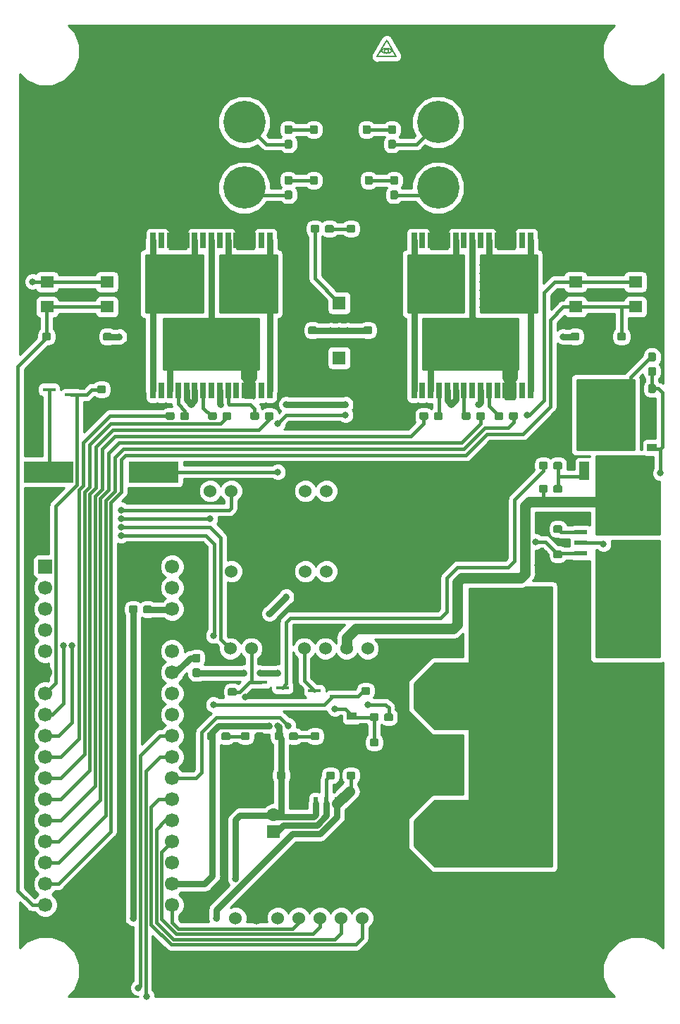
<source format=gbr>
G04 #@! TF.GenerationSoftware,KiCad,Pcbnew,(5.0.0)*
G04 #@! TF.CreationDate,2019-12-13T16:22:19-06:00*
G04 #@! TF.ProjectId,MiniRoverPowerBoard_Hardware,4D696E69526F766572506F776572426F,rev?*
G04 #@! TF.SameCoordinates,Original*
G04 #@! TF.FileFunction,Copper,L1,Top,Signal*
G04 #@! TF.FilePolarity,Positive*
%FSLAX46Y46*%
G04 Gerber Fmt 4.6, Leading zero omitted, Abs format (unit mm)*
G04 Created by KiCad (PCBNEW (5.0.0)) date 12/13/19 16:22:19*
%MOMM*%
%LPD*%
G01*
G04 APERTURE LIST*
G04 #@! TA.AperFunction,EtchedComponent*
%ADD10C,0.150000*%
G04 #@! TD*
G04 #@! TA.AperFunction,ComponentPad*
%ADD11C,1.524000*%
G04 #@! TD*
G04 #@! TA.AperFunction,SMDPad,CuDef*
%ADD12R,1.200000X0.900000*%
G04 #@! TD*
G04 #@! TA.AperFunction,SMDPad,CuDef*
%ADD13R,6.000000X2.500000*%
G04 #@! TD*
G04 #@! TA.AperFunction,Conductor*
%ADD14C,0.100000*%
G04 #@! TD*
G04 #@! TA.AperFunction,SMDPad,CuDef*
%ADD15C,0.950000*%
G04 #@! TD*
G04 #@! TA.AperFunction,ComponentPad*
%ADD16R,1.600000X1.600000*%
G04 #@! TD*
G04 #@! TA.AperFunction,ComponentPad*
%ADD17C,1.600000*%
G04 #@! TD*
G04 #@! TA.AperFunction,ComponentPad*
%ADD18C,5.080000*%
G04 #@! TD*
G04 #@! TA.AperFunction,ComponentPad*
%ADD19C,2.819400*%
G04 #@! TD*
G04 #@! TA.AperFunction,SMDPad,CuDef*
%ADD20R,1.500000X0.450000*%
G04 #@! TD*
G04 #@! TA.AperFunction,SMDPad,CuDef*
%ADD21R,1.200000X2.200000*%
G04 #@! TD*
G04 #@! TA.AperFunction,SMDPad,CuDef*
%ADD22R,5.800000X6.400000*%
G04 #@! TD*
G04 #@! TA.AperFunction,SMDPad,CuDef*
%ADD23R,1.600000X1.400000*%
G04 #@! TD*
G04 #@! TA.AperFunction,SMDPad,CuDef*
%ADD24R,0.635000X1.854200*%
G04 #@! TD*
G04 #@! TA.AperFunction,SMDPad,CuDef*
%ADD25R,6.223000X5.257800*%
G04 #@! TD*
G04 #@! TA.AperFunction,SMDPad,CuDef*
%ADD26R,10.312400X5.257800*%
G04 #@! TD*
G04 #@! TA.AperFunction,SMDPad,CuDef*
%ADD27R,1.550000X0.600000*%
G04 #@! TD*
G04 #@! TA.AperFunction,SMDPad,CuDef*
%ADD28R,0.600000X1.550000*%
G04 #@! TD*
G04 #@! TA.AperFunction,ComponentPad*
%ADD29C,1.700000*%
G04 #@! TD*
G04 #@! TA.AperFunction,ComponentPad*
%ADD30R,1.700000X1.700000*%
G04 #@! TD*
G04 #@! TA.AperFunction,ViaPad*
%ADD31C,0.800000*%
G04 #@! TD*
G04 #@! TA.AperFunction,Conductor*
%ADD32C,0.381000*%
G04 #@! TD*
G04 #@! TA.AperFunction,Conductor*
%ADD33C,0.762000*%
G04 #@! TD*
G04 #@! TA.AperFunction,Conductor*
%ADD34C,1.270000*%
G04 #@! TD*
G04 #@! TA.AperFunction,Conductor*
%ADD35C,0.254000*%
G04 #@! TD*
G04 APERTURE END LIST*
D10*
G04 #@! TO.C,G\002A\002A\002A*
X155437840Y-29850080D02*
X156591000Y-27884120D01*
X156591000Y-27884120D02*
X157688280Y-29819600D01*
X157688280Y-29819600D02*
X155448000Y-29839920D01*
X156826021Y-29179520D02*
G75*
G03X156826021Y-29179520I-260421J0D01*
G01*
X157301317Y-29178587D02*
G75*
G03X155839160Y-29179520I-730637J-691813D01*
G01*
X155894720Y-29183767D02*
G75*
G03X157292040Y-29169360I691200J730687D01*
G01*
G04 #@! TD*
D11*
G04 #@! TO.P,Conn7,3*
G04 #@! TO.N,GND*
X140462000Y-82042000D03*
G04 #@! TO.P,Conn7,2*
G04 #@! TO.N,RX*
X137922000Y-82042000D03*
G04 #@! TO.P,Conn7,1*
G04 #@! TO.N,TX*
X135382000Y-82042000D03*
G04 #@! TD*
D12*
G04 #@! TO.P,D9,1*
G04 #@! TO.N,V_ACT_SENSE*
X188468000Y-76834000D03*
G04 #@! TO.P,D9,2*
G04 #@! TO.N,GND*
X188468000Y-73534000D03*
G04 #@! TD*
D13*
G04 #@! TO.P,B1,1*
G04 #@! TO.N,+5V*
X128578000Y-79756000D03*
G04 #@! TO.P,B1,2*
G04 #@! TO.N,Net-(B1-Pad2)*
X115978000Y-79756000D03*
G04 #@! TD*
D14*
G04 #@! TO.N,+3V3*
G04 #@! TO.C,C1*
G36*
X177461779Y-89188144D02*
X177484834Y-89191563D01*
X177507443Y-89197227D01*
X177529387Y-89205079D01*
X177550457Y-89215044D01*
X177570448Y-89227026D01*
X177589168Y-89240910D01*
X177606438Y-89256562D01*
X177622090Y-89273832D01*
X177635974Y-89292552D01*
X177647956Y-89312543D01*
X177657921Y-89333613D01*
X177665773Y-89355557D01*
X177671437Y-89378166D01*
X177674856Y-89401221D01*
X177676000Y-89424500D01*
X177676000Y-89899500D01*
X177674856Y-89922779D01*
X177671437Y-89945834D01*
X177665773Y-89968443D01*
X177657921Y-89990387D01*
X177647956Y-90011457D01*
X177635974Y-90031448D01*
X177622090Y-90050168D01*
X177606438Y-90067438D01*
X177589168Y-90083090D01*
X177570448Y-90096974D01*
X177550457Y-90108956D01*
X177529387Y-90118921D01*
X177507443Y-90126773D01*
X177484834Y-90132437D01*
X177461779Y-90135856D01*
X177438500Y-90137000D01*
X176863500Y-90137000D01*
X176840221Y-90135856D01*
X176817166Y-90132437D01*
X176794557Y-90126773D01*
X176772613Y-90118921D01*
X176751543Y-90108956D01*
X176731552Y-90096974D01*
X176712832Y-90083090D01*
X176695562Y-90067438D01*
X176679910Y-90050168D01*
X176666026Y-90031448D01*
X176654044Y-90011457D01*
X176644079Y-89990387D01*
X176636227Y-89968443D01*
X176630563Y-89945834D01*
X176627144Y-89922779D01*
X176626000Y-89899500D01*
X176626000Y-89424500D01*
X176627144Y-89401221D01*
X176630563Y-89378166D01*
X176636227Y-89355557D01*
X176644079Y-89333613D01*
X176654044Y-89312543D01*
X176666026Y-89292552D01*
X176679910Y-89273832D01*
X176695562Y-89256562D01*
X176712832Y-89240910D01*
X176731552Y-89227026D01*
X176751543Y-89215044D01*
X176772613Y-89205079D01*
X176794557Y-89197227D01*
X176817166Y-89191563D01*
X176840221Y-89188144D01*
X176863500Y-89187000D01*
X177438500Y-89187000D01*
X177461779Y-89188144D01*
X177461779Y-89188144D01*
G37*
D15*
G04 #@! TD*
G04 #@! TO.P,C1,2*
G04 #@! TO.N,+3V3*
X177151000Y-89662000D03*
D14*
G04 #@! TO.N,GND*
G04 #@! TO.C,C1*
G36*
X175711779Y-89188144D02*
X175734834Y-89191563D01*
X175757443Y-89197227D01*
X175779387Y-89205079D01*
X175800457Y-89215044D01*
X175820448Y-89227026D01*
X175839168Y-89240910D01*
X175856438Y-89256562D01*
X175872090Y-89273832D01*
X175885974Y-89292552D01*
X175897956Y-89312543D01*
X175907921Y-89333613D01*
X175915773Y-89355557D01*
X175921437Y-89378166D01*
X175924856Y-89401221D01*
X175926000Y-89424500D01*
X175926000Y-89899500D01*
X175924856Y-89922779D01*
X175921437Y-89945834D01*
X175915773Y-89968443D01*
X175907921Y-89990387D01*
X175897956Y-90011457D01*
X175885974Y-90031448D01*
X175872090Y-90050168D01*
X175856438Y-90067438D01*
X175839168Y-90083090D01*
X175820448Y-90096974D01*
X175800457Y-90108956D01*
X175779387Y-90118921D01*
X175757443Y-90126773D01*
X175734834Y-90132437D01*
X175711779Y-90135856D01*
X175688500Y-90137000D01*
X175113500Y-90137000D01*
X175090221Y-90135856D01*
X175067166Y-90132437D01*
X175044557Y-90126773D01*
X175022613Y-90118921D01*
X175001543Y-90108956D01*
X174981552Y-90096974D01*
X174962832Y-90083090D01*
X174945562Y-90067438D01*
X174929910Y-90050168D01*
X174916026Y-90031448D01*
X174904044Y-90011457D01*
X174894079Y-89990387D01*
X174886227Y-89968443D01*
X174880563Y-89945834D01*
X174877144Y-89922779D01*
X174876000Y-89899500D01*
X174876000Y-89424500D01*
X174877144Y-89401221D01*
X174880563Y-89378166D01*
X174886227Y-89355557D01*
X174894079Y-89333613D01*
X174904044Y-89312543D01*
X174916026Y-89292552D01*
X174929910Y-89273832D01*
X174945562Y-89256562D01*
X174962832Y-89240910D01*
X174981552Y-89227026D01*
X175001543Y-89215044D01*
X175022613Y-89205079D01*
X175044557Y-89197227D01*
X175067166Y-89191563D01*
X175090221Y-89188144D01*
X175113500Y-89187000D01*
X175688500Y-89187000D01*
X175711779Y-89188144D01*
X175711779Y-89188144D01*
G37*
D15*
G04 #@! TD*
G04 #@! TO.P,C1,1*
G04 #@! TO.N,GND*
X175401000Y-89662000D03*
D14*
G04 #@! TO.N,Net-(C2-Pad2)*
G04 #@! TO.C,C2*
G36*
X177461779Y-86140144D02*
X177484834Y-86143563D01*
X177507443Y-86149227D01*
X177529387Y-86157079D01*
X177550457Y-86167044D01*
X177570448Y-86179026D01*
X177589168Y-86192910D01*
X177606438Y-86208562D01*
X177622090Y-86225832D01*
X177635974Y-86244552D01*
X177647956Y-86264543D01*
X177657921Y-86285613D01*
X177665773Y-86307557D01*
X177671437Y-86330166D01*
X177674856Y-86353221D01*
X177676000Y-86376500D01*
X177676000Y-86851500D01*
X177674856Y-86874779D01*
X177671437Y-86897834D01*
X177665773Y-86920443D01*
X177657921Y-86942387D01*
X177647956Y-86963457D01*
X177635974Y-86983448D01*
X177622090Y-87002168D01*
X177606438Y-87019438D01*
X177589168Y-87035090D01*
X177570448Y-87048974D01*
X177550457Y-87060956D01*
X177529387Y-87070921D01*
X177507443Y-87078773D01*
X177484834Y-87084437D01*
X177461779Y-87087856D01*
X177438500Y-87089000D01*
X176863500Y-87089000D01*
X176840221Y-87087856D01*
X176817166Y-87084437D01*
X176794557Y-87078773D01*
X176772613Y-87070921D01*
X176751543Y-87060956D01*
X176731552Y-87048974D01*
X176712832Y-87035090D01*
X176695562Y-87019438D01*
X176679910Y-87002168D01*
X176666026Y-86983448D01*
X176654044Y-86963457D01*
X176644079Y-86942387D01*
X176636227Y-86920443D01*
X176630563Y-86897834D01*
X176627144Y-86874779D01*
X176626000Y-86851500D01*
X176626000Y-86376500D01*
X176627144Y-86353221D01*
X176630563Y-86330166D01*
X176636227Y-86307557D01*
X176644079Y-86285613D01*
X176654044Y-86264543D01*
X176666026Y-86244552D01*
X176679910Y-86225832D01*
X176695562Y-86208562D01*
X176712832Y-86192910D01*
X176731552Y-86179026D01*
X176751543Y-86167044D01*
X176772613Y-86157079D01*
X176794557Y-86149227D01*
X176817166Y-86143563D01*
X176840221Y-86140144D01*
X176863500Y-86139000D01*
X177438500Y-86139000D01*
X177461779Y-86140144D01*
X177461779Y-86140144D01*
G37*
D15*
G04 #@! TD*
G04 #@! TO.P,C2,2*
G04 #@! TO.N,Net-(C2-Pad2)*
X177151000Y-86614000D03*
D14*
G04 #@! TO.N,GND*
G04 #@! TO.C,C2*
G36*
X175711779Y-86140144D02*
X175734834Y-86143563D01*
X175757443Y-86149227D01*
X175779387Y-86157079D01*
X175800457Y-86167044D01*
X175820448Y-86179026D01*
X175839168Y-86192910D01*
X175856438Y-86208562D01*
X175872090Y-86225832D01*
X175885974Y-86244552D01*
X175897956Y-86264543D01*
X175907921Y-86285613D01*
X175915773Y-86307557D01*
X175921437Y-86330166D01*
X175924856Y-86353221D01*
X175926000Y-86376500D01*
X175926000Y-86851500D01*
X175924856Y-86874779D01*
X175921437Y-86897834D01*
X175915773Y-86920443D01*
X175907921Y-86942387D01*
X175897956Y-86963457D01*
X175885974Y-86983448D01*
X175872090Y-87002168D01*
X175856438Y-87019438D01*
X175839168Y-87035090D01*
X175820448Y-87048974D01*
X175800457Y-87060956D01*
X175779387Y-87070921D01*
X175757443Y-87078773D01*
X175734834Y-87084437D01*
X175711779Y-87087856D01*
X175688500Y-87089000D01*
X175113500Y-87089000D01*
X175090221Y-87087856D01*
X175067166Y-87084437D01*
X175044557Y-87078773D01*
X175022613Y-87070921D01*
X175001543Y-87060956D01*
X174981552Y-87048974D01*
X174962832Y-87035090D01*
X174945562Y-87019438D01*
X174929910Y-87002168D01*
X174916026Y-86983448D01*
X174904044Y-86963457D01*
X174894079Y-86942387D01*
X174886227Y-86920443D01*
X174880563Y-86897834D01*
X174877144Y-86874779D01*
X174876000Y-86851500D01*
X174876000Y-86376500D01*
X174877144Y-86353221D01*
X174880563Y-86330166D01*
X174886227Y-86307557D01*
X174894079Y-86285613D01*
X174904044Y-86264543D01*
X174916026Y-86244552D01*
X174929910Y-86225832D01*
X174945562Y-86208562D01*
X174962832Y-86192910D01*
X174981552Y-86179026D01*
X175001543Y-86167044D01*
X175022613Y-86157079D01*
X175044557Y-86149227D01*
X175067166Y-86143563D01*
X175090221Y-86140144D01*
X175113500Y-86139000D01*
X175688500Y-86139000D01*
X175711779Y-86140144D01*
X175711779Y-86140144D01*
G37*
D15*
G04 #@! TD*
G04 #@! TO.P,C2,1*
G04 #@! TO.N,GND*
X175401000Y-86614000D03*
D14*
G04 #@! TO.N,GND*
G04 #@! TO.C,C4*
G36*
X154347779Y-115731144D02*
X154370834Y-115734563D01*
X154393443Y-115740227D01*
X154415387Y-115748079D01*
X154436457Y-115758044D01*
X154456448Y-115770026D01*
X154475168Y-115783910D01*
X154492438Y-115799562D01*
X154508090Y-115816832D01*
X154521974Y-115835552D01*
X154533956Y-115855543D01*
X154543921Y-115876613D01*
X154551773Y-115898557D01*
X154557437Y-115921166D01*
X154560856Y-115944221D01*
X154562000Y-115967500D01*
X154562000Y-116442500D01*
X154560856Y-116465779D01*
X154557437Y-116488834D01*
X154551773Y-116511443D01*
X154543921Y-116533387D01*
X154533956Y-116554457D01*
X154521974Y-116574448D01*
X154508090Y-116593168D01*
X154492438Y-116610438D01*
X154475168Y-116626090D01*
X154456448Y-116639974D01*
X154436457Y-116651956D01*
X154415387Y-116661921D01*
X154393443Y-116669773D01*
X154370834Y-116675437D01*
X154347779Y-116678856D01*
X154324500Y-116680000D01*
X153749500Y-116680000D01*
X153726221Y-116678856D01*
X153703166Y-116675437D01*
X153680557Y-116669773D01*
X153658613Y-116661921D01*
X153637543Y-116651956D01*
X153617552Y-116639974D01*
X153598832Y-116626090D01*
X153581562Y-116610438D01*
X153565910Y-116593168D01*
X153552026Y-116574448D01*
X153540044Y-116554457D01*
X153530079Y-116533387D01*
X153522227Y-116511443D01*
X153516563Y-116488834D01*
X153513144Y-116465779D01*
X153512000Y-116442500D01*
X153512000Y-115967500D01*
X153513144Y-115944221D01*
X153516563Y-115921166D01*
X153522227Y-115898557D01*
X153530079Y-115876613D01*
X153540044Y-115855543D01*
X153552026Y-115835552D01*
X153565910Y-115816832D01*
X153581562Y-115799562D01*
X153598832Y-115783910D01*
X153617552Y-115770026D01*
X153637543Y-115758044D01*
X153658613Y-115748079D01*
X153680557Y-115740227D01*
X153703166Y-115734563D01*
X153726221Y-115731144D01*
X153749500Y-115730000D01*
X154324500Y-115730000D01*
X154347779Y-115731144D01*
X154347779Y-115731144D01*
G37*
D15*
G04 #@! TD*
G04 #@! TO.P,C4,2*
G04 #@! TO.N,GND*
X154037000Y-116205000D03*
D14*
G04 #@! TO.N,LOGIC_PWR*
G04 #@! TO.C,C4*
G36*
X152597779Y-115731144D02*
X152620834Y-115734563D01*
X152643443Y-115740227D01*
X152665387Y-115748079D01*
X152686457Y-115758044D01*
X152706448Y-115770026D01*
X152725168Y-115783910D01*
X152742438Y-115799562D01*
X152758090Y-115816832D01*
X152771974Y-115835552D01*
X152783956Y-115855543D01*
X152793921Y-115876613D01*
X152801773Y-115898557D01*
X152807437Y-115921166D01*
X152810856Y-115944221D01*
X152812000Y-115967500D01*
X152812000Y-116442500D01*
X152810856Y-116465779D01*
X152807437Y-116488834D01*
X152801773Y-116511443D01*
X152793921Y-116533387D01*
X152783956Y-116554457D01*
X152771974Y-116574448D01*
X152758090Y-116593168D01*
X152742438Y-116610438D01*
X152725168Y-116626090D01*
X152706448Y-116639974D01*
X152686457Y-116651956D01*
X152665387Y-116661921D01*
X152643443Y-116669773D01*
X152620834Y-116675437D01*
X152597779Y-116678856D01*
X152574500Y-116680000D01*
X151999500Y-116680000D01*
X151976221Y-116678856D01*
X151953166Y-116675437D01*
X151930557Y-116669773D01*
X151908613Y-116661921D01*
X151887543Y-116651956D01*
X151867552Y-116639974D01*
X151848832Y-116626090D01*
X151831562Y-116610438D01*
X151815910Y-116593168D01*
X151802026Y-116574448D01*
X151790044Y-116554457D01*
X151780079Y-116533387D01*
X151772227Y-116511443D01*
X151766563Y-116488834D01*
X151763144Y-116465779D01*
X151762000Y-116442500D01*
X151762000Y-115967500D01*
X151763144Y-115944221D01*
X151766563Y-115921166D01*
X151772227Y-115898557D01*
X151780079Y-115876613D01*
X151790044Y-115855543D01*
X151802026Y-115835552D01*
X151815910Y-115816832D01*
X151831562Y-115799562D01*
X151848832Y-115783910D01*
X151867552Y-115770026D01*
X151887543Y-115758044D01*
X151908613Y-115748079D01*
X151930557Y-115740227D01*
X151953166Y-115734563D01*
X151976221Y-115731144D01*
X151999500Y-115730000D01*
X152574500Y-115730000D01*
X152597779Y-115731144D01*
X152597779Y-115731144D01*
G37*
D15*
G04 #@! TD*
G04 #@! TO.P,C4,1*
G04 #@! TO.N,LOGIC_PWR*
X152287000Y-116205000D03*
D16*
G04 #@! TO.P,C5,1*
G04 #@! TO.N,ACT_PWR*
X150876000Y-59436000D03*
D17*
G04 #@! TO.P,C5,2*
G04 #@! TO.N,GND*
X150876000Y-55936000D03*
G04 #@! TD*
G04 #@! TO.P,C6,2*
G04 #@! TO.N,GND*
X150876000Y-69540000D03*
D16*
G04 #@! TO.P,C6,1*
G04 #@! TO.N,ACT_PWR*
X150876000Y-66040000D03*
G04 #@! TD*
D14*
G04 #@! TO.N,+5V*
G04 #@! TO.C,C8*
G36*
X144201779Y-115731144D02*
X144224834Y-115734563D01*
X144247443Y-115740227D01*
X144269387Y-115748079D01*
X144290457Y-115758044D01*
X144310448Y-115770026D01*
X144329168Y-115783910D01*
X144346438Y-115799562D01*
X144362090Y-115816832D01*
X144375974Y-115835552D01*
X144387956Y-115855543D01*
X144397921Y-115876613D01*
X144405773Y-115898557D01*
X144411437Y-115921166D01*
X144414856Y-115944221D01*
X144416000Y-115967500D01*
X144416000Y-116442500D01*
X144414856Y-116465779D01*
X144411437Y-116488834D01*
X144405773Y-116511443D01*
X144397921Y-116533387D01*
X144387956Y-116554457D01*
X144375974Y-116574448D01*
X144362090Y-116593168D01*
X144346438Y-116610438D01*
X144329168Y-116626090D01*
X144310448Y-116639974D01*
X144290457Y-116651956D01*
X144269387Y-116661921D01*
X144247443Y-116669773D01*
X144224834Y-116675437D01*
X144201779Y-116678856D01*
X144178500Y-116680000D01*
X143603500Y-116680000D01*
X143580221Y-116678856D01*
X143557166Y-116675437D01*
X143534557Y-116669773D01*
X143512613Y-116661921D01*
X143491543Y-116651956D01*
X143471552Y-116639974D01*
X143452832Y-116626090D01*
X143435562Y-116610438D01*
X143419910Y-116593168D01*
X143406026Y-116574448D01*
X143394044Y-116554457D01*
X143384079Y-116533387D01*
X143376227Y-116511443D01*
X143370563Y-116488834D01*
X143367144Y-116465779D01*
X143366000Y-116442500D01*
X143366000Y-115967500D01*
X143367144Y-115944221D01*
X143370563Y-115921166D01*
X143376227Y-115898557D01*
X143384079Y-115876613D01*
X143394044Y-115855543D01*
X143406026Y-115835552D01*
X143419910Y-115816832D01*
X143435562Y-115799562D01*
X143452832Y-115783910D01*
X143471552Y-115770026D01*
X143491543Y-115758044D01*
X143512613Y-115748079D01*
X143534557Y-115740227D01*
X143557166Y-115734563D01*
X143580221Y-115731144D01*
X143603500Y-115730000D01*
X144178500Y-115730000D01*
X144201779Y-115731144D01*
X144201779Y-115731144D01*
G37*
D15*
G04 #@! TD*
G04 #@! TO.P,C8,1*
G04 #@! TO.N,+5V*
X143891000Y-116205000D03*
D14*
G04 #@! TO.N,GND*
G04 #@! TO.C,C8*
G36*
X145951779Y-115731144D02*
X145974834Y-115734563D01*
X145997443Y-115740227D01*
X146019387Y-115748079D01*
X146040457Y-115758044D01*
X146060448Y-115770026D01*
X146079168Y-115783910D01*
X146096438Y-115799562D01*
X146112090Y-115816832D01*
X146125974Y-115835552D01*
X146137956Y-115855543D01*
X146147921Y-115876613D01*
X146155773Y-115898557D01*
X146161437Y-115921166D01*
X146164856Y-115944221D01*
X146166000Y-115967500D01*
X146166000Y-116442500D01*
X146164856Y-116465779D01*
X146161437Y-116488834D01*
X146155773Y-116511443D01*
X146147921Y-116533387D01*
X146137956Y-116554457D01*
X146125974Y-116574448D01*
X146112090Y-116593168D01*
X146096438Y-116610438D01*
X146079168Y-116626090D01*
X146060448Y-116639974D01*
X146040457Y-116651956D01*
X146019387Y-116661921D01*
X145997443Y-116669773D01*
X145974834Y-116675437D01*
X145951779Y-116678856D01*
X145928500Y-116680000D01*
X145353500Y-116680000D01*
X145330221Y-116678856D01*
X145307166Y-116675437D01*
X145284557Y-116669773D01*
X145262613Y-116661921D01*
X145241543Y-116651956D01*
X145221552Y-116639974D01*
X145202832Y-116626090D01*
X145185562Y-116610438D01*
X145169910Y-116593168D01*
X145156026Y-116574448D01*
X145144044Y-116554457D01*
X145134079Y-116533387D01*
X145126227Y-116511443D01*
X145120563Y-116488834D01*
X145117144Y-116465779D01*
X145116000Y-116442500D01*
X145116000Y-115967500D01*
X145117144Y-115944221D01*
X145120563Y-115921166D01*
X145126227Y-115898557D01*
X145134079Y-115876613D01*
X145144044Y-115855543D01*
X145156026Y-115835552D01*
X145169910Y-115816832D01*
X145185562Y-115799562D01*
X145202832Y-115783910D01*
X145221552Y-115770026D01*
X145241543Y-115758044D01*
X145262613Y-115748079D01*
X145284557Y-115740227D01*
X145307166Y-115734563D01*
X145330221Y-115731144D01*
X145353500Y-115730000D01*
X145928500Y-115730000D01*
X145951779Y-115731144D01*
X145951779Y-115731144D01*
G37*
D15*
G04 #@! TD*
G04 #@! TO.P,C8,2*
G04 #@! TO.N,GND*
X145641000Y-116205000D03*
D18*
G04 #@! TO.P,Conn1,1*
G04 #@! TO.N,GND*
X162788600Y-114681000D03*
G04 #@! TO.P,Conn1,2*
G04 #@! TO.N,/PVDD_IN1*
X162788600Y-106807000D03*
G04 #@! TD*
G04 #@! TO.P,Conn2,2*
G04 #@! TO.N,/PVDD_IN1*
X162788600Y-123317000D03*
G04 #@! TO.P,Conn2,1*
G04 #@! TO.N,GND*
X162788600Y-131191000D03*
G04 #@! TD*
G04 #@! TO.P,Conn3,1*
G04 #@! TO.N,OUT_A_LEFT*
X139471400Y-37719000D03*
G04 #@! TO.P,Conn3,2*
G04 #@! TO.N,OUT_B_LEFT*
X139471400Y-45593000D03*
G04 #@! TD*
G04 #@! TO.P,Conn4,2*
G04 #@! TO.N,OUT_B_RIGHT*
X162788600Y-37719000D03*
G04 #@! TO.P,Conn4,1*
G04 #@! TO.N,OUT_A_RIGHT*
X162788600Y-45593000D03*
G04 #@! TD*
D11*
G04 #@! TO.P,Conn5,1*
G04 #@! TO.N,ESTOP_EN*
X137795000Y-100965000D03*
G04 #@! TO.P,Conn5,2*
G04 #@! TO.N,Net-(Conn5-Pad2)*
X140335000Y-100965000D03*
G04 #@! TD*
G04 #@! TO.P,Conn6,1*
G04 #@! TO.N,+5V*
X138430000Y-133350000D03*
G04 #@! TO.P,Conn6,2*
G04 #@! TO.N,GND*
X140970000Y-133350000D03*
G04 #@! TO.P,Conn6,3*
G04 #@! TO.N,Net-(Conn6-Pad3)*
X143510000Y-133350000D03*
G04 #@! TO.P,Conn6,4*
G04 #@! TO.N,CONTROLLER_CLK*
X146050000Y-133350000D03*
G04 #@! TO.P,Conn6,5*
G04 #@! TO.N,CONTROLLER_CMD*
X148590000Y-133350000D03*
G04 #@! TO.P,Conn6,6*
G04 #@! TO.N,CONTROLLER_ATT*
X151130000Y-133350000D03*
G04 #@! TO.P,Conn6,7*
G04 #@! TO.N,CONTROLLER_DAT*
X153670000Y-133350000D03*
G04 #@! TD*
D12*
G04 #@! TO.P,D1,2*
G04 #@! TO.N,GND*
X152400000Y-112394000D03*
G04 #@! TO.P,D1,1*
G04 #@! TO.N,V_LOG_SENSE*
X152400000Y-109094000D03*
G04 #@! TD*
D14*
G04 #@! TO.N,GND*
G04 #@! TO.C,D2*
G36*
X154347779Y-50072144D02*
X154370834Y-50075563D01*
X154393443Y-50081227D01*
X154415387Y-50089079D01*
X154436457Y-50099044D01*
X154456448Y-50111026D01*
X154475168Y-50124910D01*
X154492438Y-50140562D01*
X154508090Y-50157832D01*
X154521974Y-50176552D01*
X154533956Y-50196543D01*
X154543921Y-50217613D01*
X154551773Y-50239557D01*
X154557437Y-50262166D01*
X154560856Y-50285221D01*
X154562000Y-50308500D01*
X154562000Y-50783500D01*
X154560856Y-50806779D01*
X154557437Y-50829834D01*
X154551773Y-50852443D01*
X154543921Y-50874387D01*
X154533956Y-50895457D01*
X154521974Y-50915448D01*
X154508090Y-50934168D01*
X154492438Y-50951438D01*
X154475168Y-50967090D01*
X154456448Y-50980974D01*
X154436457Y-50992956D01*
X154415387Y-51002921D01*
X154393443Y-51010773D01*
X154370834Y-51016437D01*
X154347779Y-51019856D01*
X154324500Y-51021000D01*
X153749500Y-51021000D01*
X153726221Y-51019856D01*
X153703166Y-51016437D01*
X153680557Y-51010773D01*
X153658613Y-51002921D01*
X153637543Y-50992956D01*
X153617552Y-50980974D01*
X153598832Y-50967090D01*
X153581562Y-50951438D01*
X153565910Y-50934168D01*
X153552026Y-50915448D01*
X153540044Y-50895457D01*
X153530079Y-50874387D01*
X153522227Y-50852443D01*
X153516563Y-50829834D01*
X153513144Y-50806779D01*
X153512000Y-50783500D01*
X153512000Y-50308500D01*
X153513144Y-50285221D01*
X153516563Y-50262166D01*
X153522227Y-50239557D01*
X153530079Y-50217613D01*
X153540044Y-50196543D01*
X153552026Y-50176552D01*
X153565910Y-50157832D01*
X153581562Y-50140562D01*
X153598832Y-50124910D01*
X153617552Y-50111026D01*
X153637543Y-50099044D01*
X153658613Y-50089079D01*
X153680557Y-50081227D01*
X153703166Y-50075563D01*
X153726221Y-50072144D01*
X153749500Y-50071000D01*
X154324500Y-50071000D01*
X154347779Y-50072144D01*
X154347779Y-50072144D01*
G37*
D15*
G04 #@! TD*
G04 #@! TO.P,D2,1*
G04 #@! TO.N,GND*
X154037000Y-50546000D03*
D14*
G04 #@! TO.N,Net-(D2-Pad2)*
G04 #@! TO.C,D2*
G36*
X152597779Y-50072144D02*
X152620834Y-50075563D01*
X152643443Y-50081227D01*
X152665387Y-50089079D01*
X152686457Y-50099044D01*
X152706448Y-50111026D01*
X152725168Y-50124910D01*
X152742438Y-50140562D01*
X152758090Y-50157832D01*
X152771974Y-50176552D01*
X152783956Y-50196543D01*
X152793921Y-50217613D01*
X152801773Y-50239557D01*
X152807437Y-50262166D01*
X152810856Y-50285221D01*
X152812000Y-50308500D01*
X152812000Y-50783500D01*
X152810856Y-50806779D01*
X152807437Y-50829834D01*
X152801773Y-50852443D01*
X152793921Y-50874387D01*
X152783956Y-50895457D01*
X152771974Y-50915448D01*
X152758090Y-50934168D01*
X152742438Y-50951438D01*
X152725168Y-50967090D01*
X152706448Y-50980974D01*
X152686457Y-50992956D01*
X152665387Y-51002921D01*
X152643443Y-51010773D01*
X152620834Y-51016437D01*
X152597779Y-51019856D01*
X152574500Y-51021000D01*
X151999500Y-51021000D01*
X151976221Y-51019856D01*
X151953166Y-51016437D01*
X151930557Y-51010773D01*
X151908613Y-51002921D01*
X151887543Y-50992956D01*
X151867552Y-50980974D01*
X151848832Y-50967090D01*
X151831562Y-50951438D01*
X151815910Y-50934168D01*
X151802026Y-50915448D01*
X151790044Y-50895457D01*
X151780079Y-50874387D01*
X151772227Y-50852443D01*
X151766563Y-50829834D01*
X151763144Y-50806779D01*
X151762000Y-50783500D01*
X151762000Y-50308500D01*
X151763144Y-50285221D01*
X151766563Y-50262166D01*
X151772227Y-50239557D01*
X151780079Y-50217613D01*
X151790044Y-50196543D01*
X151802026Y-50176552D01*
X151815910Y-50157832D01*
X151831562Y-50140562D01*
X151848832Y-50124910D01*
X151867552Y-50111026D01*
X151887543Y-50099044D01*
X151908613Y-50089079D01*
X151930557Y-50081227D01*
X151953166Y-50075563D01*
X151976221Y-50072144D01*
X151999500Y-50071000D01*
X152574500Y-50071000D01*
X152597779Y-50072144D01*
X152597779Y-50072144D01*
G37*
D15*
G04 #@! TD*
G04 #@! TO.P,D2,2*
G04 #@! TO.N,Net-(D2-Pad2)*
X152287000Y-50546000D03*
D14*
G04 #@! TO.N,Net-(D3-Pad2)*
G04 #@! TO.C,D3*
G36*
X148279779Y-111032144D02*
X148302834Y-111035563D01*
X148325443Y-111041227D01*
X148347387Y-111049079D01*
X148368457Y-111059044D01*
X148388448Y-111071026D01*
X148407168Y-111084910D01*
X148424438Y-111100562D01*
X148440090Y-111117832D01*
X148453974Y-111136552D01*
X148465956Y-111156543D01*
X148475921Y-111177613D01*
X148483773Y-111199557D01*
X148489437Y-111222166D01*
X148492856Y-111245221D01*
X148494000Y-111268500D01*
X148494000Y-111743500D01*
X148492856Y-111766779D01*
X148489437Y-111789834D01*
X148483773Y-111812443D01*
X148475921Y-111834387D01*
X148465956Y-111855457D01*
X148453974Y-111875448D01*
X148440090Y-111894168D01*
X148424438Y-111911438D01*
X148407168Y-111927090D01*
X148388448Y-111940974D01*
X148368457Y-111952956D01*
X148347387Y-111962921D01*
X148325443Y-111970773D01*
X148302834Y-111976437D01*
X148279779Y-111979856D01*
X148256500Y-111981000D01*
X147681500Y-111981000D01*
X147658221Y-111979856D01*
X147635166Y-111976437D01*
X147612557Y-111970773D01*
X147590613Y-111962921D01*
X147569543Y-111952956D01*
X147549552Y-111940974D01*
X147530832Y-111927090D01*
X147513562Y-111911438D01*
X147497910Y-111894168D01*
X147484026Y-111875448D01*
X147472044Y-111855457D01*
X147462079Y-111834387D01*
X147454227Y-111812443D01*
X147448563Y-111789834D01*
X147445144Y-111766779D01*
X147444000Y-111743500D01*
X147444000Y-111268500D01*
X147445144Y-111245221D01*
X147448563Y-111222166D01*
X147454227Y-111199557D01*
X147462079Y-111177613D01*
X147472044Y-111156543D01*
X147484026Y-111136552D01*
X147497910Y-111117832D01*
X147513562Y-111100562D01*
X147530832Y-111084910D01*
X147549552Y-111071026D01*
X147569543Y-111059044D01*
X147590613Y-111049079D01*
X147612557Y-111041227D01*
X147635166Y-111035563D01*
X147658221Y-111032144D01*
X147681500Y-111031000D01*
X148256500Y-111031000D01*
X148279779Y-111032144D01*
X148279779Y-111032144D01*
G37*
D15*
G04 #@! TD*
G04 #@! TO.P,D3,2*
G04 #@! TO.N,Net-(D3-Pad2)*
X147969000Y-111506000D03*
D14*
G04 #@! TO.N,GND*
G04 #@! TO.C,D3*
G36*
X150029779Y-111032144D02*
X150052834Y-111035563D01*
X150075443Y-111041227D01*
X150097387Y-111049079D01*
X150118457Y-111059044D01*
X150138448Y-111071026D01*
X150157168Y-111084910D01*
X150174438Y-111100562D01*
X150190090Y-111117832D01*
X150203974Y-111136552D01*
X150215956Y-111156543D01*
X150225921Y-111177613D01*
X150233773Y-111199557D01*
X150239437Y-111222166D01*
X150242856Y-111245221D01*
X150244000Y-111268500D01*
X150244000Y-111743500D01*
X150242856Y-111766779D01*
X150239437Y-111789834D01*
X150233773Y-111812443D01*
X150225921Y-111834387D01*
X150215956Y-111855457D01*
X150203974Y-111875448D01*
X150190090Y-111894168D01*
X150174438Y-111911438D01*
X150157168Y-111927090D01*
X150138448Y-111940974D01*
X150118457Y-111952956D01*
X150097387Y-111962921D01*
X150075443Y-111970773D01*
X150052834Y-111976437D01*
X150029779Y-111979856D01*
X150006500Y-111981000D01*
X149431500Y-111981000D01*
X149408221Y-111979856D01*
X149385166Y-111976437D01*
X149362557Y-111970773D01*
X149340613Y-111962921D01*
X149319543Y-111952956D01*
X149299552Y-111940974D01*
X149280832Y-111927090D01*
X149263562Y-111911438D01*
X149247910Y-111894168D01*
X149234026Y-111875448D01*
X149222044Y-111855457D01*
X149212079Y-111834387D01*
X149204227Y-111812443D01*
X149198563Y-111789834D01*
X149195144Y-111766779D01*
X149194000Y-111743500D01*
X149194000Y-111268500D01*
X149195144Y-111245221D01*
X149198563Y-111222166D01*
X149204227Y-111199557D01*
X149212079Y-111177613D01*
X149222044Y-111156543D01*
X149234026Y-111136552D01*
X149247910Y-111117832D01*
X149263562Y-111100562D01*
X149280832Y-111084910D01*
X149299552Y-111071026D01*
X149319543Y-111059044D01*
X149340613Y-111049079D01*
X149362557Y-111041227D01*
X149385166Y-111035563D01*
X149408221Y-111032144D01*
X149431500Y-111031000D01*
X150006500Y-111031000D01*
X150029779Y-111032144D01*
X150029779Y-111032144D01*
G37*
D15*
G04 #@! TD*
G04 #@! TO.P,D3,1*
G04 #@! TO.N,GND*
X149719000Y-111506000D03*
D14*
G04 #@! TO.N,GND*
G04 #@! TO.C,D4*
G36*
X141647779Y-111032144D02*
X141670834Y-111035563D01*
X141693443Y-111041227D01*
X141715387Y-111049079D01*
X141736457Y-111059044D01*
X141756448Y-111071026D01*
X141775168Y-111084910D01*
X141792438Y-111100562D01*
X141808090Y-111117832D01*
X141821974Y-111136552D01*
X141833956Y-111156543D01*
X141843921Y-111177613D01*
X141851773Y-111199557D01*
X141857437Y-111222166D01*
X141860856Y-111245221D01*
X141862000Y-111268500D01*
X141862000Y-111743500D01*
X141860856Y-111766779D01*
X141857437Y-111789834D01*
X141851773Y-111812443D01*
X141843921Y-111834387D01*
X141833956Y-111855457D01*
X141821974Y-111875448D01*
X141808090Y-111894168D01*
X141792438Y-111911438D01*
X141775168Y-111927090D01*
X141756448Y-111940974D01*
X141736457Y-111952956D01*
X141715387Y-111962921D01*
X141693443Y-111970773D01*
X141670834Y-111976437D01*
X141647779Y-111979856D01*
X141624500Y-111981000D01*
X141049500Y-111981000D01*
X141026221Y-111979856D01*
X141003166Y-111976437D01*
X140980557Y-111970773D01*
X140958613Y-111962921D01*
X140937543Y-111952956D01*
X140917552Y-111940974D01*
X140898832Y-111927090D01*
X140881562Y-111911438D01*
X140865910Y-111894168D01*
X140852026Y-111875448D01*
X140840044Y-111855457D01*
X140830079Y-111834387D01*
X140822227Y-111812443D01*
X140816563Y-111789834D01*
X140813144Y-111766779D01*
X140812000Y-111743500D01*
X140812000Y-111268500D01*
X140813144Y-111245221D01*
X140816563Y-111222166D01*
X140822227Y-111199557D01*
X140830079Y-111177613D01*
X140840044Y-111156543D01*
X140852026Y-111136552D01*
X140865910Y-111117832D01*
X140881562Y-111100562D01*
X140898832Y-111084910D01*
X140917552Y-111071026D01*
X140937543Y-111059044D01*
X140958613Y-111049079D01*
X140980557Y-111041227D01*
X141003166Y-111035563D01*
X141026221Y-111032144D01*
X141049500Y-111031000D01*
X141624500Y-111031000D01*
X141647779Y-111032144D01*
X141647779Y-111032144D01*
G37*
D15*
G04 #@! TD*
G04 #@! TO.P,D4,1*
G04 #@! TO.N,GND*
X141337000Y-111506000D03*
D14*
G04 #@! TO.N,Net-(D4-Pad2)*
G04 #@! TO.C,D4*
G36*
X139897779Y-111032144D02*
X139920834Y-111035563D01*
X139943443Y-111041227D01*
X139965387Y-111049079D01*
X139986457Y-111059044D01*
X140006448Y-111071026D01*
X140025168Y-111084910D01*
X140042438Y-111100562D01*
X140058090Y-111117832D01*
X140071974Y-111136552D01*
X140083956Y-111156543D01*
X140093921Y-111177613D01*
X140101773Y-111199557D01*
X140107437Y-111222166D01*
X140110856Y-111245221D01*
X140112000Y-111268500D01*
X140112000Y-111743500D01*
X140110856Y-111766779D01*
X140107437Y-111789834D01*
X140101773Y-111812443D01*
X140093921Y-111834387D01*
X140083956Y-111855457D01*
X140071974Y-111875448D01*
X140058090Y-111894168D01*
X140042438Y-111911438D01*
X140025168Y-111927090D01*
X140006448Y-111940974D01*
X139986457Y-111952956D01*
X139965387Y-111962921D01*
X139943443Y-111970773D01*
X139920834Y-111976437D01*
X139897779Y-111979856D01*
X139874500Y-111981000D01*
X139299500Y-111981000D01*
X139276221Y-111979856D01*
X139253166Y-111976437D01*
X139230557Y-111970773D01*
X139208613Y-111962921D01*
X139187543Y-111952956D01*
X139167552Y-111940974D01*
X139148832Y-111927090D01*
X139131562Y-111911438D01*
X139115910Y-111894168D01*
X139102026Y-111875448D01*
X139090044Y-111855457D01*
X139080079Y-111834387D01*
X139072227Y-111812443D01*
X139066563Y-111789834D01*
X139063144Y-111766779D01*
X139062000Y-111743500D01*
X139062000Y-111268500D01*
X139063144Y-111245221D01*
X139066563Y-111222166D01*
X139072227Y-111199557D01*
X139080079Y-111177613D01*
X139090044Y-111156543D01*
X139102026Y-111136552D01*
X139115910Y-111117832D01*
X139131562Y-111100562D01*
X139148832Y-111084910D01*
X139167552Y-111071026D01*
X139187543Y-111059044D01*
X139208613Y-111049079D01*
X139230557Y-111041227D01*
X139253166Y-111035563D01*
X139276221Y-111032144D01*
X139299500Y-111031000D01*
X139874500Y-111031000D01*
X139897779Y-111032144D01*
X139897779Y-111032144D01*
G37*
D15*
G04 #@! TD*
G04 #@! TO.P,D4,2*
G04 #@! TO.N,Net-(D4-Pad2)*
X139587000Y-111506000D03*
D14*
G04 #@! TO.N,Net-(D5-Pad2)*
G04 #@! TO.C,D5*
G36*
X148088779Y-38098144D02*
X148111834Y-38101563D01*
X148134443Y-38107227D01*
X148156387Y-38115079D01*
X148177457Y-38125044D01*
X148197448Y-38137026D01*
X148216168Y-38150910D01*
X148233438Y-38166562D01*
X148249090Y-38183832D01*
X148262974Y-38202552D01*
X148274956Y-38222543D01*
X148284921Y-38243613D01*
X148292773Y-38265557D01*
X148298437Y-38288166D01*
X148301856Y-38311221D01*
X148303000Y-38334500D01*
X148303000Y-38909500D01*
X148301856Y-38932779D01*
X148298437Y-38955834D01*
X148292773Y-38978443D01*
X148284921Y-39000387D01*
X148274956Y-39021457D01*
X148262974Y-39041448D01*
X148249090Y-39060168D01*
X148233438Y-39077438D01*
X148216168Y-39093090D01*
X148197448Y-39106974D01*
X148177457Y-39118956D01*
X148156387Y-39128921D01*
X148134443Y-39136773D01*
X148111834Y-39142437D01*
X148088779Y-39145856D01*
X148065500Y-39147000D01*
X147590500Y-39147000D01*
X147567221Y-39145856D01*
X147544166Y-39142437D01*
X147521557Y-39136773D01*
X147499613Y-39128921D01*
X147478543Y-39118956D01*
X147458552Y-39106974D01*
X147439832Y-39093090D01*
X147422562Y-39077438D01*
X147406910Y-39060168D01*
X147393026Y-39041448D01*
X147381044Y-39021457D01*
X147371079Y-39000387D01*
X147363227Y-38978443D01*
X147357563Y-38955834D01*
X147354144Y-38932779D01*
X147353000Y-38909500D01*
X147353000Y-38334500D01*
X147354144Y-38311221D01*
X147357563Y-38288166D01*
X147363227Y-38265557D01*
X147371079Y-38243613D01*
X147381044Y-38222543D01*
X147393026Y-38202552D01*
X147406910Y-38183832D01*
X147422562Y-38166562D01*
X147439832Y-38150910D01*
X147458552Y-38137026D01*
X147478543Y-38125044D01*
X147499613Y-38115079D01*
X147521557Y-38107227D01*
X147544166Y-38101563D01*
X147567221Y-38098144D01*
X147590500Y-38097000D01*
X148065500Y-38097000D01*
X148088779Y-38098144D01*
X148088779Y-38098144D01*
G37*
D15*
G04 #@! TD*
G04 #@! TO.P,D5,2*
G04 #@! TO.N,Net-(D5-Pad2)*
X147828000Y-38622000D03*
D14*
G04 #@! TO.N,GND*
G04 #@! TO.C,D5*
G36*
X148088779Y-39848144D02*
X148111834Y-39851563D01*
X148134443Y-39857227D01*
X148156387Y-39865079D01*
X148177457Y-39875044D01*
X148197448Y-39887026D01*
X148216168Y-39900910D01*
X148233438Y-39916562D01*
X148249090Y-39933832D01*
X148262974Y-39952552D01*
X148274956Y-39972543D01*
X148284921Y-39993613D01*
X148292773Y-40015557D01*
X148298437Y-40038166D01*
X148301856Y-40061221D01*
X148303000Y-40084500D01*
X148303000Y-40659500D01*
X148301856Y-40682779D01*
X148298437Y-40705834D01*
X148292773Y-40728443D01*
X148284921Y-40750387D01*
X148274956Y-40771457D01*
X148262974Y-40791448D01*
X148249090Y-40810168D01*
X148233438Y-40827438D01*
X148216168Y-40843090D01*
X148197448Y-40856974D01*
X148177457Y-40868956D01*
X148156387Y-40878921D01*
X148134443Y-40886773D01*
X148111834Y-40892437D01*
X148088779Y-40895856D01*
X148065500Y-40897000D01*
X147590500Y-40897000D01*
X147567221Y-40895856D01*
X147544166Y-40892437D01*
X147521557Y-40886773D01*
X147499613Y-40878921D01*
X147478543Y-40868956D01*
X147458552Y-40856974D01*
X147439832Y-40843090D01*
X147422562Y-40827438D01*
X147406910Y-40810168D01*
X147393026Y-40791448D01*
X147381044Y-40771457D01*
X147371079Y-40750387D01*
X147363227Y-40728443D01*
X147357563Y-40705834D01*
X147354144Y-40682779D01*
X147353000Y-40659500D01*
X147353000Y-40084500D01*
X147354144Y-40061221D01*
X147357563Y-40038166D01*
X147363227Y-40015557D01*
X147371079Y-39993613D01*
X147381044Y-39972543D01*
X147393026Y-39952552D01*
X147406910Y-39933832D01*
X147422562Y-39916562D01*
X147439832Y-39900910D01*
X147458552Y-39887026D01*
X147478543Y-39875044D01*
X147499613Y-39865079D01*
X147521557Y-39857227D01*
X147544166Y-39851563D01*
X147567221Y-39848144D01*
X147590500Y-39847000D01*
X148065500Y-39847000D01*
X148088779Y-39848144D01*
X148088779Y-39848144D01*
G37*
D15*
G04 #@! TD*
G04 #@! TO.P,D5,1*
G04 #@! TO.N,GND*
X147828000Y-40372000D03*
D14*
G04 #@! TO.N,GND*
G04 #@! TO.C,D6*
G36*
X148088779Y-45944144D02*
X148111834Y-45947563D01*
X148134443Y-45953227D01*
X148156387Y-45961079D01*
X148177457Y-45971044D01*
X148197448Y-45983026D01*
X148216168Y-45996910D01*
X148233438Y-46012562D01*
X148249090Y-46029832D01*
X148262974Y-46048552D01*
X148274956Y-46068543D01*
X148284921Y-46089613D01*
X148292773Y-46111557D01*
X148298437Y-46134166D01*
X148301856Y-46157221D01*
X148303000Y-46180500D01*
X148303000Y-46755500D01*
X148301856Y-46778779D01*
X148298437Y-46801834D01*
X148292773Y-46824443D01*
X148284921Y-46846387D01*
X148274956Y-46867457D01*
X148262974Y-46887448D01*
X148249090Y-46906168D01*
X148233438Y-46923438D01*
X148216168Y-46939090D01*
X148197448Y-46952974D01*
X148177457Y-46964956D01*
X148156387Y-46974921D01*
X148134443Y-46982773D01*
X148111834Y-46988437D01*
X148088779Y-46991856D01*
X148065500Y-46993000D01*
X147590500Y-46993000D01*
X147567221Y-46991856D01*
X147544166Y-46988437D01*
X147521557Y-46982773D01*
X147499613Y-46974921D01*
X147478543Y-46964956D01*
X147458552Y-46952974D01*
X147439832Y-46939090D01*
X147422562Y-46923438D01*
X147406910Y-46906168D01*
X147393026Y-46887448D01*
X147381044Y-46867457D01*
X147371079Y-46846387D01*
X147363227Y-46824443D01*
X147357563Y-46801834D01*
X147354144Y-46778779D01*
X147353000Y-46755500D01*
X147353000Y-46180500D01*
X147354144Y-46157221D01*
X147357563Y-46134166D01*
X147363227Y-46111557D01*
X147371079Y-46089613D01*
X147381044Y-46068543D01*
X147393026Y-46048552D01*
X147406910Y-46029832D01*
X147422562Y-46012562D01*
X147439832Y-45996910D01*
X147458552Y-45983026D01*
X147478543Y-45971044D01*
X147499613Y-45961079D01*
X147521557Y-45953227D01*
X147544166Y-45947563D01*
X147567221Y-45944144D01*
X147590500Y-45943000D01*
X148065500Y-45943000D01*
X148088779Y-45944144D01*
X148088779Y-45944144D01*
G37*
D15*
G04 #@! TD*
G04 #@! TO.P,D6,1*
G04 #@! TO.N,GND*
X147828000Y-46468000D03*
D14*
G04 #@! TO.N,Net-(D6-Pad2)*
G04 #@! TO.C,D6*
G36*
X148088779Y-44194144D02*
X148111834Y-44197563D01*
X148134443Y-44203227D01*
X148156387Y-44211079D01*
X148177457Y-44221044D01*
X148197448Y-44233026D01*
X148216168Y-44246910D01*
X148233438Y-44262562D01*
X148249090Y-44279832D01*
X148262974Y-44298552D01*
X148274956Y-44318543D01*
X148284921Y-44339613D01*
X148292773Y-44361557D01*
X148298437Y-44384166D01*
X148301856Y-44407221D01*
X148303000Y-44430500D01*
X148303000Y-45005500D01*
X148301856Y-45028779D01*
X148298437Y-45051834D01*
X148292773Y-45074443D01*
X148284921Y-45096387D01*
X148274956Y-45117457D01*
X148262974Y-45137448D01*
X148249090Y-45156168D01*
X148233438Y-45173438D01*
X148216168Y-45189090D01*
X148197448Y-45202974D01*
X148177457Y-45214956D01*
X148156387Y-45224921D01*
X148134443Y-45232773D01*
X148111834Y-45238437D01*
X148088779Y-45241856D01*
X148065500Y-45243000D01*
X147590500Y-45243000D01*
X147567221Y-45241856D01*
X147544166Y-45238437D01*
X147521557Y-45232773D01*
X147499613Y-45224921D01*
X147478543Y-45214956D01*
X147458552Y-45202974D01*
X147439832Y-45189090D01*
X147422562Y-45173438D01*
X147406910Y-45156168D01*
X147393026Y-45137448D01*
X147381044Y-45117457D01*
X147371079Y-45096387D01*
X147363227Y-45074443D01*
X147357563Y-45051834D01*
X147354144Y-45028779D01*
X147353000Y-45005500D01*
X147353000Y-44430500D01*
X147354144Y-44407221D01*
X147357563Y-44384166D01*
X147363227Y-44361557D01*
X147371079Y-44339613D01*
X147381044Y-44318543D01*
X147393026Y-44298552D01*
X147406910Y-44279832D01*
X147422562Y-44262562D01*
X147439832Y-44246910D01*
X147458552Y-44233026D01*
X147478543Y-44221044D01*
X147499613Y-44211079D01*
X147521557Y-44203227D01*
X147544166Y-44197563D01*
X147567221Y-44194144D01*
X147590500Y-44193000D01*
X148065500Y-44193000D01*
X148088779Y-44194144D01*
X148088779Y-44194144D01*
G37*
D15*
G04 #@! TD*
G04 #@! TO.P,D6,2*
G04 #@! TO.N,Net-(D6-Pad2)*
X147828000Y-44718000D03*
D14*
G04 #@! TO.N,GND*
G04 #@! TO.C,D8*
G36*
X148406779Y-115731144D02*
X148429834Y-115734563D01*
X148452443Y-115740227D01*
X148474387Y-115748079D01*
X148495457Y-115758044D01*
X148515448Y-115770026D01*
X148534168Y-115783910D01*
X148551438Y-115799562D01*
X148567090Y-115816832D01*
X148580974Y-115835552D01*
X148592956Y-115855543D01*
X148602921Y-115876613D01*
X148610773Y-115898557D01*
X148616437Y-115921166D01*
X148619856Y-115944221D01*
X148621000Y-115967500D01*
X148621000Y-116442500D01*
X148619856Y-116465779D01*
X148616437Y-116488834D01*
X148610773Y-116511443D01*
X148602921Y-116533387D01*
X148592956Y-116554457D01*
X148580974Y-116574448D01*
X148567090Y-116593168D01*
X148551438Y-116610438D01*
X148534168Y-116626090D01*
X148515448Y-116639974D01*
X148495457Y-116651956D01*
X148474387Y-116661921D01*
X148452443Y-116669773D01*
X148429834Y-116675437D01*
X148406779Y-116678856D01*
X148383500Y-116680000D01*
X147808500Y-116680000D01*
X147785221Y-116678856D01*
X147762166Y-116675437D01*
X147739557Y-116669773D01*
X147717613Y-116661921D01*
X147696543Y-116651956D01*
X147676552Y-116639974D01*
X147657832Y-116626090D01*
X147640562Y-116610438D01*
X147624910Y-116593168D01*
X147611026Y-116574448D01*
X147599044Y-116554457D01*
X147589079Y-116533387D01*
X147581227Y-116511443D01*
X147575563Y-116488834D01*
X147572144Y-116465779D01*
X147571000Y-116442500D01*
X147571000Y-115967500D01*
X147572144Y-115944221D01*
X147575563Y-115921166D01*
X147581227Y-115898557D01*
X147589079Y-115876613D01*
X147599044Y-115855543D01*
X147611026Y-115835552D01*
X147624910Y-115816832D01*
X147640562Y-115799562D01*
X147657832Y-115783910D01*
X147676552Y-115770026D01*
X147696543Y-115758044D01*
X147717613Y-115748079D01*
X147739557Y-115740227D01*
X147762166Y-115734563D01*
X147785221Y-115731144D01*
X147808500Y-115730000D01*
X148383500Y-115730000D01*
X148406779Y-115731144D01*
X148406779Y-115731144D01*
G37*
D15*
G04 #@! TD*
G04 #@! TO.P,D8,2*
G04 #@! TO.N,GND*
X148096000Y-116205000D03*
D14*
G04 #@! TO.N,Net-(D8-Pad1)*
G04 #@! TO.C,D8*
G36*
X150156779Y-115731144D02*
X150179834Y-115734563D01*
X150202443Y-115740227D01*
X150224387Y-115748079D01*
X150245457Y-115758044D01*
X150265448Y-115770026D01*
X150284168Y-115783910D01*
X150301438Y-115799562D01*
X150317090Y-115816832D01*
X150330974Y-115835552D01*
X150342956Y-115855543D01*
X150352921Y-115876613D01*
X150360773Y-115898557D01*
X150366437Y-115921166D01*
X150369856Y-115944221D01*
X150371000Y-115967500D01*
X150371000Y-116442500D01*
X150369856Y-116465779D01*
X150366437Y-116488834D01*
X150360773Y-116511443D01*
X150352921Y-116533387D01*
X150342956Y-116554457D01*
X150330974Y-116574448D01*
X150317090Y-116593168D01*
X150301438Y-116610438D01*
X150284168Y-116626090D01*
X150265448Y-116639974D01*
X150245457Y-116651956D01*
X150224387Y-116661921D01*
X150202443Y-116669773D01*
X150179834Y-116675437D01*
X150156779Y-116678856D01*
X150133500Y-116680000D01*
X149558500Y-116680000D01*
X149535221Y-116678856D01*
X149512166Y-116675437D01*
X149489557Y-116669773D01*
X149467613Y-116661921D01*
X149446543Y-116651956D01*
X149426552Y-116639974D01*
X149407832Y-116626090D01*
X149390562Y-116610438D01*
X149374910Y-116593168D01*
X149361026Y-116574448D01*
X149349044Y-116554457D01*
X149339079Y-116533387D01*
X149331227Y-116511443D01*
X149325563Y-116488834D01*
X149322144Y-116465779D01*
X149321000Y-116442500D01*
X149321000Y-115967500D01*
X149322144Y-115944221D01*
X149325563Y-115921166D01*
X149331227Y-115898557D01*
X149339079Y-115876613D01*
X149349044Y-115855543D01*
X149361026Y-115835552D01*
X149374910Y-115816832D01*
X149390562Y-115799562D01*
X149407832Y-115783910D01*
X149426552Y-115770026D01*
X149446543Y-115758044D01*
X149467613Y-115748079D01*
X149489557Y-115740227D01*
X149512166Y-115734563D01*
X149535221Y-115731144D01*
X149558500Y-115730000D01*
X150133500Y-115730000D01*
X150156779Y-115731144D01*
X150156779Y-115731144D01*
G37*
D15*
G04 #@! TD*
G04 #@! TO.P,D8,1*
G04 #@! TO.N,Net-(D8-Pad1)*
X149846000Y-116205000D03*
D14*
G04 #@! TO.N,Net-(D10-Pad2)*
G04 #@! TO.C,D10*
G36*
X154692779Y-44194144D02*
X154715834Y-44197563D01*
X154738443Y-44203227D01*
X154760387Y-44211079D01*
X154781457Y-44221044D01*
X154801448Y-44233026D01*
X154820168Y-44246910D01*
X154837438Y-44262562D01*
X154853090Y-44279832D01*
X154866974Y-44298552D01*
X154878956Y-44318543D01*
X154888921Y-44339613D01*
X154896773Y-44361557D01*
X154902437Y-44384166D01*
X154905856Y-44407221D01*
X154907000Y-44430500D01*
X154907000Y-45005500D01*
X154905856Y-45028779D01*
X154902437Y-45051834D01*
X154896773Y-45074443D01*
X154888921Y-45096387D01*
X154878956Y-45117457D01*
X154866974Y-45137448D01*
X154853090Y-45156168D01*
X154837438Y-45173438D01*
X154820168Y-45189090D01*
X154801448Y-45202974D01*
X154781457Y-45214956D01*
X154760387Y-45224921D01*
X154738443Y-45232773D01*
X154715834Y-45238437D01*
X154692779Y-45241856D01*
X154669500Y-45243000D01*
X154194500Y-45243000D01*
X154171221Y-45241856D01*
X154148166Y-45238437D01*
X154125557Y-45232773D01*
X154103613Y-45224921D01*
X154082543Y-45214956D01*
X154062552Y-45202974D01*
X154043832Y-45189090D01*
X154026562Y-45173438D01*
X154010910Y-45156168D01*
X153997026Y-45137448D01*
X153985044Y-45117457D01*
X153975079Y-45096387D01*
X153967227Y-45074443D01*
X153961563Y-45051834D01*
X153958144Y-45028779D01*
X153957000Y-45005500D01*
X153957000Y-44430500D01*
X153958144Y-44407221D01*
X153961563Y-44384166D01*
X153967227Y-44361557D01*
X153975079Y-44339613D01*
X153985044Y-44318543D01*
X153997026Y-44298552D01*
X154010910Y-44279832D01*
X154026562Y-44262562D01*
X154043832Y-44246910D01*
X154062552Y-44233026D01*
X154082543Y-44221044D01*
X154103613Y-44211079D01*
X154125557Y-44203227D01*
X154148166Y-44197563D01*
X154171221Y-44194144D01*
X154194500Y-44193000D01*
X154669500Y-44193000D01*
X154692779Y-44194144D01*
X154692779Y-44194144D01*
G37*
D15*
G04 #@! TD*
G04 #@! TO.P,D10,2*
G04 #@! TO.N,Net-(D10-Pad2)*
X154432000Y-44718000D03*
D14*
G04 #@! TO.N,GND*
G04 #@! TO.C,D10*
G36*
X154692779Y-45944144D02*
X154715834Y-45947563D01*
X154738443Y-45953227D01*
X154760387Y-45961079D01*
X154781457Y-45971044D01*
X154801448Y-45983026D01*
X154820168Y-45996910D01*
X154837438Y-46012562D01*
X154853090Y-46029832D01*
X154866974Y-46048552D01*
X154878956Y-46068543D01*
X154888921Y-46089613D01*
X154896773Y-46111557D01*
X154902437Y-46134166D01*
X154905856Y-46157221D01*
X154907000Y-46180500D01*
X154907000Y-46755500D01*
X154905856Y-46778779D01*
X154902437Y-46801834D01*
X154896773Y-46824443D01*
X154888921Y-46846387D01*
X154878956Y-46867457D01*
X154866974Y-46887448D01*
X154853090Y-46906168D01*
X154837438Y-46923438D01*
X154820168Y-46939090D01*
X154801448Y-46952974D01*
X154781457Y-46964956D01*
X154760387Y-46974921D01*
X154738443Y-46982773D01*
X154715834Y-46988437D01*
X154692779Y-46991856D01*
X154669500Y-46993000D01*
X154194500Y-46993000D01*
X154171221Y-46991856D01*
X154148166Y-46988437D01*
X154125557Y-46982773D01*
X154103613Y-46974921D01*
X154082543Y-46964956D01*
X154062552Y-46952974D01*
X154043832Y-46939090D01*
X154026562Y-46923438D01*
X154010910Y-46906168D01*
X153997026Y-46887448D01*
X153985044Y-46867457D01*
X153975079Y-46846387D01*
X153967227Y-46824443D01*
X153961563Y-46801834D01*
X153958144Y-46778779D01*
X153957000Y-46755500D01*
X153957000Y-46180500D01*
X153958144Y-46157221D01*
X153961563Y-46134166D01*
X153967227Y-46111557D01*
X153975079Y-46089613D01*
X153985044Y-46068543D01*
X153997026Y-46048552D01*
X154010910Y-46029832D01*
X154026562Y-46012562D01*
X154043832Y-45996910D01*
X154062552Y-45983026D01*
X154082543Y-45971044D01*
X154103613Y-45961079D01*
X154125557Y-45953227D01*
X154148166Y-45947563D01*
X154171221Y-45944144D01*
X154194500Y-45943000D01*
X154669500Y-45943000D01*
X154692779Y-45944144D01*
X154692779Y-45944144D01*
G37*
D15*
G04 #@! TD*
G04 #@! TO.P,D10,1*
G04 #@! TO.N,GND*
X154432000Y-46468000D03*
D14*
G04 #@! TO.N,GND*
G04 #@! TO.C,D11*
G36*
X154438779Y-39848144D02*
X154461834Y-39851563D01*
X154484443Y-39857227D01*
X154506387Y-39865079D01*
X154527457Y-39875044D01*
X154547448Y-39887026D01*
X154566168Y-39900910D01*
X154583438Y-39916562D01*
X154599090Y-39933832D01*
X154612974Y-39952552D01*
X154624956Y-39972543D01*
X154634921Y-39993613D01*
X154642773Y-40015557D01*
X154648437Y-40038166D01*
X154651856Y-40061221D01*
X154653000Y-40084500D01*
X154653000Y-40659500D01*
X154651856Y-40682779D01*
X154648437Y-40705834D01*
X154642773Y-40728443D01*
X154634921Y-40750387D01*
X154624956Y-40771457D01*
X154612974Y-40791448D01*
X154599090Y-40810168D01*
X154583438Y-40827438D01*
X154566168Y-40843090D01*
X154547448Y-40856974D01*
X154527457Y-40868956D01*
X154506387Y-40878921D01*
X154484443Y-40886773D01*
X154461834Y-40892437D01*
X154438779Y-40895856D01*
X154415500Y-40897000D01*
X153940500Y-40897000D01*
X153917221Y-40895856D01*
X153894166Y-40892437D01*
X153871557Y-40886773D01*
X153849613Y-40878921D01*
X153828543Y-40868956D01*
X153808552Y-40856974D01*
X153789832Y-40843090D01*
X153772562Y-40827438D01*
X153756910Y-40810168D01*
X153743026Y-40791448D01*
X153731044Y-40771457D01*
X153721079Y-40750387D01*
X153713227Y-40728443D01*
X153707563Y-40705834D01*
X153704144Y-40682779D01*
X153703000Y-40659500D01*
X153703000Y-40084500D01*
X153704144Y-40061221D01*
X153707563Y-40038166D01*
X153713227Y-40015557D01*
X153721079Y-39993613D01*
X153731044Y-39972543D01*
X153743026Y-39952552D01*
X153756910Y-39933832D01*
X153772562Y-39916562D01*
X153789832Y-39900910D01*
X153808552Y-39887026D01*
X153828543Y-39875044D01*
X153849613Y-39865079D01*
X153871557Y-39857227D01*
X153894166Y-39851563D01*
X153917221Y-39848144D01*
X153940500Y-39847000D01*
X154415500Y-39847000D01*
X154438779Y-39848144D01*
X154438779Y-39848144D01*
G37*
D15*
G04 #@! TD*
G04 #@! TO.P,D11,1*
G04 #@! TO.N,GND*
X154178000Y-40372000D03*
D14*
G04 #@! TO.N,Net-(D11-Pad2)*
G04 #@! TO.C,D11*
G36*
X154438779Y-38098144D02*
X154461834Y-38101563D01*
X154484443Y-38107227D01*
X154506387Y-38115079D01*
X154527457Y-38125044D01*
X154547448Y-38137026D01*
X154566168Y-38150910D01*
X154583438Y-38166562D01*
X154599090Y-38183832D01*
X154612974Y-38202552D01*
X154624956Y-38222543D01*
X154634921Y-38243613D01*
X154642773Y-38265557D01*
X154648437Y-38288166D01*
X154651856Y-38311221D01*
X154653000Y-38334500D01*
X154653000Y-38909500D01*
X154651856Y-38932779D01*
X154648437Y-38955834D01*
X154642773Y-38978443D01*
X154634921Y-39000387D01*
X154624956Y-39021457D01*
X154612974Y-39041448D01*
X154599090Y-39060168D01*
X154583438Y-39077438D01*
X154566168Y-39093090D01*
X154547448Y-39106974D01*
X154527457Y-39118956D01*
X154506387Y-39128921D01*
X154484443Y-39136773D01*
X154461834Y-39142437D01*
X154438779Y-39145856D01*
X154415500Y-39147000D01*
X153940500Y-39147000D01*
X153917221Y-39145856D01*
X153894166Y-39142437D01*
X153871557Y-39136773D01*
X153849613Y-39128921D01*
X153828543Y-39118956D01*
X153808552Y-39106974D01*
X153789832Y-39093090D01*
X153772562Y-39077438D01*
X153756910Y-39060168D01*
X153743026Y-39041448D01*
X153731044Y-39021457D01*
X153721079Y-39000387D01*
X153713227Y-38978443D01*
X153707563Y-38955834D01*
X153704144Y-38932779D01*
X153703000Y-38909500D01*
X153703000Y-38334500D01*
X153704144Y-38311221D01*
X153707563Y-38288166D01*
X153713227Y-38265557D01*
X153721079Y-38243613D01*
X153731044Y-38222543D01*
X153743026Y-38202552D01*
X153756910Y-38183832D01*
X153772562Y-38166562D01*
X153789832Y-38150910D01*
X153808552Y-38137026D01*
X153828543Y-38125044D01*
X153849613Y-38115079D01*
X153871557Y-38107227D01*
X153894166Y-38101563D01*
X153917221Y-38098144D01*
X153940500Y-38097000D01*
X154415500Y-38097000D01*
X154438779Y-38098144D01*
X154438779Y-38098144D01*
G37*
D15*
G04 #@! TD*
G04 #@! TO.P,D11,2*
G04 #@! TO.N,Net-(D11-Pad2)*
X154178000Y-38622000D03*
D19*
G04 #@! TO.P,F1,2*
G04 #@! TO.N,/PVDD_IN1*
X171323000Y-96139000D03*
X171323000Y-99568000D03*
G04 #@! TO.P,F1,1*
G04 #@! TO.N,/PVDD_IN2*
X184785000Y-99568000D03*
X184785000Y-96139000D03*
G04 #@! TD*
D17*
G04 #@! TO.P,L2,2*
G04 #@! TO.N,+5V*
X143002000Y-120936000D03*
D16*
G04 #@! TO.P,L2,1*
G04 #@! TO.N,Net-(D8-Pad1)*
X143002000Y-122936000D03*
G04 #@! TD*
D20*
G04 #@! TO.P,Q1,1*
G04 #@! TO.N,LOG_SW_EN*
X150555000Y-106695000D03*
G04 #@! TO.P,Q1,2*
G04 #@! TO.N,GND*
X150555000Y-105395000D03*
G04 #@! TO.P,Q1,3*
G04 #@! TO.N,Net-(Q1-Pad3)*
X147895000Y-106045000D03*
G04 #@! TD*
G04 #@! TO.P,Q2,3*
G04 #@! TO.N,Net-(Q2-Pad3)*
X144078000Y-105664000D03*
G04 #@! TO.P,Q2,2*
G04 #@! TO.N,GND*
X141418000Y-106314000D03*
G04 #@! TO.P,Q2,1*
G04 #@! TO.N,Net-(Conn5-Pad2)*
X141418000Y-105014000D03*
G04 #@! TD*
D21*
G04 #@! TO.P,Q3,1*
G04 #@! TO.N,Net-(Q3-Pad1)*
X180346000Y-79638000D03*
G04 #@! TO.P,Q3,3*
G04 #@! TO.N,/PVDD_IN3*
X184906000Y-79638000D03*
D22*
G04 #@! TO.P,Q3,2*
G04 #@! TO.N,ACT_PWR*
X182626000Y-73338000D03*
G04 #@! TD*
D20*
G04 #@! TO.P,Q4,3*
G04 #@! TO.N,Net-(B1-Pad2)*
X116018000Y-69850000D03*
G04 #@! TO.P,Q4,2*
G04 #@! TO.N,GND*
X118678000Y-69200000D03*
G04 #@! TO.P,Q4,1*
G04 #@! TO.N,BUZZER_EN*
X118678000Y-70500000D03*
G04 #@! TD*
D14*
G04 #@! TO.N,Net-(R1-Pad2)*
G04 #@! TO.C,R1*
G36*
X132630779Y-72551144D02*
X132653834Y-72554563D01*
X132676443Y-72560227D01*
X132698387Y-72568079D01*
X132719457Y-72578044D01*
X132739448Y-72590026D01*
X132758168Y-72603910D01*
X132775438Y-72619562D01*
X132791090Y-72636832D01*
X132804974Y-72655552D01*
X132816956Y-72675543D01*
X132826921Y-72696613D01*
X132834773Y-72718557D01*
X132840437Y-72741166D01*
X132843856Y-72764221D01*
X132845000Y-72787500D01*
X132845000Y-73262500D01*
X132843856Y-73285779D01*
X132840437Y-73308834D01*
X132834773Y-73331443D01*
X132826921Y-73353387D01*
X132816956Y-73374457D01*
X132804974Y-73394448D01*
X132791090Y-73413168D01*
X132775438Y-73430438D01*
X132758168Y-73446090D01*
X132739448Y-73459974D01*
X132719457Y-73471956D01*
X132698387Y-73481921D01*
X132676443Y-73489773D01*
X132653834Y-73495437D01*
X132630779Y-73498856D01*
X132607500Y-73500000D01*
X132032500Y-73500000D01*
X132009221Y-73498856D01*
X131986166Y-73495437D01*
X131963557Y-73489773D01*
X131941613Y-73481921D01*
X131920543Y-73471956D01*
X131900552Y-73459974D01*
X131881832Y-73446090D01*
X131864562Y-73430438D01*
X131848910Y-73413168D01*
X131835026Y-73394448D01*
X131823044Y-73374457D01*
X131813079Y-73353387D01*
X131805227Y-73331443D01*
X131799563Y-73308834D01*
X131796144Y-73285779D01*
X131795000Y-73262500D01*
X131795000Y-72787500D01*
X131796144Y-72764221D01*
X131799563Y-72741166D01*
X131805227Y-72718557D01*
X131813079Y-72696613D01*
X131823044Y-72675543D01*
X131835026Y-72655552D01*
X131848910Y-72636832D01*
X131864562Y-72619562D01*
X131881832Y-72603910D01*
X131900552Y-72590026D01*
X131920543Y-72578044D01*
X131941613Y-72568079D01*
X131963557Y-72560227D01*
X131986166Y-72554563D01*
X132009221Y-72551144D01*
X132032500Y-72550000D01*
X132607500Y-72550000D01*
X132630779Y-72551144D01*
X132630779Y-72551144D01*
G37*
D15*
G04 #@! TD*
G04 #@! TO.P,R1,2*
G04 #@! TO.N,Net-(R1-Pad2)*
X132320000Y-73025000D03*
D14*
G04 #@! TO.N,IN_A1*
G04 #@! TO.C,R1*
G36*
X130880779Y-72551144D02*
X130903834Y-72554563D01*
X130926443Y-72560227D01*
X130948387Y-72568079D01*
X130969457Y-72578044D01*
X130989448Y-72590026D01*
X131008168Y-72603910D01*
X131025438Y-72619562D01*
X131041090Y-72636832D01*
X131054974Y-72655552D01*
X131066956Y-72675543D01*
X131076921Y-72696613D01*
X131084773Y-72718557D01*
X131090437Y-72741166D01*
X131093856Y-72764221D01*
X131095000Y-72787500D01*
X131095000Y-73262500D01*
X131093856Y-73285779D01*
X131090437Y-73308834D01*
X131084773Y-73331443D01*
X131076921Y-73353387D01*
X131066956Y-73374457D01*
X131054974Y-73394448D01*
X131041090Y-73413168D01*
X131025438Y-73430438D01*
X131008168Y-73446090D01*
X130989448Y-73459974D01*
X130969457Y-73471956D01*
X130948387Y-73481921D01*
X130926443Y-73489773D01*
X130903834Y-73495437D01*
X130880779Y-73498856D01*
X130857500Y-73500000D01*
X130282500Y-73500000D01*
X130259221Y-73498856D01*
X130236166Y-73495437D01*
X130213557Y-73489773D01*
X130191613Y-73481921D01*
X130170543Y-73471956D01*
X130150552Y-73459974D01*
X130131832Y-73446090D01*
X130114562Y-73430438D01*
X130098910Y-73413168D01*
X130085026Y-73394448D01*
X130073044Y-73374457D01*
X130063079Y-73353387D01*
X130055227Y-73331443D01*
X130049563Y-73308834D01*
X130046144Y-73285779D01*
X130045000Y-73262500D01*
X130045000Y-72787500D01*
X130046144Y-72764221D01*
X130049563Y-72741166D01*
X130055227Y-72718557D01*
X130063079Y-72696613D01*
X130073044Y-72675543D01*
X130085026Y-72655552D01*
X130098910Y-72636832D01*
X130114562Y-72619562D01*
X130131832Y-72603910D01*
X130150552Y-72590026D01*
X130170543Y-72578044D01*
X130191613Y-72568079D01*
X130213557Y-72560227D01*
X130236166Y-72554563D01*
X130259221Y-72551144D01*
X130282500Y-72550000D01*
X130857500Y-72550000D01*
X130880779Y-72551144D01*
X130880779Y-72551144D01*
G37*
D15*
G04 #@! TD*
G04 #@! TO.P,R1,1*
G04 #@! TO.N,IN_A1*
X130570000Y-73025000D03*
D14*
G04 #@! TO.N,LEFT_PWM*
G04 #@! TO.C,R2*
G36*
X137710779Y-72551144D02*
X137733834Y-72554563D01*
X137756443Y-72560227D01*
X137778387Y-72568079D01*
X137799457Y-72578044D01*
X137819448Y-72590026D01*
X137838168Y-72603910D01*
X137855438Y-72619562D01*
X137871090Y-72636832D01*
X137884974Y-72655552D01*
X137896956Y-72675543D01*
X137906921Y-72696613D01*
X137914773Y-72718557D01*
X137920437Y-72741166D01*
X137923856Y-72764221D01*
X137925000Y-72787500D01*
X137925000Y-73262500D01*
X137923856Y-73285779D01*
X137920437Y-73308834D01*
X137914773Y-73331443D01*
X137906921Y-73353387D01*
X137896956Y-73374457D01*
X137884974Y-73394448D01*
X137871090Y-73413168D01*
X137855438Y-73430438D01*
X137838168Y-73446090D01*
X137819448Y-73459974D01*
X137799457Y-73471956D01*
X137778387Y-73481921D01*
X137756443Y-73489773D01*
X137733834Y-73495437D01*
X137710779Y-73498856D01*
X137687500Y-73500000D01*
X137112500Y-73500000D01*
X137089221Y-73498856D01*
X137066166Y-73495437D01*
X137043557Y-73489773D01*
X137021613Y-73481921D01*
X137000543Y-73471956D01*
X136980552Y-73459974D01*
X136961832Y-73446090D01*
X136944562Y-73430438D01*
X136928910Y-73413168D01*
X136915026Y-73394448D01*
X136903044Y-73374457D01*
X136893079Y-73353387D01*
X136885227Y-73331443D01*
X136879563Y-73308834D01*
X136876144Y-73285779D01*
X136875000Y-73262500D01*
X136875000Y-72787500D01*
X136876144Y-72764221D01*
X136879563Y-72741166D01*
X136885227Y-72718557D01*
X136893079Y-72696613D01*
X136903044Y-72675543D01*
X136915026Y-72655552D01*
X136928910Y-72636832D01*
X136944562Y-72619562D01*
X136961832Y-72603910D01*
X136980552Y-72590026D01*
X137000543Y-72578044D01*
X137021613Y-72568079D01*
X137043557Y-72560227D01*
X137066166Y-72554563D01*
X137089221Y-72551144D01*
X137112500Y-72550000D01*
X137687500Y-72550000D01*
X137710779Y-72551144D01*
X137710779Y-72551144D01*
G37*
D15*
G04 #@! TD*
G04 #@! TO.P,R2,1*
G04 #@! TO.N,LEFT_PWM*
X137400000Y-73025000D03*
D14*
G04 #@! TO.N,Net-(R2-Pad2)*
G04 #@! TO.C,R2*
G36*
X135960779Y-72551144D02*
X135983834Y-72554563D01*
X136006443Y-72560227D01*
X136028387Y-72568079D01*
X136049457Y-72578044D01*
X136069448Y-72590026D01*
X136088168Y-72603910D01*
X136105438Y-72619562D01*
X136121090Y-72636832D01*
X136134974Y-72655552D01*
X136146956Y-72675543D01*
X136156921Y-72696613D01*
X136164773Y-72718557D01*
X136170437Y-72741166D01*
X136173856Y-72764221D01*
X136175000Y-72787500D01*
X136175000Y-73262500D01*
X136173856Y-73285779D01*
X136170437Y-73308834D01*
X136164773Y-73331443D01*
X136156921Y-73353387D01*
X136146956Y-73374457D01*
X136134974Y-73394448D01*
X136121090Y-73413168D01*
X136105438Y-73430438D01*
X136088168Y-73446090D01*
X136069448Y-73459974D01*
X136049457Y-73471956D01*
X136028387Y-73481921D01*
X136006443Y-73489773D01*
X135983834Y-73495437D01*
X135960779Y-73498856D01*
X135937500Y-73500000D01*
X135362500Y-73500000D01*
X135339221Y-73498856D01*
X135316166Y-73495437D01*
X135293557Y-73489773D01*
X135271613Y-73481921D01*
X135250543Y-73471956D01*
X135230552Y-73459974D01*
X135211832Y-73446090D01*
X135194562Y-73430438D01*
X135178910Y-73413168D01*
X135165026Y-73394448D01*
X135153044Y-73374457D01*
X135143079Y-73353387D01*
X135135227Y-73331443D01*
X135129563Y-73308834D01*
X135126144Y-73285779D01*
X135125000Y-73262500D01*
X135125000Y-72787500D01*
X135126144Y-72764221D01*
X135129563Y-72741166D01*
X135135227Y-72718557D01*
X135143079Y-72696613D01*
X135153044Y-72675543D01*
X135165026Y-72655552D01*
X135178910Y-72636832D01*
X135194562Y-72619562D01*
X135211832Y-72603910D01*
X135230552Y-72590026D01*
X135250543Y-72578044D01*
X135271613Y-72568079D01*
X135293557Y-72560227D01*
X135316166Y-72554563D01*
X135339221Y-72551144D01*
X135362500Y-72550000D01*
X135937500Y-72550000D01*
X135960779Y-72551144D01*
X135960779Y-72551144D01*
G37*
D15*
G04 #@! TD*
G04 #@! TO.P,R2,2*
G04 #@! TO.N,Net-(R2-Pad2)*
X135650000Y-73025000D03*
D14*
G04 #@! TO.N,IN_B1*
G04 #@! TO.C,R3*
G36*
X142790779Y-72551144D02*
X142813834Y-72554563D01*
X142836443Y-72560227D01*
X142858387Y-72568079D01*
X142879457Y-72578044D01*
X142899448Y-72590026D01*
X142918168Y-72603910D01*
X142935438Y-72619562D01*
X142951090Y-72636832D01*
X142964974Y-72655552D01*
X142976956Y-72675543D01*
X142986921Y-72696613D01*
X142994773Y-72718557D01*
X143000437Y-72741166D01*
X143003856Y-72764221D01*
X143005000Y-72787500D01*
X143005000Y-73262500D01*
X143003856Y-73285779D01*
X143000437Y-73308834D01*
X142994773Y-73331443D01*
X142986921Y-73353387D01*
X142976956Y-73374457D01*
X142964974Y-73394448D01*
X142951090Y-73413168D01*
X142935438Y-73430438D01*
X142918168Y-73446090D01*
X142899448Y-73459974D01*
X142879457Y-73471956D01*
X142858387Y-73481921D01*
X142836443Y-73489773D01*
X142813834Y-73495437D01*
X142790779Y-73498856D01*
X142767500Y-73500000D01*
X142192500Y-73500000D01*
X142169221Y-73498856D01*
X142146166Y-73495437D01*
X142123557Y-73489773D01*
X142101613Y-73481921D01*
X142080543Y-73471956D01*
X142060552Y-73459974D01*
X142041832Y-73446090D01*
X142024562Y-73430438D01*
X142008910Y-73413168D01*
X141995026Y-73394448D01*
X141983044Y-73374457D01*
X141973079Y-73353387D01*
X141965227Y-73331443D01*
X141959563Y-73308834D01*
X141956144Y-73285779D01*
X141955000Y-73262500D01*
X141955000Y-72787500D01*
X141956144Y-72764221D01*
X141959563Y-72741166D01*
X141965227Y-72718557D01*
X141973079Y-72696613D01*
X141983044Y-72675543D01*
X141995026Y-72655552D01*
X142008910Y-72636832D01*
X142024562Y-72619562D01*
X142041832Y-72603910D01*
X142060552Y-72590026D01*
X142080543Y-72578044D01*
X142101613Y-72568079D01*
X142123557Y-72560227D01*
X142146166Y-72554563D01*
X142169221Y-72551144D01*
X142192500Y-72550000D01*
X142767500Y-72550000D01*
X142790779Y-72551144D01*
X142790779Y-72551144D01*
G37*
D15*
G04 #@! TD*
G04 #@! TO.P,R3,1*
G04 #@! TO.N,IN_B1*
X142480000Y-73025000D03*
D14*
G04 #@! TO.N,Net-(R3-Pad2)*
G04 #@! TO.C,R3*
G36*
X141040779Y-72551144D02*
X141063834Y-72554563D01*
X141086443Y-72560227D01*
X141108387Y-72568079D01*
X141129457Y-72578044D01*
X141149448Y-72590026D01*
X141168168Y-72603910D01*
X141185438Y-72619562D01*
X141201090Y-72636832D01*
X141214974Y-72655552D01*
X141226956Y-72675543D01*
X141236921Y-72696613D01*
X141244773Y-72718557D01*
X141250437Y-72741166D01*
X141253856Y-72764221D01*
X141255000Y-72787500D01*
X141255000Y-73262500D01*
X141253856Y-73285779D01*
X141250437Y-73308834D01*
X141244773Y-73331443D01*
X141236921Y-73353387D01*
X141226956Y-73374457D01*
X141214974Y-73394448D01*
X141201090Y-73413168D01*
X141185438Y-73430438D01*
X141168168Y-73446090D01*
X141149448Y-73459974D01*
X141129457Y-73471956D01*
X141108387Y-73481921D01*
X141086443Y-73489773D01*
X141063834Y-73495437D01*
X141040779Y-73498856D01*
X141017500Y-73500000D01*
X140442500Y-73500000D01*
X140419221Y-73498856D01*
X140396166Y-73495437D01*
X140373557Y-73489773D01*
X140351613Y-73481921D01*
X140330543Y-73471956D01*
X140310552Y-73459974D01*
X140291832Y-73446090D01*
X140274562Y-73430438D01*
X140258910Y-73413168D01*
X140245026Y-73394448D01*
X140233044Y-73374457D01*
X140223079Y-73353387D01*
X140215227Y-73331443D01*
X140209563Y-73308834D01*
X140206144Y-73285779D01*
X140205000Y-73262500D01*
X140205000Y-72787500D01*
X140206144Y-72764221D01*
X140209563Y-72741166D01*
X140215227Y-72718557D01*
X140223079Y-72696613D01*
X140233044Y-72675543D01*
X140245026Y-72655552D01*
X140258910Y-72636832D01*
X140274562Y-72619562D01*
X140291832Y-72603910D01*
X140310552Y-72590026D01*
X140330543Y-72578044D01*
X140351613Y-72568079D01*
X140373557Y-72560227D01*
X140396166Y-72554563D01*
X140419221Y-72551144D01*
X140442500Y-72550000D01*
X141017500Y-72550000D01*
X141040779Y-72551144D01*
X141040779Y-72551144D01*
G37*
D15*
G04 #@! TD*
G04 #@! TO.P,R3,2*
G04 #@! TO.N,Net-(R3-Pad2)*
X140730000Y-73025000D03*
D14*
G04 #@! TO.N,IN_A2*
G04 #@! TO.C,R4*
G36*
X161360779Y-72551144D02*
X161383834Y-72554563D01*
X161406443Y-72560227D01*
X161428387Y-72568079D01*
X161449457Y-72578044D01*
X161469448Y-72590026D01*
X161488168Y-72603910D01*
X161505438Y-72619562D01*
X161521090Y-72636832D01*
X161534974Y-72655552D01*
X161546956Y-72675543D01*
X161556921Y-72696613D01*
X161564773Y-72718557D01*
X161570437Y-72741166D01*
X161573856Y-72764221D01*
X161575000Y-72787500D01*
X161575000Y-73262500D01*
X161573856Y-73285779D01*
X161570437Y-73308834D01*
X161564773Y-73331443D01*
X161556921Y-73353387D01*
X161546956Y-73374457D01*
X161534974Y-73394448D01*
X161521090Y-73413168D01*
X161505438Y-73430438D01*
X161488168Y-73446090D01*
X161469448Y-73459974D01*
X161449457Y-73471956D01*
X161428387Y-73481921D01*
X161406443Y-73489773D01*
X161383834Y-73495437D01*
X161360779Y-73498856D01*
X161337500Y-73500000D01*
X160762500Y-73500000D01*
X160739221Y-73498856D01*
X160716166Y-73495437D01*
X160693557Y-73489773D01*
X160671613Y-73481921D01*
X160650543Y-73471956D01*
X160630552Y-73459974D01*
X160611832Y-73446090D01*
X160594562Y-73430438D01*
X160578910Y-73413168D01*
X160565026Y-73394448D01*
X160553044Y-73374457D01*
X160543079Y-73353387D01*
X160535227Y-73331443D01*
X160529563Y-73308834D01*
X160526144Y-73285779D01*
X160525000Y-73262500D01*
X160525000Y-72787500D01*
X160526144Y-72764221D01*
X160529563Y-72741166D01*
X160535227Y-72718557D01*
X160543079Y-72696613D01*
X160553044Y-72675543D01*
X160565026Y-72655552D01*
X160578910Y-72636832D01*
X160594562Y-72619562D01*
X160611832Y-72603910D01*
X160630552Y-72590026D01*
X160650543Y-72578044D01*
X160671613Y-72568079D01*
X160693557Y-72560227D01*
X160716166Y-72554563D01*
X160739221Y-72551144D01*
X160762500Y-72550000D01*
X161337500Y-72550000D01*
X161360779Y-72551144D01*
X161360779Y-72551144D01*
G37*
D15*
G04 #@! TD*
G04 #@! TO.P,R4,1*
G04 #@! TO.N,IN_A2*
X161050000Y-73025000D03*
D14*
G04 #@! TO.N,Net-(R4-Pad2)*
G04 #@! TO.C,R4*
G36*
X163110779Y-72551144D02*
X163133834Y-72554563D01*
X163156443Y-72560227D01*
X163178387Y-72568079D01*
X163199457Y-72578044D01*
X163219448Y-72590026D01*
X163238168Y-72603910D01*
X163255438Y-72619562D01*
X163271090Y-72636832D01*
X163284974Y-72655552D01*
X163296956Y-72675543D01*
X163306921Y-72696613D01*
X163314773Y-72718557D01*
X163320437Y-72741166D01*
X163323856Y-72764221D01*
X163325000Y-72787500D01*
X163325000Y-73262500D01*
X163323856Y-73285779D01*
X163320437Y-73308834D01*
X163314773Y-73331443D01*
X163306921Y-73353387D01*
X163296956Y-73374457D01*
X163284974Y-73394448D01*
X163271090Y-73413168D01*
X163255438Y-73430438D01*
X163238168Y-73446090D01*
X163219448Y-73459974D01*
X163199457Y-73471956D01*
X163178387Y-73481921D01*
X163156443Y-73489773D01*
X163133834Y-73495437D01*
X163110779Y-73498856D01*
X163087500Y-73500000D01*
X162512500Y-73500000D01*
X162489221Y-73498856D01*
X162466166Y-73495437D01*
X162443557Y-73489773D01*
X162421613Y-73481921D01*
X162400543Y-73471956D01*
X162380552Y-73459974D01*
X162361832Y-73446090D01*
X162344562Y-73430438D01*
X162328910Y-73413168D01*
X162315026Y-73394448D01*
X162303044Y-73374457D01*
X162293079Y-73353387D01*
X162285227Y-73331443D01*
X162279563Y-73308834D01*
X162276144Y-73285779D01*
X162275000Y-73262500D01*
X162275000Y-72787500D01*
X162276144Y-72764221D01*
X162279563Y-72741166D01*
X162285227Y-72718557D01*
X162293079Y-72696613D01*
X162303044Y-72675543D01*
X162315026Y-72655552D01*
X162328910Y-72636832D01*
X162344562Y-72619562D01*
X162361832Y-72603910D01*
X162380552Y-72590026D01*
X162400543Y-72578044D01*
X162421613Y-72568079D01*
X162443557Y-72560227D01*
X162466166Y-72554563D01*
X162489221Y-72551144D01*
X162512500Y-72550000D01*
X163087500Y-72550000D01*
X163110779Y-72551144D01*
X163110779Y-72551144D01*
G37*
D15*
G04 #@! TD*
G04 #@! TO.P,R4,2*
G04 #@! TO.N,Net-(R4-Pad2)*
X162800000Y-73025000D03*
D14*
G04 #@! TO.N,Net-(R5-Pad2)*
G04 #@! TO.C,R5*
G36*
X166440779Y-72551144D02*
X166463834Y-72554563D01*
X166486443Y-72560227D01*
X166508387Y-72568079D01*
X166529457Y-72578044D01*
X166549448Y-72590026D01*
X166568168Y-72603910D01*
X166585438Y-72619562D01*
X166601090Y-72636832D01*
X166614974Y-72655552D01*
X166626956Y-72675543D01*
X166636921Y-72696613D01*
X166644773Y-72718557D01*
X166650437Y-72741166D01*
X166653856Y-72764221D01*
X166655000Y-72787500D01*
X166655000Y-73262500D01*
X166653856Y-73285779D01*
X166650437Y-73308834D01*
X166644773Y-73331443D01*
X166636921Y-73353387D01*
X166626956Y-73374457D01*
X166614974Y-73394448D01*
X166601090Y-73413168D01*
X166585438Y-73430438D01*
X166568168Y-73446090D01*
X166549448Y-73459974D01*
X166529457Y-73471956D01*
X166508387Y-73481921D01*
X166486443Y-73489773D01*
X166463834Y-73495437D01*
X166440779Y-73498856D01*
X166417500Y-73500000D01*
X165842500Y-73500000D01*
X165819221Y-73498856D01*
X165796166Y-73495437D01*
X165773557Y-73489773D01*
X165751613Y-73481921D01*
X165730543Y-73471956D01*
X165710552Y-73459974D01*
X165691832Y-73446090D01*
X165674562Y-73430438D01*
X165658910Y-73413168D01*
X165645026Y-73394448D01*
X165633044Y-73374457D01*
X165623079Y-73353387D01*
X165615227Y-73331443D01*
X165609563Y-73308834D01*
X165606144Y-73285779D01*
X165605000Y-73262500D01*
X165605000Y-72787500D01*
X165606144Y-72764221D01*
X165609563Y-72741166D01*
X165615227Y-72718557D01*
X165623079Y-72696613D01*
X165633044Y-72675543D01*
X165645026Y-72655552D01*
X165658910Y-72636832D01*
X165674562Y-72619562D01*
X165691832Y-72603910D01*
X165710552Y-72590026D01*
X165730543Y-72578044D01*
X165751613Y-72568079D01*
X165773557Y-72560227D01*
X165796166Y-72554563D01*
X165819221Y-72551144D01*
X165842500Y-72550000D01*
X166417500Y-72550000D01*
X166440779Y-72551144D01*
X166440779Y-72551144D01*
G37*
D15*
G04 #@! TD*
G04 #@! TO.P,R5,2*
G04 #@! TO.N,Net-(R5-Pad2)*
X166130000Y-73025000D03*
D14*
G04 #@! TO.N,RIGHT_PWM*
G04 #@! TO.C,R5*
G36*
X168190779Y-72551144D02*
X168213834Y-72554563D01*
X168236443Y-72560227D01*
X168258387Y-72568079D01*
X168279457Y-72578044D01*
X168299448Y-72590026D01*
X168318168Y-72603910D01*
X168335438Y-72619562D01*
X168351090Y-72636832D01*
X168364974Y-72655552D01*
X168376956Y-72675543D01*
X168386921Y-72696613D01*
X168394773Y-72718557D01*
X168400437Y-72741166D01*
X168403856Y-72764221D01*
X168405000Y-72787500D01*
X168405000Y-73262500D01*
X168403856Y-73285779D01*
X168400437Y-73308834D01*
X168394773Y-73331443D01*
X168386921Y-73353387D01*
X168376956Y-73374457D01*
X168364974Y-73394448D01*
X168351090Y-73413168D01*
X168335438Y-73430438D01*
X168318168Y-73446090D01*
X168299448Y-73459974D01*
X168279457Y-73471956D01*
X168258387Y-73481921D01*
X168236443Y-73489773D01*
X168213834Y-73495437D01*
X168190779Y-73498856D01*
X168167500Y-73500000D01*
X167592500Y-73500000D01*
X167569221Y-73498856D01*
X167546166Y-73495437D01*
X167523557Y-73489773D01*
X167501613Y-73481921D01*
X167480543Y-73471956D01*
X167460552Y-73459974D01*
X167441832Y-73446090D01*
X167424562Y-73430438D01*
X167408910Y-73413168D01*
X167395026Y-73394448D01*
X167383044Y-73374457D01*
X167373079Y-73353387D01*
X167365227Y-73331443D01*
X167359563Y-73308834D01*
X167356144Y-73285779D01*
X167355000Y-73262500D01*
X167355000Y-72787500D01*
X167356144Y-72764221D01*
X167359563Y-72741166D01*
X167365227Y-72718557D01*
X167373079Y-72696613D01*
X167383044Y-72675543D01*
X167395026Y-72655552D01*
X167408910Y-72636832D01*
X167424562Y-72619562D01*
X167441832Y-72603910D01*
X167460552Y-72590026D01*
X167480543Y-72578044D01*
X167501613Y-72568079D01*
X167523557Y-72560227D01*
X167546166Y-72554563D01*
X167569221Y-72551144D01*
X167592500Y-72550000D01*
X168167500Y-72550000D01*
X168190779Y-72551144D01*
X168190779Y-72551144D01*
G37*
D15*
G04 #@! TD*
G04 #@! TO.P,R5,1*
G04 #@! TO.N,RIGHT_PWM*
X167880000Y-73025000D03*
D14*
G04 #@! TO.N,IN_B2*
G04 #@! TO.C,R6*
G36*
X172127779Y-72551144D02*
X172150834Y-72554563D01*
X172173443Y-72560227D01*
X172195387Y-72568079D01*
X172216457Y-72578044D01*
X172236448Y-72590026D01*
X172255168Y-72603910D01*
X172272438Y-72619562D01*
X172288090Y-72636832D01*
X172301974Y-72655552D01*
X172313956Y-72675543D01*
X172323921Y-72696613D01*
X172331773Y-72718557D01*
X172337437Y-72741166D01*
X172340856Y-72764221D01*
X172342000Y-72787500D01*
X172342000Y-73262500D01*
X172340856Y-73285779D01*
X172337437Y-73308834D01*
X172331773Y-73331443D01*
X172323921Y-73353387D01*
X172313956Y-73374457D01*
X172301974Y-73394448D01*
X172288090Y-73413168D01*
X172272438Y-73430438D01*
X172255168Y-73446090D01*
X172236448Y-73459974D01*
X172216457Y-73471956D01*
X172195387Y-73481921D01*
X172173443Y-73489773D01*
X172150834Y-73495437D01*
X172127779Y-73498856D01*
X172104500Y-73500000D01*
X171529500Y-73500000D01*
X171506221Y-73498856D01*
X171483166Y-73495437D01*
X171460557Y-73489773D01*
X171438613Y-73481921D01*
X171417543Y-73471956D01*
X171397552Y-73459974D01*
X171378832Y-73446090D01*
X171361562Y-73430438D01*
X171345910Y-73413168D01*
X171332026Y-73394448D01*
X171320044Y-73374457D01*
X171310079Y-73353387D01*
X171302227Y-73331443D01*
X171296563Y-73308834D01*
X171293144Y-73285779D01*
X171292000Y-73262500D01*
X171292000Y-72787500D01*
X171293144Y-72764221D01*
X171296563Y-72741166D01*
X171302227Y-72718557D01*
X171310079Y-72696613D01*
X171320044Y-72675543D01*
X171332026Y-72655552D01*
X171345910Y-72636832D01*
X171361562Y-72619562D01*
X171378832Y-72603910D01*
X171397552Y-72590026D01*
X171417543Y-72578044D01*
X171438613Y-72568079D01*
X171460557Y-72560227D01*
X171483166Y-72554563D01*
X171506221Y-72551144D01*
X171529500Y-72550000D01*
X172104500Y-72550000D01*
X172127779Y-72551144D01*
X172127779Y-72551144D01*
G37*
D15*
G04 #@! TD*
G04 #@! TO.P,R6,1*
G04 #@! TO.N,IN_B2*
X171817000Y-73025000D03*
D14*
G04 #@! TO.N,Net-(R6-Pad2)*
G04 #@! TO.C,R6*
G36*
X170377779Y-72551144D02*
X170400834Y-72554563D01*
X170423443Y-72560227D01*
X170445387Y-72568079D01*
X170466457Y-72578044D01*
X170486448Y-72590026D01*
X170505168Y-72603910D01*
X170522438Y-72619562D01*
X170538090Y-72636832D01*
X170551974Y-72655552D01*
X170563956Y-72675543D01*
X170573921Y-72696613D01*
X170581773Y-72718557D01*
X170587437Y-72741166D01*
X170590856Y-72764221D01*
X170592000Y-72787500D01*
X170592000Y-73262500D01*
X170590856Y-73285779D01*
X170587437Y-73308834D01*
X170581773Y-73331443D01*
X170573921Y-73353387D01*
X170563956Y-73374457D01*
X170551974Y-73394448D01*
X170538090Y-73413168D01*
X170522438Y-73430438D01*
X170505168Y-73446090D01*
X170486448Y-73459974D01*
X170466457Y-73471956D01*
X170445387Y-73481921D01*
X170423443Y-73489773D01*
X170400834Y-73495437D01*
X170377779Y-73498856D01*
X170354500Y-73500000D01*
X169779500Y-73500000D01*
X169756221Y-73498856D01*
X169733166Y-73495437D01*
X169710557Y-73489773D01*
X169688613Y-73481921D01*
X169667543Y-73471956D01*
X169647552Y-73459974D01*
X169628832Y-73446090D01*
X169611562Y-73430438D01*
X169595910Y-73413168D01*
X169582026Y-73394448D01*
X169570044Y-73374457D01*
X169560079Y-73353387D01*
X169552227Y-73331443D01*
X169546563Y-73308834D01*
X169543144Y-73285779D01*
X169542000Y-73262500D01*
X169542000Y-72787500D01*
X169543144Y-72764221D01*
X169546563Y-72741166D01*
X169552227Y-72718557D01*
X169560079Y-72696613D01*
X169570044Y-72675543D01*
X169582026Y-72655552D01*
X169595910Y-72636832D01*
X169611562Y-72619562D01*
X169628832Y-72603910D01*
X169647552Y-72590026D01*
X169667543Y-72578044D01*
X169688613Y-72568079D01*
X169710557Y-72560227D01*
X169733166Y-72554563D01*
X169756221Y-72551144D01*
X169779500Y-72550000D01*
X170354500Y-72550000D01*
X170377779Y-72551144D01*
X170377779Y-72551144D01*
G37*
D15*
G04 #@! TD*
G04 #@! TO.P,R6,2*
G04 #@! TO.N,Net-(R6-Pad2)*
X170067000Y-73025000D03*
D14*
G04 #@! TO.N,LOG_SW_EN*
G04 #@! TO.C,R7*
G36*
X154375779Y-105571144D02*
X154398834Y-105574563D01*
X154421443Y-105580227D01*
X154443387Y-105588079D01*
X154464457Y-105598044D01*
X154484448Y-105610026D01*
X154503168Y-105623910D01*
X154520438Y-105639562D01*
X154536090Y-105656832D01*
X154549974Y-105675552D01*
X154561956Y-105695543D01*
X154571921Y-105716613D01*
X154579773Y-105738557D01*
X154585437Y-105761166D01*
X154588856Y-105784221D01*
X154590000Y-105807500D01*
X154590000Y-106282500D01*
X154588856Y-106305779D01*
X154585437Y-106328834D01*
X154579773Y-106351443D01*
X154571921Y-106373387D01*
X154561956Y-106394457D01*
X154549974Y-106414448D01*
X154536090Y-106433168D01*
X154520438Y-106450438D01*
X154503168Y-106466090D01*
X154484448Y-106479974D01*
X154464457Y-106491956D01*
X154443387Y-106501921D01*
X154421443Y-106509773D01*
X154398834Y-106515437D01*
X154375779Y-106518856D01*
X154352500Y-106520000D01*
X153777500Y-106520000D01*
X153754221Y-106518856D01*
X153731166Y-106515437D01*
X153708557Y-106509773D01*
X153686613Y-106501921D01*
X153665543Y-106491956D01*
X153645552Y-106479974D01*
X153626832Y-106466090D01*
X153609562Y-106450438D01*
X153593910Y-106433168D01*
X153580026Y-106414448D01*
X153568044Y-106394457D01*
X153558079Y-106373387D01*
X153550227Y-106351443D01*
X153544563Y-106328834D01*
X153541144Y-106305779D01*
X153540000Y-106282500D01*
X153540000Y-105807500D01*
X153541144Y-105784221D01*
X153544563Y-105761166D01*
X153550227Y-105738557D01*
X153558079Y-105716613D01*
X153568044Y-105695543D01*
X153580026Y-105675552D01*
X153593910Y-105656832D01*
X153609562Y-105639562D01*
X153626832Y-105623910D01*
X153645552Y-105610026D01*
X153665543Y-105598044D01*
X153686613Y-105588079D01*
X153708557Y-105580227D01*
X153731166Y-105574563D01*
X153754221Y-105571144D01*
X153777500Y-105570000D01*
X154352500Y-105570000D01*
X154375779Y-105571144D01*
X154375779Y-105571144D01*
G37*
D15*
G04 #@! TD*
G04 #@! TO.P,R7,1*
G04 #@! TO.N,LOG_SW_EN*
X154065000Y-106045000D03*
D14*
G04 #@! TO.N,GND*
G04 #@! TO.C,R7*
G36*
X156125779Y-105571144D02*
X156148834Y-105574563D01*
X156171443Y-105580227D01*
X156193387Y-105588079D01*
X156214457Y-105598044D01*
X156234448Y-105610026D01*
X156253168Y-105623910D01*
X156270438Y-105639562D01*
X156286090Y-105656832D01*
X156299974Y-105675552D01*
X156311956Y-105695543D01*
X156321921Y-105716613D01*
X156329773Y-105738557D01*
X156335437Y-105761166D01*
X156338856Y-105784221D01*
X156340000Y-105807500D01*
X156340000Y-106282500D01*
X156338856Y-106305779D01*
X156335437Y-106328834D01*
X156329773Y-106351443D01*
X156321921Y-106373387D01*
X156311956Y-106394457D01*
X156299974Y-106414448D01*
X156286090Y-106433168D01*
X156270438Y-106450438D01*
X156253168Y-106466090D01*
X156234448Y-106479974D01*
X156214457Y-106491956D01*
X156193387Y-106501921D01*
X156171443Y-106509773D01*
X156148834Y-106515437D01*
X156125779Y-106518856D01*
X156102500Y-106520000D01*
X155527500Y-106520000D01*
X155504221Y-106518856D01*
X155481166Y-106515437D01*
X155458557Y-106509773D01*
X155436613Y-106501921D01*
X155415543Y-106491956D01*
X155395552Y-106479974D01*
X155376832Y-106466090D01*
X155359562Y-106450438D01*
X155343910Y-106433168D01*
X155330026Y-106414448D01*
X155318044Y-106394457D01*
X155308079Y-106373387D01*
X155300227Y-106351443D01*
X155294563Y-106328834D01*
X155291144Y-106305779D01*
X155290000Y-106282500D01*
X155290000Y-105807500D01*
X155291144Y-105784221D01*
X155294563Y-105761166D01*
X155300227Y-105738557D01*
X155308079Y-105716613D01*
X155318044Y-105695543D01*
X155330026Y-105675552D01*
X155343910Y-105656832D01*
X155359562Y-105639562D01*
X155376832Y-105623910D01*
X155395552Y-105610026D01*
X155415543Y-105598044D01*
X155436613Y-105588079D01*
X155458557Y-105580227D01*
X155481166Y-105574563D01*
X155504221Y-105571144D01*
X155527500Y-105570000D01*
X156102500Y-105570000D01*
X156125779Y-105571144D01*
X156125779Y-105571144D01*
G37*
D15*
G04 #@! TD*
G04 #@! TO.P,R7,2*
G04 #@! TO.N,GND*
X155815000Y-106045000D03*
D14*
G04 #@! TO.N,V_LOG_SENSE*
G04 #@! TO.C,R8*
G36*
X155391779Y-108746144D02*
X155414834Y-108749563D01*
X155437443Y-108755227D01*
X155459387Y-108763079D01*
X155480457Y-108773044D01*
X155500448Y-108785026D01*
X155519168Y-108798910D01*
X155536438Y-108814562D01*
X155552090Y-108831832D01*
X155565974Y-108850552D01*
X155577956Y-108870543D01*
X155587921Y-108891613D01*
X155595773Y-108913557D01*
X155601437Y-108936166D01*
X155604856Y-108959221D01*
X155606000Y-108982500D01*
X155606000Y-109457500D01*
X155604856Y-109480779D01*
X155601437Y-109503834D01*
X155595773Y-109526443D01*
X155587921Y-109548387D01*
X155577956Y-109569457D01*
X155565974Y-109589448D01*
X155552090Y-109608168D01*
X155536438Y-109625438D01*
X155519168Y-109641090D01*
X155500448Y-109654974D01*
X155480457Y-109666956D01*
X155459387Y-109676921D01*
X155437443Y-109684773D01*
X155414834Y-109690437D01*
X155391779Y-109693856D01*
X155368500Y-109695000D01*
X154793500Y-109695000D01*
X154770221Y-109693856D01*
X154747166Y-109690437D01*
X154724557Y-109684773D01*
X154702613Y-109676921D01*
X154681543Y-109666956D01*
X154661552Y-109654974D01*
X154642832Y-109641090D01*
X154625562Y-109625438D01*
X154609910Y-109608168D01*
X154596026Y-109589448D01*
X154584044Y-109569457D01*
X154574079Y-109548387D01*
X154566227Y-109526443D01*
X154560563Y-109503834D01*
X154557144Y-109480779D01*
X154556000Y-109457500D01*
X154556000Y-108982500D01*
X154557144Y-108959221D01*
X154560563Y-108936166D01*
X154566227Y-108913557D01*
X154574079Y-108891613D01*
X154584044Y-108870543D01*
X154596026Y-108850552D01*
X154609910Y-108831832D01*
X154625562Y-108814562D01*
X154642832Y-108798910D01*
X154661552Y-108785026D01*
X154681543Y-108773044D01*
X154702613Y-108763079D01*
X154724557Y-108755227D01*
X154747166Y-108749563D01*
X154770221Y-108746144D01*
X154793500Y-108745000D01*
X155368500Y-108745000D01*
X155391779Y-108746144D01*
X155391779Y-108746144D01*
G37*
D15*
G04 #@! TD*
G04 #@! TO.P,R8,2*
G04 #@! TO.N,V_LOG_SENSE*
X155081000Y-109220000D03*
D14*
G04 #@! TO.N,LOGIC_PWR*
G04 #@! TO.C,R8*
G36*
X157141779Y-108746144D02*
X157164834Y-108749563D01*
X157187443Y-108755227D01*
X157209387Y-108763079D01*
X157230457Y-108773044D01*
X157250448Y-108785026D01*
X157269168Y-108798910D01*
X157286438Y-108814562D01*
X157302090Y-108831832D01*
X157315974Y-108850552D01*
X157327956Y-108870543D01*
X157337921Y-108891613D01*
X157345773Y-108913557D01*
X157351437Y-108936166D01*
X157354856Y-108959221D01*
X157356000Y-108982500D01*
X157356000Y-109457500D01*
X157354856Y-109480779D01*
X157351437Y-109503834D01*
X157345773Y-109526443D01*
X157337921Y-109548387D01*
X157327956Y-109569457D01*
X157315974Y-109589448D01*
X157302090Y-109608168D01*
X157286438Y-109625438D01*
X157269168Y-109641090D01*
X157250448Y-109654974D01*
X157230457Y-109666956D01*
X157209387Y-109676921D01*
X157187443Y-109684773D01*
X157164834Y-109690437D01*
X157141779Y-109693856D01*
X157118500Y-109695000D01*
X156543500Y-109695000D01*
X156520221Y-109693856D01*
X156497166Y-109690437D01*
X156474557Y-109684773D01*
X156452613Y-109676921D01*
X156431543Y-109666956D01*
X156411552Y-109654974D01*
X156392832Y-109641090D01*
X156375562Y-109625438D01*
X156359910Y-109608168D01*
X156346026Y-109589448D01*
X156334044Y-109569457D01*
X156324079Y-109548387D01*
X156316227Y-109526443D01*
X156310563Y-109503834D01*
X156307144Y-109480779D01*
X156306000Y-109457500D01*
X156306000Y-108982500D01*
X156307144Y-108959221D01*
X156310563Y-108936166D01*
X156316227Y-108913557D01*
X156324079Y-108891613D01*
X156334044Y-108870543D01*
X156346026Y-108850552D01*
X156359910Y-108831832D01*
X156375562Y-108814562D01*
X156392832Y-108798910D01*
X156411552Y-108785026D01*
X156431543Y-108773044D01*
X156452613Y-108763079D01*
X156474557Y-108755227D01*
X156497166Y-108749563D01*
X156520221Y-108746144D01*
X156543500Y-108745000D01*
X157118500Y-108745000D01*
X157141779Y-108746144D01*
X157141779Y-108746144D01*
G37*
D15*
G04 #@! TD*
G04 #@! TO.P,R8,1*
G04 #@! TO.N,LOGIC_PWR*
X156831000Y-109220000D03*
D14*
G04 #@! TO.N,V_LOG_SENSE*
G04 #@! TO.C,R9*
G36*
X155391779Y-111794144D02*
X155414834Y-111797563D01*
X155437443Y-111803227D01*
X155459387Y-111811079D01*
X155480457Y-111821044D01*
X155500448Y-111833026D01*
X155519168Y-111846910D01*
X155536438Y-111862562D01*
X155552090Y-111879832D01*
X155565974Y-111898552D01*
X155577956Y-111918543D01*
X155587921Y-111939613D01*
X155595773Y-111961557D01*
X155601437Y-111984166D01*
X155604856Y-112007221D01*
X155606000Y-112030500D01*
X155606000Y-112505500D01*
X155604856Y-112528779D01*
X155601437Y-112551834D01*
X155595773Y-112574443D01*
X155587921Y-112596387D01*
X155577956Y-112617457D01*
X155565974Y-112637448D01*
X155552090Y-112656168D01*
X155536438Y-112673438D01*
X155519168Y-112689090D01*
X155500448Y-112702974D01*
X155480457Y-112714956D01*
X155459387Y-112724921D01*
X155437443Y-112732773D01*
X155414834Y-112738437D01*
X155391779Y-112741856D01*
X155368500Y-112743000D01*
X154793500Y-112743000D01*
X154770221Y-112741856D01*
X154747166Y-112738437D01*
X154724557Y-112732773D01*
X154702613Y-112724921D01*
X154681543Y-112714956D01*
X154661552Y-112702974D01*
X154642832Y-112689090D01*
X154625562Y-112673438D01*
X154609910Y-112656168D01*
X154596026Y-112637448D01*
X154584044Y-112617457D01*
X154574079Y-112596387D01*
X154566227Y-112574443D01*
X154560563Y-112551834D01*
X154557144Y-112528779D01*
X154556000Y-112505500D01*
X154556000Y-112030500D01*
X154557144Y-112007221D01*
X154560563Y-111984166D01*
X154566227Y-111961557D01*
X154574079Y-111939613D01*
X154584044Y-111918543D01*
X154596026Y-111898552D01*
X154609910Y-111879832D01*
X154625562Y-111862562D01*
X154642832Y-111846910D01*
X154661552Y-111833026D01*
X154681543Y-111821044D01*
X154702613Y-111811079D01*
X154724557Y-111803227D01*
X154747166Y-111797563D01*
X154770221Y-111794144D01*
X154793500Y-111793000D01*
X155368500Y-111793000D01*
X155391779Y-111794144D01*
X155391779Y-111794144D01*
G37*
D15*
G04 #@! TD*
G04 #@! TO.P,R9,1*
G04 #@! TO.N,V_LOG_SENSE*
X155081000Y-112268000D03*
D14*
G04 #@! TO.N,GND*
G04 #@! TO.C,R9*
G36*
X157141779Y-111794144D02*
X157164834Y-111797563D01*
X157187443Y-111803227D01*
X157209387Y-111811079D01*
X157230457Y-111821044D01*
X157250448Y-111833026D01*
X157269168Y-111846910D01*
X157286438Y-111862562D01*
X157302090Y-111879832D01*
X157315974Y-111898552D01*
X157327956Y-111918543D01*
X157337921Y-111939613D01*
X157345773Y-111961557D01*
X157351437Y-111984166D01*
X157354856Y-112007221D01*
X157356000Y-112030500D01*
X157356000Y-112505500D01*
X157354856Y-112528779D01*
X157351437Y-112551834D01*
X157345773Y-112574443D01*
X157337921Y-112596387D01*
X157327956Y-112617457D01*
X157315974Y-112637448D01*
X157302090Y-112656168D01*
X157286438Y-112673438D01*
X157269168Y-112689090D01*
X157250448Y-112702974D01*
X157230457Y-112714956D01*
X157209387Y-112724921D01*
X157187443Y-112732773D01*
X157164834Y-112738437D01*
X157141779Y-112741856D01*
X157118500Y-112743000D01*
X156543500Y-112743000D01*
X156520221Y-112741856D01*
X156497166Y-112738437D01*
X156474557Y-112732773D01*
X156452613Y-112724921D01*
X156431543Y-112714956D01*
X156411552Y-112702974D01*
X156392832Y-112689090D01*
X156375562Y-112673438D01*
X156359910Y-112656168D01*
X156346026Y-112637448D01*
X156334044Y-112617457D01*
X156324079Y-112596387D01*
X156316227Y-112574443D01*
X156310563Y-112551834D01*
X156307144Y-112528779D01*
X156306000Y-112505500D01*
X156306000Y-112030500D01*
X156307144Y-112007221D01*
X156310563Y-111984166D01*
X156316227Y-111961557D01*
X156324079Y-111939613D01*
X156334044Y-111918543D01*
X156346026Y-111898552D01*
X156359910Y-111879832D01*
X156375562Y-111862562D01*
X156392832Y-111846910D01*
X156411552Y-111833026D01*
X156431543Y-111821044D01*
X156452613Y-111811079D01*
X156474557Y-111803227D01*
X156497166Y-111797563D01*
X156520221Y-111794144D01*
X156543500Y-111793000D01*
X157118500Y-111793000D01*
X157141779Y-111794144D01*
X157141779Y-111794144D01*
G37*
D15*
G04 #@! TD*
G04 #@! TO.P,R9,2*
G04 #@! TO.N,GND*
X156831000Y-112268000D03*
D14*
G04 #@! TO.N,GND*
G04 #@! TO.C,R10*
G36*
X136595779Y-105698144D02*
X136618834Y-105701563D01*
X136641443Y-105707227D01*
X136663387Y-105715079D01*
X136684457Y-105725044D01*
X136704448Y-105737026D01*
X136723168Y-105750910D01*
X136740438Y-105766562D01*
X136756090Y-105783832D01*
X136769974Y-105802552D01*
X136781956Y-105822543D01*
X136791921Y-105843613D01*
X136799773Y-105865557D01*
X136805437Y-105888166D01*
X136808856Y-105911221D01*
X136810000Y-105934500D01*
X136810000Y-106409500D01*
X136808856Y-106432779D01*
X136805437Y-106455834D01*
X136799773Y-106478443D01*
X136791921Y-106500387D01*
X136781956Y-106521457D01*
X136769974Y-106541448D01*
X136756090Y-106560168D01*
X136740438Y-106577438D01*
X136723168Y-106593090D01*
X136704448Y-106606974D01*
X136684457Y-106618956D01*
X136663387Y-106628921D01*
X136641443Y-106636773D01*
X136618834Y-106642437D01*
X136595779Y-106645856D01*
X136572500Y-106647000D01*
X135997500Y-106647000D01*
X135974221Y-106645856D01*
X135951166Y-106642437D01*
X135928557Y-106636773D01*
X135906613Y-106628921D01*
X135885543Y-106618956D01*
X135865552Y-106606974D01*
X135846832Y-106593090D01*
X135829562Y-106577438D01*
X135813910Y-106560168D01*
X135800026Y-106541448D01*
X135788044Y-106521457D01*
X135778079Y-106500387D01*
X135770227Y-106478443D01*
X135764563Y-106455834D01*
X135761144Y-106432779D01*
X135760000Y-106409500D01*
X135760000Y-105934500D01*
X135761144Y-105911221D01*
X135764563Y-105888166D01*
X135770227Y-105865557D01*
X135778079Y-105843613D01*
X135788044Y-105822543D01*
X135800026Y-105802552D01*
X135813910Y-105783832D01*
X135829562Y-105766562D01*
X135846832Y-105750910D01*
X135865552Y-105737026D01*
X135885543Y-105725044D01*
X135906613Y-105715079D01*
X135928557Y-105707227D01*
X135951166Y-105701563D01*
X135974221Y-105698144D01*
X135997500Y-105697000D01*
X136572500Y-105697000D01*
X136595779Y-105698144D01*
X136595779Y-105698144D01*
G37*
D15*
G04 #@! TD*
G04 #@! TO.P,R10,2*
G04 #@! TO.N,GND*
X136285000Y-106172000D03*
D14*
G04 #@! TO.N,Net-(Conn5-Pad2)*
G04 #@! TO.C,R10*
G36*
X138345779Y-105698144D02*
X138368834Y-105701563D01*
X138391443Y-105707227D01*
X138413387Y-105715079D01*
X138434457Y-105725044D01*
X138454448Y-105737026D01*
X138473168Y-105750910D01*
X138490438Y-105766562D01*
X138506090Y-105783832D01*
X138519974Y-105802552D01*
X138531956Y-105822543D01*
X138541921Y-105843613D01*
X138549773Y-105865557D01*
X138555437Y-105888166D01*
X138558856Y-105911221D01*
X138560000Y-105934500D01*
X138560000Y-106409500D01*
X138558856Y-106432779D01*
X138555437Y-106455834D01*
X138549773Y-106478443D01*
X138541921Y-106500387D01*
X138531956Y-106521457D01*
X138519974Y-106541448D01*
X138506090Y-106560168D01*
X138490438Y-106577438D01*
X138473168Y-106593090D01*
X138454448Y-106606974D01*
X138434457Y-106618956D01*
X138413387Y-106628921D01*
X138391443Y-106636773D01*
X138368834Y-106642437D01*
X138345779Y-106645856D01*
X138322500Y-106647000D01*
X137747500Y-106647000D01*
X137724221Y-106645856D01*
X137701166Y-106642437D01*
X137678557Y-106636773D01*
X137656613Y-106628921D01*
X137635543Y-106618956D01*
X137615552Y-106606974D01*
X137596832Y-106593090D01*
X137579562Y-106577438D01*
X137563910Y-106560168D01*
X137550026Y-106541448D01*
X137538044Y-106521457D01*
X137528079Y-106500387D01*
X137520227Y-106478443D01*
X137514563Y-106455834D01*
X137511144Y-106432779D01*
X137510000Y-106409500D01*
X137510000Y-105934500D01*
X137511144Y-105911221D01*
X137514563Y-105888166D01*
X137520227Y-105865557D01*
X137528079Y-105843613D01*
X137538044Y-105822543D01*
X137550026Y-105802552D01*
X137563910Y-105783832D01*
X137579562Y-105766562D01*
X137596832Y-105750910D01*
X137615552Y-105737026D01*
X137635543Y-105725044D01*
X137656613Y-105715079D01*
X137678557Y-105707227D01*
X137701166Y-105701563D01*
X137724221Y-105698144D01*
X137747500Y-105697000D01*
X138322500Y-105697000D01*
X138345779Y-105698144D01*
X138345779Y-105698144D01*
G37*
D15*
G04 #@! TD*
G04 #@! TO.P,R10,1*
G04 #@! TO.N,Net-(Conn5-Pad2)*
X138035000Y-106172000D03*
D14*
G04 #@! TO.N,Net-(Q3-Pad1)*
G04 #@! TO.C,R11*
G36*
X177461779Y-81314144D02*
X177484834Y-81317563D01*
X177507443Y-81323227D01*
X177529387Y-81331079D01*
X177550457Y-81341044D01*
X177570448Y-81353026D01*
X177589168Y-81366910D01*
X177606438Y-81382562D01*
X177622090Y-81399832D01*
X177635974Y-81418552D01*
X177647956Y-81438543D01*
X177657921Y-81459613D01*
X177665773Y-81481557D01*
X177671437Y-81504166D01*
X177674856Y-81527221D01*
X177676000Y-81550500D01*
X177676000Y-82025500D01*
X177674856Y-82048779D01*
X177671437Y-82071834D01*
X177665773Y-82094443D01*
X177657921Y-82116387D01*
X177647956Y-82137457D01*
X177635974Y-82157448D01*
X177622090Y-82176168D01*
X177606438Y-82193438D01*
X177589168Y-82209090D01*
X177570448Y-82222974D01*
X177550457Y-82234956D01*
X177529387Y-82244921D01*
X177507443Y-82252773D01*
X177484834Y-82258437D01*
X177461779Y-82261856D01*
X177438500Y-82263000D01*
X176863500Y-82263000D01*
X176840221Y-82261856D01*
X176817166Y-82258437D01*
X176794557Y-82252773D01*
X176772613Y-82244921D01*
X176751543Y-82234956D01*
X176731552Y-82222974D01*
X176712832Y-82209090D01*
X176695562Y-82193438D01*
X176679910Y-82176168D01*
X176666026Y-82157448D01*
X176654044Y-82137457D01*
X176644079Y-82116387D01*
X176636227Y-82094443D01*
X176630563Y-82071834D01*
X176627144Y-82048779D01*
X176626000Y-82025500D01*
X176626000Y-81550500D01*
X176627144Y-81527221D01*
X176630563Y-81504166D01*
X176636227Y-81481557D01*
X176644079Y-81459613D01*
X176654044Y-81438543D01*
X176666026Y-81418552D01*
X176679910Y-81399832D01*
X176695562Y-81382562D01*
X176712832Y-81366910D01*
X176731552Y-81353026D01*
X176751543Y-81341044D01*
X176772613Y-81331079D01*
X176794557Y-81323227D01*
X176817166Y-81317563D01*
X176840221Y-81314144D01*
X176863500Y-81313000D01*
X177438500Y-81313000D01*
X177461779Y-81314144D01*
X177461779Y-81314144D01*
G37*
D15*
G04 #@! TD*
G04 #@! TO.P,R11,2*
G04 #@! TO.N,Net-(Q3-Pad1)*
X177151000Y-81788000D03*
D14*
G04 #@! TO.N,/PVDD_IN3*
G04 #@! TO.C,R11*
G36*
X175711779Y-81314144D02*
X175734834Y-81317563D01*
X175757443Y-81323227D01*
X175779387Y-81331079D01*
X175800457Y-81341044D01*
X175820448Y-81353026D01*
X175839168Y-81366910D01*
X175856438Y-81382562D01*
X175872090Y-81399832D01*
X175885974Y-81418552D01*
X175897956Y-81438543D01*
X175907921Y-81459613D01*
X175915773Y-81481557D01*
X175921437Y-81504166D01*
X175924856Y-81527221D01*
X175926000Y-81550500D01*
X175926000Y-82025500D01*
X175924856Y-82048779D01*
X175921437Y-82071834D01*
X175915773Y-82094443D01*
X175907921Y-82116387D01*
X175897956Y-82137457D01*
X175885974Y-82157448D01*
X175872090Y-82176168D01*
X175856438Y-82193438D01*
X175839168Y-82209090D01*
X175820448Y-82222974D01*
X175800457Y-82234956D01*
X175779387Y-82244921D01*
X175757443Y-82252773D01*
X175734834Y-82258437D01*
X175711779Y-82261856D01*
X175688500Y-82263000D01*
X175113500Y-82263000D01*
X175090221Y-82261856D01*
X175067166Y-82258437D01*
X175044557Y-82252773D01*
X175022613Y-82244921D01*
X175001543Y-82234956D01*
X174981552Y-82222974D01*
X174962832Y-82209090D01*
X174945562Y-82193438D01*
X174929910Y-82176168D01*
X174916026Y-82157448D01*
X174904044Y-82137457D01*
X174894079Y-82116387D01*
X174886227Y-82094443D01*
X174880563Y-82071834D01*
X174877144Y-82048779D01*
X174876000Y-82025500D01*
X174876000Y-81550500D01*
X174877144Y-81527221D01*
X174880563Y-81504166D01*
X174886227Y-81481557D01*
X174894079Y-81459613D01*
X174904044Y-81438543D01*
X174916026Y-81418552D01*
X174929910Y-81399832D01*
X174945562Y-81382562D01*
X174962832Y-81366910D01*
X174981552Y-81353026D01*
X175001543Y-81341044D01*
X175022613Y-81331079D01*
X175044557Y-81323227D01*
X175067166Y-81317563D01*
X175090221Y-81314144D01*
X175113500Y-81313000D01*
X175688500Y-81313000D01*
X175711779Y-81314144D01*
X175711779Y-81314144D01*
G37*
D15*
G04 #@! TD*
G04 #@! TO.P,R11,1*
G04 #@! TO.N,/PVDD_IN3*
X175401000Y-81788000D03*
D14*
G04 #@! TO.N,Net-(Q3-Pad1)*
G04 #@! TO.C,R12*
G36*
X177461779Y-78520144D02*
X177484834Y-78523563D01*
X177507443Y-78529227D01*
X177529387Y-78537079D01*
X177550457Y-78547044D01*
X177570448Y-78559026D01*
X177589168Y-78572910D01*
X177606438Y-78588562D01*
X177622090Y-78605832D01*
X177635974Y-78624552D01*
X177647956Y-78644543D01*
X177657921Y-78665613D01*
X177665773Y-78687557D01*
X177671437Y-78710166D01*
X177674856Y-78733221D01*
X177676000Y-78756500D01*
X177676000Y-79231500D01*
X177674856Y-79254779D01*
X177671437Y-79277834D01*
X177665773Y-79300443D01*
X177657921Y-79322387D01*
X177647956Y-79343457D01*
X177635974Y-79363448D01*
X177622090Y-79382168D01*
X177606438Y-79399438D01*
X177589168Y-79415090D01*
X177570448Y-79428974D01*
X177550457Y-79440956D01*
X177529387Y-79450921D01*
X177507443Y-79458773D01*
X177484834Y-79464437D01*
X177461779Y-79467856D01*
X177438500Y-79469000D01*
X176863500Y-79469000D01*
X176840221Y-79467856D01*
X176817166Y-79464437D01*
X176794557Y-79458773D01*
X176772613Y-79450921D01*
X176751543Y-79440956D01*
X176731552Y-79428974D01*
X176712832Y-79415090D01*
X176695562Y-79399438D01*
X176679910Y-79382168D01*
X176666026Y-79363448D01*
X176654044Y-79343457D01*
X176644079Y-79322387D01*
X176636227Y-79300443D01*
X176630563Y-79277834D01*
X176627144Y-79254779D01*
X176626000Y-79231500D01*
X176626000Y-78756500D01*
X176627144Y-78733221D01*
X176630563Y-78710166D01*
X176636227Y-78687557D01*
X176644079Y-78665613D01*
X176654044Y-78644543D01*
X176666026Y-78624552D01*
X176679910Y-78605832D01*
X176695562Y-78588562D01*
X176712832Y-78572910D01*
X176731552Y-78559026D01*
X176751543Y-78547044D01*
X176772613Y-78537079D01*
X176794557Y-78529227D01*
X176817166Y-78523563D01*
X176840221Y-78520144D01*
X176863500Y-78519000D01*
X177438500Y-78519000D01*
X177461779Y-78520144D01*
X177461779Y-78520144D01*
G37*
D15*
G04 #@! TD*
G04 #@! TO.P,R12,1*
G04 #@! TO.N,Net-(Q3-Pad1)*
X177151000Y-78994000D03*
D14*
G04 #@! TO.N,Net-(Q2-Pad3)*
G04 #@! TO.C,R12*
G36*
X175711779Y-78520144D02*
X175734834Y-78523563D01*
X175757443Y-78529227D01*
X175779387Y-78537079D01*
X175800457Y-78547044D01*
X175820448Y-78559026D01*
X175839168Y-78572910D01*
X175856438Y-78588562D01*
X175872090Y-78605832D01*
X175885974Y-78624552D01*
X175897956Y-78644543D01*
X175907921Y-78665613D01*
X175915773Y-78687557D01*
X175921437Y-78710166D01*
X175924856Y-78733221D01*
X175926000Y-78756500D01*
X175926000Y-79231500D01*
X175924856Y-79254779D01*
X175921437Y-79277834D01*
X175915773Y-79300443D01*
X175907921Y-79322387D01*
X175897956Y-79343457D01*
X175885974Y-79363448D01*
X175872090Y-79382168D01*
X175856438Y-79399438D01*
X175839168Y-79415090D01*
X175820448Y-79428974D01*
X175800457Y-79440956D01*
X175779387Y-79450921D01*
X175757443Y-79458773D01*
X175734834Y-79464437D01*
X175711779Y-79467856D01*
X175688500Y-79469000D01*
X175113500Y-79469000D01*
X175090221Y-79467856D01*
X175067166Y-79464437D01*
X175044557Y-79458773D01*
X175022613Y-79450921D01*
X175001543Y-79440956D01*
X174981552Y-79428974D01*
X174962832Y-79415090D01*
X174945562Y-79399438D01*
X174929910Y-79382168D01*
X174916026Y-79363448D01*
X174904044Y-79343457D01*
X174894079Y-79322387D01*
X174886227Y-79300443D01*
X174880563Y-79277834D01*
X174877144Y-79254779D01*
X174876000Y-79231500D01*
X174876000Y-78756500D01*
X174877144Y-78733221D01*
X174880563Y-78710166D01*
X174886227Y-78687557D01*
X174894079Y-78665613D01*
X174904044Y-78644543D01*
X174916026Y-78624552D01*
X174929910Y-78605832D01*
X174945562Y-78588562D01*
X174962832Y-78572910D01*
X174981552Y-78559026D01*
X175001543Y-78547044D01*
X175022613Y-78537079D01*
X175044557Y-78529227D01*
X175067166Y-78523563D01*
X175090221Y-78520144D01*
X175113500Y-78519000D01*
X175688500Y-78519000D01*
X175711779Y-78520144D01*
X175711779Y-78520144D01*
G37*
D15*
G04 #@! TD*
G04 #@! TO.P,R12,2*
G04 #@! TO.N,Net-(Q2-Pad3)*
X175401000Y-78994000D03*
D14*
G04 #@! TO.N,GND*
G04 #@! TO.C,R13*
G36*
X117771779Y-63026144D02*
X117794834Y-63029563D01*
X117817443Y-63035227D01*
X117839387Y-63043079D01*
X117860457Y-63053044D01*
X117880448Y-63065026D01*
X117899168Y-63078910D01*
X117916438Y-63094562D01*
X117932090Y-63111832D01*
X117945974Y-63130552D01*
X117957956Y-63150543D01*
X117967921Y-63171613D01*
X117975773Y-63193557D01*
X117981437Y-63216166D01*
X117984856Y-63239221D01*
X117986000Y-63262500D01*
X117986000Y-63737500D01*
X117984856Y-63760779D01*
X117981437Y-63783834D01*
X117975773Y-63806443D01*
X117967921Y-63828387D01*
X117957956Y-63849457D01*
X117945974Y-63869448D01*
X117932090Y-63888168D01*
X117916438Y-63905438D01*
X117899168Y-63921090D01*
X117880448Y-63934974D01*
X117860457Y-63946956D01*
X117839387Y-63956921D01*
X117817443Y-63964773D01*
X117794834Y-63970437D01*
X117771779Y-63973856D01*
X117748500Y-63975000D01*
X117173500Y-63975000D01*
X117150221Y-63973856D01*
X117127166Y-63970437D01*
X117104557Y-63964773D01*
X117082613Y-63956921D01*
X117061543Y-63946956D01*
X117041552Y-63934974D01*
X117022832Y-63921090D01*
X117005562Y-63905438D01*
X116989910Y-63888168D01*
X116976026Y-63869448D01*
X116964044Y-63849457D01*
X116954079Y-63828387D01*
X116946227Y-63806443D01*
X116940563Y-63783834D01*
X116937144Y-63760779D01*
X116936000Y-63737500D01*
X116936000Y-63262500D01*
X116937144Y-63239221D01*
X116940563Y-63216166D01*
X116946227Y-63193557D01*
X116954079Y-63171613D01*
X116964044Y-63150543D01*
X116976026Y-63130552D01*
X116989910Y-63111832D01*
X117005562Y-63094562D01*
X117022832Y-63078910D01*
X117041552Y-63065026D01*
X117061543Y-63053044D01*
X117082613Y-63043079D01*
X117104557Y-63035227D01*
X117127166Y-63029563D01*
X117150221Y-63026144D01*
X117173500Y-63025000D01*
X117748500Y-63025000D01*
X117771779Y-63026144D01*
X117771779Y-63026144D01*
G37*
D15*
G04 #@! TD*
G04 #@! TO.P,R13,2*
G04 #@! TO.N,GND*
X117461000Y-63500000D03*
D14*
G04 #@! TO.N,LEFT_SW*
G04 #@! TO.C,R13*
G36*
X116021779Y-63026144D02*
X116044834Y-63029563D01*
X116067443Y-63035227D01*
X116089387Y-63043079D01*
X116110457Y-63053044D01*
X116130448Y-63065026D01*
X116149168Y-63078910D01*
X116166438Y-63094562D01*
X116182090Y-63111832D01*
X116195974Y-63130552D01*
X116207956Y-63150543D01*
X116217921Y-63171613D01*
X116225773Y-63193557D01*
X116231437Y-63216166D01*
X116234856Y-63239221D01*
X116236000Y-63262500D01*
X116236000Y-63737500D01*
X116234856Y-63760779D01*
X116231437Y-63783834D01*
X116225773Y-63806443D01*
X116217921Y-63828387D01*
X116207956Y-63849457D01*
X116195974Y-63869448D01*
X116182090Y-63888168D01*
X116166438Y-63905438D01*
X116149168Y-63921090D01*
X116130448Y-63934974D01*
X116110457Y-63946956D01*
X116089387Y-63956921D01*
X116067443Y-63964773D01*
X116044834Y-63970437D01*
X116021779Y-63973856D01*
X115998500Y-63975000D01*
X115423500Y-63975000D01*
X115400221Y-63973856D01*
X115377166Y-63970437D01*
X115354557Y-63964773D01*
X115332613Y-63956921D01*
X115311543Y-63946956D01*
X115291552Y-63934974D01*
X115272832Y-63921090D01*
X115255562Y-63905438D01*
X115239910Y-63888168D01*
X115226026Y-63869448D01*
X115214044Y-63849457D01*
X115204079Y-63828387D01*
X115196227Y-63806443D01*
X115190563Y-63783834D01*
X115187144Y-63760779D01*
X115186000Y-63737500D01*
X115186000Y-63262500D01*
X115187144Y-63239221D01*
X115190563Y-63216166D01*
X115196227Y-63193557D01*
X115204079Y-63171613D01*
X115214044Y-63150543D01*
X115226026Y-63130552D01*
X115239910Y-63111832D01*
X115255562Y-63094562D01*
X115272832Y-63078910D01*
X115291552Y-63065026D01*
X115311543Y-63053044D01*
X115332613Y-63043079D01*
X115354557Y-63035227D01*
X115377166Y-63029563D01*
X115400221Y-63026144D01*
X115423500Y-63025000D01*
X115998500Y-63025000D01*
X116021779Y-63026144D01*
X116021779Y-63026144D01*
G37*
D15*
G04 #@! TD*
G04 #@! TO.P,R13,1*
G04 #@! TO.N,LEFT_SW*
X115711000Y-63500000D03*
D14*
G04 #@! TO.N,RIGHT_SW*
G04 #@! TO.C,R14*
G36*
X185109779Y-63026144D02*
X185132834Y-63029563D01*
X185155443Y-63035227D01*
X185177387Y-63043079D01*
X185198457Y-63053044D01*
X185218448Y-63065026D01*
X185237168Y-63078910D01*
X185254438Y-63094562D01*
X185270090Y-63111832D01*
X185283974Y-63130552D01*
X185295956Y-63150543D01*
X185305921Y-63171613D01*
X185313773Y-63193557D01*
X185319437Y-63216166D01*
X185322856Y-63239221D01*
X185324000Y-63262500D01*
X185324000Y-63737500D01*
X185322856Y-63760779D01*
X185319437Y-63783834D01*
X185313773Y-63806443D01*
X185305921Y-63828387D01*
X185295956Y-63849457D01*
X185283974Y-63869448D01*
X185270090Y-63888168D01*
X185254438Y-63905438D01*
X185237168Y-63921090D01*
X185218448Y-63934974D01*
X185198457Y-63946956D01*
X185177387Y-63956921D01*
X185155443Y-63964773D01*
X185132834Y-63970437D01*
X185109779Y-63973856D01*
X185086500Y-63975000D01*
X184511500Y-63975000D01*
X184488221Y-63973856D01*
X184465166Y-63970437D01*
X184442557Y-63964773D01*
X184420613Y-63956921D01*
X184399543Y-63946956D01*
X184379552Y-63934974D01*
X184360832Y-63921090D01*
X184343562Y-63905438D01*
X184327910Y-63888168D01*
X184314026Y-63869448D01*
X184302044Y-63849457D01*
X184292079Y-63828387D01*
X184284227Y-63806443D01*
X184278563Y-63783834D01*
X184275144Y-63760779D01*
X184274000Y-63737500D01*
X184274000Y-63262500D01*
X184275144Y-63239221D01*
X184278563Y-63216166D01*
X184284227Y-63193557D01*
X184292079Y-63171613D01*
X184302044Y-63150543D01*
X184314026Y-63130552D01*
X184327910Y-63111832D01*
X184343562Y-63094562D01*
X184360832Y-63078910D01*
X184379552Y-63065026D01*
X184399543Y-63053044D01*
X184420613Y-63043079D01*
X184442557Y-63035227D01*
X184465166Y-63029563D01*
X184488221Y-63026144D01*
X184511500Y-63025000D01*
X185086500Y-63025000D01*
X185109779Y-63026144D01*
X185109779Y-63026144D01*
G37*
D15*
G04 #@! TD*
G04 #@! TO.P,R14,1*
G04 #@! TO.N,RIGHT_SW*
X184799000Y-63500000D03*
D14*
G04 #@! TO.N,GND*
G04 #@! TO.C,R14*
G36*
X186859779Y-63026144D02*
X186882834Y-63029563D01*
X186905443Y-63035227D01*
X186927387Y-63043079D01*
X186948457Y-63053044D01*
X186968448Y-63065026D01*
X186987168Y-63078910D01*
X187004438Y-63094562D01*
X187020090Y-63111832D01*
X187033974Y-63130552D01*
X187045956Y-63150543D01*
X187055921Y-63171613D01*
X187063773Y-63193557D01*
X187069437Y-63216166D01*
X187072856Y-63239221D01*
X187074000Y-63262500D01*
X187074000Y-63737500D01*
X187072856Y-63760779D01*
X187069437Y-63783834D01*
X187063773Y-63806443D01*
X187055921Y-63828387D01*
X187045956Y-63849457D01*
X187033974Y-63869448D01*
X187020090Y-63888168D01*
X187004438Y-63905438D01*
X186987168Y-63921090D01*
X186968448Y-63934974D01*
X186948457Y-63946956D01*
X186927387Y-63956921D01*
X186905443Y-63964773D01*
X186882834Y-63970437D01*
X186859779Y-63973856D01*
X186836500Y-63975000D01*
X186261500Y-63975000D01*
X186238221Y-63973856D01*
X186215166Y-63970437D01*
X186192557Y-63964773D01*
X186170613Y-63956921D01*
X186149543Y-63946956D01*
X186129552Y-63934974D01*
X186110832Y-63921090D01*
X186093562Y-63905438D01*
X186077910Y-63888168D01*
X186064026Y-63869448D01*
X186052044Y-63849457D01*
X186042079Y-63828387D01*
X186034227Y-63806443D01*
X186028563Y-63783834D01*
X186025144Y-63760779D01*
X186024000Y-63737500D01*
X186024000Y-63262500D01*
X186025144Y-63239221D01*
X186028563Y-63216166D01*
X186034227Y-63193557D01*
X186042079Y-63171613D01*
X186052044Y-63150543D01*
X186064026Y-63130552D01*
X186077910Y-63111832D01*
X186093562Y-63094562D01*
X186110832Y-63078910D01*
X186129552Y-63065026D01*
X186149543Y-63053044D01*
X186170613Y-63043079D01*
X186192557Y-63035227D01*
X186215166Y-63029563D01*
X186238221Y-63026144D01*
X186261500Y-63025000D01*
X186836500Y-63025000D01*
X186859779Y-63026144D01*
X186859779Y-63026144D01*
G37*
D15*
G04 #@! TD*
G04 #@! TO.P,R14,2*
G04 #@! TO.N,GND*
X186549000Y-63500000D03*
D14*
G04 #@! TO.N,Net-(D2-Pad2)*
G04 #@! TO.C,R16*
G36*
X150029779Y-50072144D02*
X150052834Y-50075563D01*
X150075443Y-50081227D01*
X150097387Y-50089079D01*
X150118457Y-50099044D01*
X150138448Y-50111026D01*
X150157168Y-50124910D01*
X150174438Y-50140562D01*
X150190090Y-50157832D01*
X150203974Y-50176552D01*
X150215956Y-50196543D01*
X150225921Y-50217613D01*
X150233773Y-50239557D01*
X150239437Y-50262166D01*
X150242856Y-50285221D01*
X150244000Y-50308500D01*
X150244000Y-50783500D01*
X150242856Y-50806779D01*
X150239437Y-50829834D01*
X150233773Y-50852443D01*
X150225921Y-50874387D01*
X150215956Y-50895457D01*
X150203974Y-50915448D01*
X150190090Y-50934168D01*
X150174438Y-50951438D01*
X150157168Y-50967090D01*
X150138448Y-50980974D01*
X150118457Y-50992956D01*
X150097387Y-51002921D01*
X150075443Y-51010773D01*
X150052834Y-51016437D01*
X150029779Y-51019856D01*
X150006500Y-51021000D01*
X149431500Y-51021000D01*
X149408221Y-51019856D01*
X149385166Y-51016437D01*
X149362557Y-51010773D01*
X149340613Y-51002921D01*
X149319543Y-50992956D01*
X149299552Y-50980974D01*
X149280832Y-50967090D01*
X149263562Y-50951438D01*
X149247910Y-50934168D01*
X149234026Y-50915448D01*
X149222044Y-50895457D01*
X149212079Y-50874387D01*
X149204227Y-50852443D01*
X149198563Y-50829834D01*
X149195144Y-50806779D01*
X149194000Y-50783500D01*
X149194000Y-50308500D01*
X149195144Y-50285221D01*
X149198563Y-50262166D01*
X149204227Y-50239557D01*
X149212079Y-50217613D01*
X149222044Y-50196543D01*
X149234026Y-50176552D01*
X149247910Y-50157832D01*
X149263562Y-50140562D01*
X149280832Y-50124910D01*
X149299552Y-50111026D01*
X149319543Y-50099044D01*
X149340613Y-50089079D01*
X149362557Y-50081227D01*
X149385166Y-50075563D01*
X149408221Y-50072144D01*
X149431500Y-50071000D01*
X150006500Y-50071000D01*
X150029779Y-50072144D01*
X150029779Y-50072144D01*
G37*
D15*
G04 #@! TD*
G04 #@! TO.P,R16,2*
G04 #@! TO.N,Net-(D2-Pad2)*
X149719000Y-50546000D03*
D14*
G04 #@! TO.N,ACT_PWR*
G04 #@! TO.C,R16*
G36*
X148279779Y-50072144D02*
X148302834Y-50075563D01*
X148325443Y-50081227D01*
X148347387Y-50089079D01*
X148368457Y-50099044D01*
X148388448Y-50111026D01*
X148407168Y-50124910D01*
X148424438Y-50140562D01*
X148440090Y-50157832D01*
X148453974Y-50176552D01*
X148465956Y-50196543D01*
X148475921Y-50217613D01*
X148483773Y-50239557D01*
X148489437Y-50262166D01*
X148492856Y-50285221D01*
X148494000Y-50308500D01*
X148494000Y-50783500D01*
X148492856Y-50806779D01*
X148489437Y-50829834D01*
X148483773Y-50852443D01*
X148475921Y-50874387D01*
X148465956Y-50895457D01*
X148453974Y-50915448D01*
X148440090Y-50934168D01*
X148424438Y-50951438D01*
X148407168Y-50967090D01*
X148388448Y-50980974D01*
X148368457Y-50992956D01*
X148347387Y-51002921D01*
X148325443Y-51010773D01*
X148302834Y-51016437D01*
X148279779Y-51019856D01*
X148256500Y-51021000D01*
X147681500Y-51021000D01*
X147658221Y-51019856D01*
X147635166Y-51016437D01*
X147612557Y-51010773D01*
X147590613Y-51002921D01*
X147569543Y-50992956D01*
X147549552Y-50980974D01*
X147530832Y-50967090D01*
X147513562Y-50951438D01*
X147497910Y-50934168D01*
X147484026Y-50915448D01*
X147472044Y-50895457D01*
X147462079Y-50874387D01*
X147454227Y-50852443D01*
X147448563Y-50829834D01*
X147445144Y-50806779D01*
X147444000Y-50783500D01*
X147444000Y-50308500D01*
X147445144Y-50285221D01*
X147448563Y-50262166D01*
X147454227Y-50239557D01*
X147462079Y-50217613D01*
X147472044Y-50196543D01*
X147484026Y-50176552D01*
X147497910Y-50157832D01*
X147513562Y-50140562D01*
X147530832Y-50124910D01*
X147549552Y-50111026D01*
X147569543Y-50099044D01*
X147590613Y-50089079D01*
X147612557Y-50081227D01*
X147635166Y-50075563D01*
X147658221Y-50072144D01*
X147681500Y-50071000D01*
X148256500Y-50071000D01*
X148279779Y-50072144D01*
X148279779Y-50072144D01*
G37*
D15*
G04 #@! TD*
G04 #@! TO.P,R16,1*
G04 #@! TO.N,ACT_PWR*
X147969000Y-50546000D03*
D14*
G04 #@! TO.N,+5V*
G04 #@! TO.C,R17*
G36*
X143961779Y-111032144D02*
X143984834Y-111035563D01*
X144007443Y-111041227D01*
X144029387Y-111049079D01*
X144050457Y-111059044D01*
X144070448Y-111071026D01*
X144089168Y-111084910D01*
X144106438Y-111100562D01*
X144122090Y-111117832D01*
X144135974Y-111136552D01*
X144147956Y-111156543D01*
X144157921Y-111177613D01*
X144165773Y-111199557D01*
X144171437Y-111222166D01*
X144174856Y-111245221D01*
X144176000Y-111268500D01*
X144176000Y-111743500D01*
X144174856Y-111766779D01*
X144171437Y-111789834D01*
X144165773Y-111812443D01*
X144157921Y-111834387D01*
X144147956Y-111855457D01*
X144135974Y-111875448D01*
X144122090Y-111894168D01*
X144106438Y-111911438D01*
X144089168Y-111927090D01*
X144070448Y-111940974D01*
X144050457Y-111952956D01*
X144029387Y-111962921D01*
X144007443Y-111970773D01*
X143984834Y-111976437D01*
X143961779Y-111979856D01*
X143938500Y-111981000D01*
X143363500Y-111981000D01*
X143340221Y-111979856D01*
X143317166Y-111976437D01*
X143294557Y-111970773D01*
X143272613Y-111962921D01*
X143251543Y-111952956D01*
X143231552Y-111940974D01*
X143212832Y-111927090D01*
X143195562Y-111911438D01*
X143179910Y-111894168D01*
X143166026Y-111875448D01*
X143154044Y-111855457D01*
X143144079Y-111834387D01*
X143136227Y-111812443D01*
X143130563Y-111789834D01*
X143127144Y-111766779D01*
X143126000Y-111743500D01*
X143126000Y-111268500D01*
X143127144Y-111245221D01*
X143130563Y-111222166D01*
X143136227Y-111199557D01*
X143144079Y-111177613D01*
X143154044Y-111156543D01*
X143166026Y-111136552D01*
X143179910Y-111117832D01*
X143195562Y-111100562D01*
X143212832Y-111084910D01*
X143231552Y-111071026D01*
X143251543Y-111059044D01*
X143272613Y-111049079D01*
X143294557Y-111041227D01*
X143317166Y-111035563D01*
X143340221Y-111032144D01*
X143363500Y-111031000D01*
X143938500Y-111031000D01*
X143961779Y-111032144D01*
X143961779Y-111032144D01*
G37*
D15*
G04 #@! TD*
G04 #@! TO.P,R17,1*
G04 #@! TO.N,+5V*
X143651000Y-111506000D03*
D14*
G04 #@! TO.N,Net-(D3-Pad2)*
G04 #@! TO.C,R17*
G36*
X145711779Y-111032144D02*
X145734834Y-111035563D01*
X145757443Y-111041227D01*
X145779387Y-111049079D01*
X145800457Y-111059044D01*
X145820448Y-111071026D01*
X145839168Y-111084910D01*
X145856438Y-111100562D01*
X145872090Y-111117832D01*
X145885974Y-111136552D01*
X145897956Y-111156543D01*
X145907921Y-111177613D01*
X145915773Y-111199557D01*
X145921437Y-111222166D01*
X145924856Y-111245221D01*
X145926000Y-111268500D01*
X145926000Y-111743500D01*
X145924856Y-111766779D01*
X145921437Y-111789834D01*
X145915773Y-111812443D01*
X145907921Y-111834387D01*
X145897956Y-111855457D01*
X145885974Y-111875448D01*
X145872090Y-111894168D01*
X145856438Y-111911438D01*
X145839168Y-111927090D01*
X145820448Y-111940974D01*
X145800457Y-111952956D01*
X145779387Y-111962921D01*
X145757443Y-111970773D01*
X145734834Y-111976437D01*
X145711779Y-111979856D01*
X145688500Y-111981000D01*
X145113500Y-111981000D01*
X145090221Y-111979856D01*
X145067166Y-111976437D01*
X145044557Y-111970773D01*
X145022613Y-111962921D01*
X145001543Y-111952956D01*
X144981552Y-111940974D01*
X144962832Y-111927090D01*
X144945562Y-111911438D01*
X144929910Y-111894168D01*
X144916026Y-111875448D01*
X144904044Y-111855457D01*
X144894079Y-111834387D01*
X144886227Y-111812443D01*
X144880563Y-111789834D01*
X144877144Y-111766779D01*
X144876000Y-111743500D01*
X144876000Y-111268500D01*
X144877144Y-111245221D01*
X144880563Y-111222166D01*
X144886227Y-111199557D01*
X144894079Y-111177613D01*
X144904044Y-111156543D01*
X144916026Y-111136552D01*
X144929910Y-111117832D01*
X144945562Y-111100562D01*
X144962832Y-111084910D01*
X144981552Y-111071026D01*
X145001543Y-111059044D01*
X145022613Y-111049079D01*
X145044557Y-111041227D01*
X145067166Y-111035563D01*
X145090221Y-111032144D01*
X145113500Y-111031000D01*
X145688500Y-111031000D01*
X145711779Y-111032144D01*
X145711779Y-111032144D01*
G37*
D15*
G04 #@! TD*
G04 #@! TO.P,R17,2*
G04 #@! TO.N,Net-(D3-Pad2)*
X145401000Y-111506000D03*
D14*
G04 #@! TO.N,Net-(D4-Pad2)*
G04 #@! TO.C,R18*
G36*
X137583779Y-111032144D02*
X137606834Y-111035563D01*
X137629443Y-111041227D01*
X137651387Y-111049079D01*
X137672457Y-111059044D01*
X137692448Y-111071026D01*
X137711168Y-111084910D01*
X137728438Y-111100562D01*
X137744090Y-111117832D01*
X137757974Y-111136552D01*
X137769956Y-111156543D01*
X137779921Y-111177613D01*
X137787773Y-111199557D01*
X137793437Y-111222166D01*
X137796856Y-111245221D01*
X137798000Y-111268500D01*
X137798000Y-111743500D01*
X137796856Y-111766779D01*
X137793437Y-111789834D01*
X137787773Y-111812443D01*
X137779921Y-111834387D01*
X137769956Y-111855457D01*
X137757974Y-111875448D01*
X137744090Y-111894168D01*
X137728438Y-111911438D01*
X137711168Y-111927090D01*
X137692448Y-111940974D01*
X137672457Y-111952956D01*
X137651387Y-111962921D01*
X137629443Y-111970773D01*
X137606834Y-111976437D01*
X137583779Y-111979856D01*
X137560500Y-111981000D01*
X136985500Y-111981000D01*
X136962221Y-111979856D01*
X136939166Y-111976437D01*
X136916557Y-111970773D01*
X136894613Y-111962921D01*
X136873543Y-111952956D01*
X136853552Y-111940974D01*
X136834832Y-111927090D01*
X136817562Y-111911438D01*
X136801910Y-111894168D01*
X136788026Y-111875448D01*
X136776044Y-111855457D01*
X136766079Y-111834387D01*
X136758227Y-111812443D01*
X136752563Y-111789834D01*
X136749144Y-111766779D01*
X136748000Y-111743500D01*
X136748000Y-111268500D01*
X136749144Y-111245221D01*
X136752563Y-111222166D01*
X136758227Y-111199557D01*
X136766079Y-111177613D01*
X136776044Y-111156543D01*
X136788026Y-111136552D01*
X136801910Y-111117832D01*
X136817562Y-111100562D01*
X136834832Y-111084910D01*
X136853552Y-111071026D01*
X136873543Y-111059044D01*
X136894613Y-111049079D01*
X136916557Y-111041227D01*
X136939166Y-111035563D01*
X136962221Y-111032144D01*
X136985500Y-111031000D01*
X137560500Y-111031000D01*
X137583779Y-111032144D01*
X137583779Y-111032144D01*
G37*
D15*
G04 #@! TD*
G04 #@! TO.P,R18,2*
G04 #@! TO.N,Net-(D4-Pad2)*
X137273000Y-111506000D03*
D14*
G04 #@! TO.N,+3V3*
G04 #@! TO.C,R18*
G36*
X135833779Y-111032144D02*
X135856834Y-111035563D01*
X135879443Y-111041227D01*
X135901387Y-111049079D01*
X135922457Y-111059044D01*
X135942448Y-111071026D01*
X135961168Y-111084910D01*
X135978438Y-111100562D01*
X135994090Y-111117832D01*
X136007974Y-111136552D01*
X136019956Y-111156543D01*
X136029921Y-111177613D01*
X136037773Y-111199557D01*
X136043437Y-111222166D01*
X136046856Y-111245221D01*
X136048000Y-111268500D01*
X136048000Y-111743500D01*
X136046856Y-111766779D01*
X136043437Y-111789834D01*
X136037773Y-111812443D01*
X136029921Y-111834387D01*
X136019956Y-111855457D01*
X136007974Y-111875448D01*
X135994090Y-111894168D01*
X135978438Y-111911438D01*
X135961168Y-111927090D01*
X135942448Y-111940974D01*
X135922457Y-111952956D01*
X135901387Y-111962921D01*
X135879443Y-111970773D01*
X135856834Y-111976437D01*
X135833779Y-111979856D01*
X135810500Y-111981000D01*
X135235500Y-111981000D01*
X135212221Y-111979856D01*
X135189166Y-111976437D01*
X135166557Y-111970773D01*
X135144613Y-111962921D01*
X135123543Y-111952956D01*
X135103552Y-111940974D01*
X135084832Y-111927090D01*
X135067562Y-111911438D01*
X135051910Y-111894168D01*
X135038026Y-111875448D01*
X135026044Y-111855457D01*
X135016079Y-111834387D01*
X135008227Y-111812443D01*
X135002563Y-111789834D01*
X134999144Y-111766779D01*
X134998000Y-111743500D01*
X134998000Y-111268500D01*
X134999144Y-111245221D01*
X135002563Y-111222166D01*
X135008227Y-111199557D01*
X135016079Y-111177613D01*
X135026044Y-111156543D01*
X135038026Y-111136552D01*
X135051910Y-111117832D01*
X135067562Y-111100562D01*
X135084832Y-111084910D01*
X135103552Y-111071026D01*
X135123543Y-111059044D01*
X135144613Y-111049079D01*
X135166557Y-111041227D01*
X135189166Y-111035563D01*
X135212221Y-111032144D01*
X135235500Y-111031000D01*
X135810500Y-111031000D01*
X135833779Y-111032144D01*
X135833779Y-111032144D01*
G37*
D15*
G04 #@! TD*
G04 #@! TO.P,R18,1*
G04 #@! TO.N,+3V3*
X135523000Y-111506000D03*
D14*
G04 #@! TO.N,OUT_A_LEFT*
G04 #@! TO.C,R19*
G36*
X145040779Y-39848144D02*
X145063834Y-39851563D01*
X145086443Y-39857227D01*
X145108387Y-39865079D01*
X145129457Y-39875044D01*
X145149448Y-39887026D01*
X145168168Y-39900910D01*
X145185438Y-39916562D01*
X145201090Y-39933832D01*
X145214974Y-39952552D01*
X145226956Y-39972543D01*
X145236921Y-39993613D01*
X145244773Y-40015557D01*
X145250437Y-40038166D01*
X145253856Y-40061221D01*
X145255000Y-40084500D01*
X145255000Y-40659500D01*
X145253856Y-40682779D01*
X145250437Y-40705834D01*
X145244773Y-40728443D01*
X145236921Y-40750387D01*
X145226956Y-40771457D01*
X145214974Y-40791448D01*
X145201090Y-40810168D01*
X145185438Y-40827438D01*
X145168168Y-40843090D01*
X145149448Y-40856974D01*
X145129457Y-40868956D01*
X145108387Y-40878921D01*
X145086443Y-40886773D01*
X145063834Y-40892437D01*
X145040779Y-40895856D01*
X145017500Y-40897000D01*
X144542500Y-40897000D01*
X144519221Y-40895856D01*
X144496166Y-40892437D01*
X144473557Y-40886773D01*
X144451613Y-40878921D01*
X144430543Y-40868956D01*
X144410552Y-40856974D01*
X144391832Y-40843090D01*
X144374562Y-40827438D01*
X144358910Y-40810168D01*
X144345026Y-40791448D01*
X144333044Y-40771457D01*
X144323079Y-40750387D01*
X144315227Y-40728443D01*
X144309563Y-40705834D01*
X144306144Y-40682779D01*
X144305000Y-40659500D01*
X144305000Y-40084500D01*
X144306144Y-40061221D01*
X144309563Y-40038166D01*
X144315227Y-40015557D01*
X144323079Y-39993613D01*
X144333044Y-39972543D01*
X144345026Y-39952552D01*
X144358910Y-39933832D01*
X144374562Y-39916562D01*
X144391832Y-39900910D01*
X144410552Y-39887026D01*
X144430543Y-39875044D01*
X144451613Y-39865079D01*
X144473557Y-39857227D01*
X144496166Y-39851563D01*
X144519221Y-39848144D01*
X144542500Y-39847000D01*
X145017500Y-39847000D01*
X145040779Y-39848144D01*
X145040779Y-39848144D01*
G37*
D15*
G04 #@! TD*
G04 #@! TO.P,R19,1*
G04 #@! TO.N,OUT_A_LEFT*
X144780000Y-40372000D03*
D14*
G04 #@! TO.N,Net-(D5-Pad2)*
G04 #@! TO.C,R19*
G36*
X145040779Y-38098144D02*
X145063834Y-38101563D01*
X145086443Y-38107227D01*
X145108387Y-38115079D01*
X145129457Y-38125044D01*
X145149448Y-38137026D01*
X145168168Y-38150910D01*
X145185438Y-38166562D01*
X145201090Y-38183832D01*
X145214974Y-38202552D01*
X145226956Y-38222543D01*
X145236921Y-38243613D01*
X145244773Y-38265557D01*
X145250437Y-38288166D01*
X145253856Y-38311221D01*
X145255000Y-38334500D01*
X145255000Y-38909500D01*
X145253856Y-38932779D01*
X145250437Y-38955834D01*
X145244773Y-38978443D01*
X145236921Y-39000387D01*
X145226956Y-39021457D01*
X145214974Y-39041448D01*
X145201090Y-39060168D01*
X145185438Y-39077438D01*
X145168168Y-39093090D01*
X145149448Y-39106974D01*
X145129457Y-39118956D01*
X145108387Y-39128921D01*
X145086443Y-39136773D01*
X145063834Y-39142437D01*
X145040779Y-39145856D01*
X145017500Y-39147000D01*
X144542500Y-39147000D01*
X144519221Y-39145856D01*
X144496166Y-39142437D01*
X144473557Y-39136773D01*
X144451613Y-39128921D01*
X144430543Y-39118956D01*
X144410552Y-39106974D01*
X144391832Y-39093090D01*
X144374562Y-39077438D01*
X144358910Y-39060168D01*
X144345026Y-39041448D01*
X144333044Y-39021457D01*
X144323079Y-39000387D01*
X144315227Y-38978443D01*
X144309563Y-38955834D01*
X144306144Y-38932779D01*
X144305000Y-38909500D01*
X144305000Y-38334500D01*
X144306144Y-38311221D01*
X144309563Y-38288166D01*
X144315227Y-38265557D01*
X144323079Y-38243613D01*
X144333044Y-38222543D01*
X144345026Y-38202552D01*
X144358910Y-38183832D01*
X144374562Y-38166562D01*
X144391832Y-38150910D01*
X144410552Y-38137026D01*
X144430543Y-38125044D01*
X144451613Y-38115079D01*
X144473557Y-38107227D01*
X144496166Y-38101563D01*
X144519221Y-38098144D01*
X144542500Y-38097000D01*
X145017500Y-38097000D01*
X145040779Y-38098144D01*
X145040779Y-38098144D01*
G37*
D15*
G04 #@! TD*
G04 #@! TO.P,R19,2*
G04 #@! TO.N,Net-(D5-Pad2)*
X144780000Y-38622000D03*
D14*
G04 #@! TO.N,Net-(D6-Pad2)*
G04 #@! TO.C,R20*
G36*
X145040779Y-44194144D02*
X145063834Y-44197563D01*
X145086443Y-44203227D01*
X145108387Y-44211079D01*
X145129457Y-44221044D01*
X145149448Y-44233026D01*
X145168168Y-44246910D01*
X145185438Y-44262562D01*
X145201090Y-44279832D01*
X145214974Y-44298552D01*
X145226956Y-44318543D01*
X145236921Y-44339613D01*
X145244773Y-44361557D01*
X145250437Y-44384166D01*
X145253856Y-44407221D01*
X145255000Y-44430500D01*
X145255000Y-45005500D01*
X145253856Y-45028779D01*
X145250437Y-45051834D01*
X145244773Y-45074443D01*
X145236921Y-45096387D01*
X145226956Y-45117457D01*
X145214974Y-45137448D01*
X145201090Y-45156168D01*
X145185438Y-45173438D01*
X145168168Y-45189090D01*
X145149448Y-45202974D01*
X145129457Y-45214956D01*
X145108387Y-45224921D01*
X145086443Y-45232773D01*
X145063834Y-45238437D01*
X145040779Y-45241856D01*
X145017500Y-45243000D01*
X144542500Y-45243000D01*
X144519221Y-45241856D01*
X144496166Y-45238437D01*
X144473557Y-45232773D01*
X144451613Y-45224921D01*
X144430543Y-45214956D01*
X144410552Y-45202974D01*
X144391832Y-45189090D01*
X144374562Y-45173438D01*
X144358910Y-45156168D01*
X144345026Y-45137448D01*
X144333044Y-45117457D01*
X144323079Y-45096387D01*
X144315227Y-45074443D01*
X144309563Y-45051834D01*
X144306144Y-45028779D01*
X144305000Y-45005500D01*
X144305000Y-44430500D01*
X144306144Y-44407221D01*
X144309563Y-44384166D01*
X144315227Y-44361557D01*
X144323079Y-44339613D01*
X144333044Y-44318543D01*
X144345026Y-44298552D01*
X144358910Y-44279832D01*
X144374562Y-44262562D01*
X144391832Y-44246910D01*
X144410552Y-44233026D01*
X144430543Y-44221044D01*
X144451613Y-44211079D01*
X144473557Y-44203227D01*
X144496166Y-44197563D01*
X144519221Y-44194144D01*
X144542500Y-44193000D01*
X145017500Y-44193000D01*
X145040779Y-44194144D01*
X145040779Y-44194144D01*
G37*
D15*
G04 #@! TD*
G04 #@! TO.P,R20,2*
G04 #@! TO.N,Net-(D6-Pad2)*
X144780000Y-44718000D03*
D14*
G04 #@! TO.N,OUT_B_LEFT*
G04 #@! TO.C,R20*
G36*
X145040779Y-45944144D02*
X145063834Y-45947563D01*
X145086443Y-45953227D01*
X145108387Y-45961079D01*
X145129457Y-45971044D01*
X145149448Y-45983026D01*
X145168168Y-45996910D01*
X145185438Y-46012562D01*
X145201090Y-46029832D01*
X145214974Y-46048552D01*
X145226956Y-46068543D01*
X145236921Y-46089613D01*
X145244773Y-46111557D01*
X145250437Y-46134166D01*
X145253856Y-46157221D01*
X145255000Y-46180500D01*
X145255000Y-46755500D01*
X145253856Y-46778779D01*
X145250437Y-46801834D01*
X145244773Y-46824443D01*
X145236921Y-46846387D01*
X145226956Y-46867457D01*
X145214974Y-46887448D01*
X145201090Y-46906168D01*
X145185438Y-46923438D01*
X145168168Y-46939090D01*
X145149448Y-46952974D01*
X145129457Y-46964956D01*
X145108387Y-46974921D01*
X145086443Y-46982773D01*
X145063834Y-46988437D01*
X145040779Y-46991856D01*
X145017500Y-46993000D01*
X144542500Y-46993000D01*
X144519221Y-46991856D01*
X144496166Y-46988437D01*
X144473557Y-46982773D01*
X144451613Y-46974921D01*
X144430543Y-46964956D01*
X144410552Y-46952974D01*
X144391832Y-46939090D01*
X144374562Y-46923438D01*
X144358910Y-46906168D01*
X144345026Y-46887448D01*
X144333044Y-46867457D01*
X144323079Y-46846387D01*
X144315227Y-46824443D01*
X144309563Y-46801834D01*
X144306144Y-46778779D01*
X144305000Y-46755500D01*
X144305000Y-46180500D01*
X144306144Y-46157221D01*
X144309563Y-46134166D01*
X144315227Y-46111557D01*
X144323079Y-46089613D01*
X144333044Y-46068543D01*
X144345026Y-46048552D01*
X144358910Y-46029832D01*
X144374562Y-46012562D01*
X144391832Y-45996910D01*
X144410552Y-45983026D01*
X144430543Y-45971044D01*
X144451613Y-45961079D01*
X144473557Y-45953227D01*
X144496166Y-45947563D01*
X144519221Y-45944144D01*
X144542500Y-45943000D01*
X145017500Y-45943000D01*
X145040779Y-45944144D01*
X145040779Y-45944144D01*
G37*
D15*
G04 #@! TD*
G04 #@! TO.P,R20,1*
G04 #@! TO.N,OUT_B_LEFT*
X144780000Y-46468000D03*
D14*
G04 #@! TO.N,Net-(D10-Pad2)*
G04 #@! TO.C,R21*
G36*
X157740779Y-44194144D02*
X157763834Y-44197563D01*
X157786443Y-44203227D01*
X157808387Y-44211079D01*
X157829457Y-44221044D01*
X157849448Y-44233026D01*
X157868168Y-44246910D01*
X157885438Y-44262562D01*
X157901090Y-44279832D01*
X157914974Y-44298552D01*
X157926956Y-44318543D01*
X157936921Y-44339613D01*
X157944773Y-44361557D01*
X157950437Y-44384166D01*
X157953856Y-44407221D01*
X157955000Y-44430500D01*
X157955000Y-45005500D01*
X157953856Y-45028779D01*
X157950437Y-45051834D01*
X157944773Y-45074443D01*
X157936921Y-45096387D01*
X157926956Y-45117457D01*
X157914974Y-45137448D01*
X157901090Y-45156168D01*
X157885438Y-45173438D01*
X157868168Y-45189090D01*
X157849448Y-45202974D01*
X157829457Y-45214956D01*
X157808387Y-45224921D01*
X157786443Y-45232773D01*
X157763834Y-45238437D01*
X157740779Y-45241856D01*
X157717500Y-45243000D01*
X157242500Y-45243000D01*
X157219221Y-45241856D01*
X157196166Y-45238437D01*
X157173557Y-45232773D01*
X157151613Y-45224921D01*
X157130543Y-45214956D01*
X157110552Y-45202974D01*
X157091832Y-45189090D01*
X157074562Y-45173438D01*
X157058910Y-45156168D01*
X157045026Y-45137448D01*
X157033044Y-45117457D01*
X157023079Y-45096387D01*
X157015227Y-45074443D01*
X157009563Y-45051834D01*
X157006144Y-45028779D01*
X157005000Y-45005500D01*
X157005000Y-44430500D01*
X157006144Y-44407221D01*
X157009563Y-44384166D01*
X157015227Y-44361557D01*
X157023079Y-44339613D01*
X157033044Y-44318543D01*
X157045026Y-44298552D01*
X157058910Y-44279832D01*
X157074562Y-44262562D01*
X157091832Y-44246910D01*
X157110552Y-44233026D01*
X157130543Y-44221044D01*
X157151613Y-44211079D01*
X157173557Y-44203227D01*
X157196166Y-44197563D01*
X157219221Y-44194144D01*
X157242500Y-44193000D01*
X157717500Y-44193000D01*
X157740779Y-44194144D01*
X157740779Y-44194144D01*
G37*
D15*
G04 #@! TD*
G04 #@! TO.P,R21,2*
G04 #@! TO.N,Net-(D10-Pad2)*
X157480000Y-44718000D03*
D14*
G04 #@! TO.N,OUT_A_RIGHT*
G04 #@! TO.C,R21*
G36*
X157740779Y-45944144D02*
X157763834Y-45947563D01*
X157786443Y-45953227D01*
X157808387Y-45961079D01*
X157829457Y-45971044D01*
X157849448Y-45983026D01*
X157868168Y-45996910D01*
X157885438Y-46012562D01*
X157901090Y-46029832D01*
X157914974Y-46048552D01*
X157926956Y-46068543D01*
X157936921Y-46089613D01*
X157944773Y-46111557D01*
X157950437Y-46134166D01*
X157953856Y-46157221D01*
X157955000Y-46180500D01*
X157955000Y-46755500D01*
X157953856Y-46778779D01*
X157950437Y-46801834D01*
X157944773Y-46824443D01*
X157936921Y-46846387D01*
X157926956Y-46867457D01*
X157914974Y-46887448D01*
X157901090Y-46906168D01*
X157885438Y-46923438D01*
X157868168Y-46939090D01*
X157849448Y-46952974D01*
X157829457Y-46964956D01*
X157808387Y-46974921D01*
X157786443Y-46982773D01*
X157763834Y-46988437D01*
X157740779Y-46991856D01*
X157717500Y-46993000D01*
X157242500Y-46993000D01*
X157219221Y-46991856D01*
X157196166Y-46988437D01*
X157173557Y-46982773D01*
X157151613Y-46974921D01*
X157130543Y-46964956D01*
X157110552Y-46952974D01*
X157091832Y-46939090D01*
X157074562Y-46923438D01*
X157058910Y-46906168D01*
X157045026Y-46887448D01*
X157033044Y-46867457D01*
X157023079Y-46846387D01*
X157015227Y-46824443D01*
X157009563Y-46801834D01*
X157006144Y-46778779D01*
X157005000Y-46755500D01*
X157005000Y-46180500D01*
X157006144Y-46157221D01*
X157009563Y-46134166D01*
X157015227Y-46111557D01*
X157023079Y-46089613D01*
X157033044Y-46068543D01*
X157045026Y-46048552D01*
X157058910Y-46029832D01*
X157074562Y-46012562D01*
X157091832Y-45996910D01*
X157110552Y-45983026D01*
X157130543Y-45971044D01*
X157151613Y-45961079D01*
X157173557Y-45953227D01*
X157196166Y-45947563D01*
X157219221Y-45944144D01*
X157242500Y-45943000D01*
X157717500Y-45943000D01*
X157740779Y-45944144D01*
X157740779Y-45944144D01*
G37*
D15*
G04 #@! TD*
G04 #@! TO.P,R21,1*
G04 #@! TO.N,OUT_A_RIGHT*
X157480000Y-46468000D03*
D14*
G04 #@! TO.N,V_ACT_SENSE*
G04 #@! TO.C,R22*
G36*
X188728779Y-67153144D02*
X188751834Y-67156563D01*
X188774443Y-67162227D01*
X188796387Y-67170079D01*
X188817457Y-67180044D01*
X188837448Y-67192026D01*
X188856168Y-67205910D01*
X188873438Y-67221562D01*
X188889090Y-67238832D01*
X188902974Y-67257552D01*
X188914956Y-67277543D01*
X188924921Y-67298613D01*
X188932773Y-67320557D01*
X188938437Y-67343166D01*
X188941856Y-67366221D01*
X188943000Y-67389500D01*
X188943000Y-67964500D01*
X188941856Y-67987779D01*
X188938437Y-68010834D01*
X188932773Y-68033443D01*
X188924921Y-68055387D01*
X188914956Y-68076457D01*
X188902974Y-68096448D01*
X188889090Y-68115168D01*
X188873438Y-68132438D01*
X188856168Y-68148090D01*
X188837448Y-68161974D01*
X188817457Y-68173956D01*
X188796387Y-68183921D01*
X188774443Y-68191773D01*
X188751834Y-68197437D01*
X188728779Y-68200856D01*
X188705500Y-68202000D01*
X188230500Y-68202000D01*
X188207221Y-68200856D01*
X188184166Y-68197437D01*
X188161557Y-68191773D01*
X188139613Y-68183921D01*
X188118543Y-68173956D01*
X188098552Y-68161974D01*
X188079832Y-68148090D01*
X188062562Y-68132438D01*
X188046910Y-68115168D01*
X188033026Y-68096448D01*
X188021044Y-68076457D01*
X188011079Y-68055387D01*
X188003227Y-68033443D01*
X187997563Y-68010834D01*
X187994144Y-67987779D01*
X187993000Y-67964500D01*
X187993000Y-67389500D01*
X187994144Y-67366221D01*
X187997563Y-67343166D01*
X188003227Y-67320557D01*
X188011079Y-67298613D01*
X188021044Y-67277543D01*
X188033026Y-67257552D01*
X188046910Y-67238832D01*
X188062562Y-67221562D01*
X188079832Y-67205910D01*
X188098552Y-67192026D01*
X188118543Y-67180044D01*
X188139613Y-67170079D01*
X188161557Y-67162227D01*
X188184166Y-67156563D01*
X188207221Y-67153144D01*
X188230500Y-67152000D01*
X188705500Y-67152000D01*
X188728779Y-67153144D01*
X188728779Y-67153144D01*
G37*
D15*
G04 #@! TD*
G04 #@! TO.P,R22,2*
G04 #@! TO.N,V_ACT_SENSE*
X188468000Y-67677000D03*
D14*
G04 #@! TO.N,ACT_PWR*
G04 #@! TO.C,R22*
G36*
X188728779Y-65403144D02*
X188751834Y-65406563D01*
X188774443Y-65412227D01*
X188796387Y-65420079D01*
X188817457Y-65430044D01*
X188837448Y-65442026D01*
X188856168Y-65455910D01*
X188873438Y-65471562D01*
X188889090Y-65488832D01*
X188902974Y-65507552D01*
X188914956Y-65527543D01*
X188924921Y-65548613D01*
X188932773Y-65570557D01*
X188938437Y-65593166D01*
X188941856Y-65616221D01*
X188943000Y-65639500D01*
X188943000Y-66214500D01*
X188941856Y-66237779D01*
X188938437Y-66260834D01*
X188932773Y-66283443D01*
X188924921Y-66305387D01*
X188914956Y-66326457D01*
X188902974Y-66346448D01*
X188889090Y-66365168D01*
X188873438Y-66382438D01*
X188856168Y-66398090D01*
X188837448Y-66411974D01*
X188817457Y-66423956D01*
X188796387Y-66433921D01*
X188774443Y-66441773D01*
X188751834Y-66447437D01*
X188728779Y-66450856D01*
X188705500Y-66452000D01*
X188230500Y-66452000D01*
X188207221Y-66450856D01*
X188184166Y-66447437D01*
X188161557Y-66441773D01*
X188139613Y-66433921D01*
X188118543Y-66423956D01*
X188098552Y-66411974D01*
X188079832Y-66398090D01*
X188062562Y-66382438D01*
X188046910Y-66365168D01*
X188033026Y-66346448D01*
X188021044Y-66326457D01*
X188011079Y-66305387D01*
X188003227Y-66283443D01*
X187997563Y-66260834D01*
X187994144Y-66237779D01*
X187993000Y-66214500D01*
X187993000Y-65639500D01*
X187994144Y-65616221D01*
X187997563Y-65593166D01*
X188003227Y-65570557D01*
X188011079Y-65548613D01*
X188021044Y-65527543D01*
X188033026Y-65507552D01*
X188046910Y-65488832D01*
X188062562Y-65471562D01*
X188079832Y-65455910D01*
X188098552Y-65442026D01*
X188118543Y-65430044D01*
X188139613Y-65420079D01*
X188161557Y-65412227D01*
X188184166Y-65406563D01*
X188207221Y-65403144D01*
X188230500Y-65402000D01*
X188705500Y-65402000D01*
X188728779Y-65403144D01*
X188728779Y-65403144D01*
G37*
D15*
G04 #@! TD*
G04 #@! TO.P,R22,1*
G04 #@! TO.N,ACT_PWR*
X188468000Y-65927000D03*
D14*
G04 #@! TO.N,V_ACT_SENSE*
G04 #@! TO.C,R23*
G36*
X188728779Y-69213144D02*
X188751834Y-69216563D01*
X188774443Y-69222227D01*
X188796387Y-69230079D01*
X188817457Y-69240044D01*
X188837448Y-69252026D01*
X188856168Y-69265910D01*
X188873438Y-69281562D01*
X188889090Y-69298832D01*
X188902974Y-69317552D01*
X188914956Y-69337543D01*
X188924921Y-69358613D01*
X188932773Y-69380557D01*
X188938437Y-69403166D01*
X188941856Y-69426221D01*
X188943000Y-69449500D01*
X188943000Y-70024500D01*
X188941856Y-70047779D01*
X188938437Y-70070834D01*
X188932773Y-70093443D01*
X188924921Y-70115387D01*
X188914956Y-70136457D01*
X188902974Y-70156448D01*
X188889090Y-70175168D01*
X188873438Y-70192438D01*
X188856168Y-70208090D01*
X188837448Y-70221974D01*
X188817457Y-70233956D01*
X188796387Y-70243921D01*
X188774443Y-70251773D01*
X188751834Y-70257437D01*
X188728779Y-70260856D01*
X188705500Y-70262000D01*
X188230500Y-70262000D01*
X188207221Y-70260856D01*
X188184166Y-70257437D01*
X188161557Y-70251773D01*
X188139613Y-70243921D01*
X188118543Y-70233956D01*
X188098552Y-70221974D01*
X188079832Y-70208090D01*
X188062562Y-70192438D01*
X188046910Y-70175168D01*
X188033026Y-70156448D01*
X188021044Y-70136457D01*
X188011079Y-70115387D01*
X188003227Y-70093443D01*
X187997563Y-70070834D01*
X187994144Y-70047779D01*
X187993000Y-70024500D01*
X187993000Y-69449500D01*
X187994144Y-69426221D01*
X187997563Y-69403166D01*
X188003227Y-69380557D01*
X188011079Y-69358613D01*
X188021044Y-69337543D01*
X188033026Y-69317552D01*
X188046910Y-69298832D01*
X188062562Y-69281562D01*
X188079832Y-69265910D01*
X188098552Y-69252026D01*
X188118543Y-69240044D01*
X188139613Y-69230079D01*
X188161557Y-69222227D01*
X188184166Y-69216563D01*
X188207221Y-69213144D01*
X188230500Y-69212000D01*
X188705500Y-69212000D01*
X188728779Y-69213144D01*
X188728779Y-69213144D01*
G37*
D15*
G04 #@! TD*
G04 #@! TO.P,R23,1*
G04 #@! TO.N,V_ACT_SENSE*
X188468000Y-69737000D03*
D14*
G04 #@! TO.N,GND*
G04 #@! TO.C,R23*
G36*
X188728779Y-70963144D02*
X188751834Y-70966563D01*
X188774443Y-70972227D01*
X188796387Y-70980079D01*
X188817457Y-70990044D01*
X188837448Y-71002026D01*
X188856168Y-71015910D01*
X188873438Y-71031562D01*
X188889090Y-71048832D01*
X188902974Y-71067552D01*
X188914956Y-71087543D01*
X188924921Y-71108613D01*
X188932773Y-71130557D01*
X188938437Y-71153166D01*
X188941856Y-71176221D01*
X188943000Y-71199500D01*
X188943000Y-71774500D01*
X188941856Y-71797779D01*
X188938437Y-71820834D01*
X188932773Y-71843443D01*
X188924921Y-71865387D01*
X188914956Y-71886457D01*
X188902974Y-71906448D01*
X188889090Y-71925168D01*
X188873438Y-71942438D01*
X188856168Y-71958090D01*
X188837448Y-71971974D01*
X188817457Y-71983956D01*
X188796387Y-71993921D01*
X188774443Y-72001773D01*
X188751834Y-72007437D01*
X188728779Y-72010856D01*
X188705500Y-72012000D01*
X188230500Y-72012000D01*
X188207221Y-72010856D01*
X188184166Y-72007437D01*
X188161557Y-72001773D01*
X188139613Y-71993921D01*
X188118543Y-71983956D01*
X188098552Y-71971974D01*
X188079832Y-71958090D01*
X188062562Y-71942438D01*
X188046910Y-71925168D01*
X188033026Y-71906448D01*
X188021044Y-71886457D01*
X188011079Y-71865387D01*
X188003227Y-71843443D01*
X187997563Y-71820834D01*
X187994144Y-71797779D01*
X187993000Y-71774500D01*
X187993000Y-71199500D01*
X187994144Y-71176221D01*
X187997563Y-71153166D01*
X188003227Y-71130557D01*
X188011079Y-71108613D01*
X188021044Y-71087543D01*
X188033026Y-71067552D01*
X188046910Y-71048832D01*
X188062562Y-71031562D01*
X188079832Y-71015910D01*
X188098552Y-71002026D01*
X188118543Y-70990044D01*
X188139613Y-70980079D01*
X188161557Y-70972227D01*
X188184166Y-70966563D01*
X188207221Y-70963144D01*
X188230500Y-70962000D01*
X188705500Y-70962000D01*
X188728779Y-70963144D01*
X188728779Y-70963144D01*
G37*
D15*
G04 #@! TD*
G04 #@! TO.P,R23,2*
G04 #@! TO.N,GND*
X188468000Y-71487000D03*
D14*
G04 #@! TO.N,OUT_B_RIGHT*
G04 #@! TO.C,R24*
G36*
X157486779Y-39848144D02*
X157509834Y-39851563D01*
X157532443Y-39857227D01*
X157554387Y-39865079D01*
X157575457Y-39875044D01*
X157595448Y-39887026D01*
X157614168Y-39900910D01*
X157631438Y-39916562D01*
X157647090Y-39933832D01*
X157660974Y-39952552D01*
X157672956Y-39972543D01*
X157682921Y-39993613D01*
X157690773Y-40015557D01*
X157696437Y-40038166D01*
X157699856Y-40061221D01*
X157701000Y-40084500D01*
X157701000Y-40659500D01*
X157699856Y-40682779D01*
X157696437Y-40705834D01*
X157690773Y-40728443D01*
X157682921Y-40750387D01*
X157672956Y-40771457D01*
X157660974Y-40791448D01*
X157647090Y-40810168D01*
X157631438Y-40827438D01*
X157614168Y-40843090D01*
X157595448Y-40856974D01*
X157575457Y-40868956D01*
X157554387Y-40878921D01*
X157532443Y-40886773D01*
X157509834Y-40892437D01*
X157486779Y-40895856D01*
X157463500Y-40897000D01*
X156988500Y-40897000D01*
X156965221Y-40895856D01*
X156942166Y-40892437D01*
X156919557Y-40886773D01*
X156897613Y-40878921D01*
X156876543Y-40868956D01*
X156856552Y-40856974D01*
X156837832Y-40843090D01*
X156820562Y-40827438D01*
X156804910Y-40810168D01*
X156791026Y-40791448D01*
X156779044Y-40771457D01*
X156769079Y-40750387D01*
X156761227Y-40728443D01*
X156755563Y-40705834D01*
X156752144Y-40682779D01*
X156751000Y-40659500D01*
X156751000Y-40084500D01*
X156752144Y-40061221D01*
X156755563Y-40038166D01*
X156761227Y-40015557D01*
X156769079Y-39993613D01*
X156779044Y-39972543D01*
X156791026Y-39952552D01*
X156804910Y-39933832D01*
X156820562Y-39916562D01*
X156837832Y-39900910D01*
X156856552Y-39887026D01*
X156876543Y-39875044D01*
X156897613Y-39865079D01*
X156919557Y-39857227D01*
X156942166Y-39851563D01*
X156965221Y-39848144D01*
X156988500Y-39847000D01*
X157463500Y-39847000D01*
X157486779Y-39848144D01*
X157486779Y-39848144D01*
G37*
D15*
G04 #@! TD*
G04 #@! TO.P,R24,1*
G04 #@! TO.N,OUT_B_RIGHT*
X157226000Y-40372000D03*
D14*
G04 #@! TO.N,Net-(D11-Pad2)*
G04 #@! TO.C,R24*
G36*
X157486779Y-38098144D02*
X157509834Y-38101563D01*
X157532443Y-38107227D01*
X157554387Y-38115079D01*
X157575457Y-38125044D01*
X157595448Y-38137026D01*
X157614168Y-38150910D01*
X157631438Y-38166562D01*
X157647090Y-38183832D01*
X157660974Y-38202552D01*
X157672956Y-38222543D01*
X157682921Y-38243613D01*
X157690773Y-38265557D01*
X157696437Y-38288166D01*
X157699856Y-38311221D01*
X157701000Y-38334500D01*
X157701000Y-38909500D01*
X157699856Y-38932779D01*
X157696437Y-38955834D01*
X157690773Y-38978443D01*
X157682921Y-39000387D01*
X157672956Y-39021457D01*
X157660974Y-39041448D01*
X157647090Y-39060168D01*
X157631438Y-39077438D01*
X157614168Y-39093090D01*
X157595448Y-39106974D01*
X157575457Y-39118956D01*
X157554387Y-39128921D01*
X157532443Y-39136773D01*
X157509834Y-39142437D01*
X157486779Y-39145856D01*
X157463500Y-39147000D01*
X156988500Y-39147000D01*
X156965221Y-39145856D01*
X156942166Y-39142437D01*
X156919557Y-39136773D01*
X156897613Y-39128921D01*
X156876543Y-39118956D01*
X156856552Y-39106974D01*
X156837832Y-39093090D01*
X156820562Y-39077438D01*
X156804910Y-39060168D01*
X156791026Y-39041448D01*
X156779044Y-39021457D01*
X156769079Y-39000387D01*
X156761227Y-38978443D01*
X156755563Y-38955834D01*
X156752144Y-38932779D01*
X156751000Y-38909500D01*
X156751000Y-38334500D01*
X156752144Y-38311221D01*
X156755563Y-38288166D01*
X156761227Y-38265557D01*
X156769079Y-38243613D01*
X156779044Y-38222543D01*
X156791026Y-38202552D01*
X156804910Y-38183832D01*
X156820562Y-38166562D01*
X156837832Y-38150910D01*
X156856552Y-38137026D01*
X156876543Y-38125044D01*
X156897613Y-38115079D01*
X156919557Y-38107227D01*
X156942166Y-38101563D01*
X156965221Y-38098144D01*
X156988500Y-38097000D01*
X157463500Y-38097000D01*
X157486779Y-38098144D01*
X157486779Y-38098144D01*
G37*
D15*
G04 #@! TD*
G04 #@! TO.P,R24,2*
G04 #@! TO.N,Net-(D11-Pad2)*
X157226000Y-38622000D03*
D14*
G04 #@! TO.N,BUZZER_EN*
G04 #@! TO.C,R25*
G36*
X122625779Y-69376144D02*
X122648834Y-69379563D01*
X122671443Y-69385227D01*
X122693387Y-69393079D01*
X122714457Y-69403044D01*
X122734448Y-69415026D01*
X122753168Y-69428910D01*
X122770438Y-69444562D01*
X122786090Y-69461832D01*
X122799974Y-69480552D01*
X122811956Y-69500543D01*
X122821921Y-69521613D01*
X122829773Y-69543557D01*
X122835437Y-69566166D01*
X122838856Y-69589221D01*
X122840000Y-69612500D01*
X122840000Y-70087500D01*
X122838856Y-70110779D01*
X122835437Y-70133834D01*
X122829773Y-70156443D01*
X122821921Y-70178387D01*
X122811956Y-70199457D01*
X122799974Y-70219448D01*
X122786090Y-70238168D01*
X122770438Y-70255438D01*
X122753168Y-70271090D01*
X122734448Y-70284974D01*
X122714457Y-70296956D01*
X122693387Y-70306921D01*
X122671443Y-70314773D01*
X122648834Y-70320437D01*
X122625779Y-70323856D01*
X122602500Y-70325000D01*
X122027500Y-70325000D01*
X122004221Y-70323856D01*
X121981166Y-70320437D01*
X121958557Y-70314773D01*
X121936613Y-70306921D01*
X121915543Y-70296956D01*
X121895552Y-70284974D01*
X121876832Y-70271090D01*
X121859562Y-70255438D01*
X121843910Y-70238168D01*
X121830026Y-70219448D01*
X121818044Y-70199457D01*
X121808079Y-70178387D01*
X121800227Y-70156443D01*
X121794563Y-70133834D01*
X121791144Y-70110779D01*
X121790000Y-70087500D01*
X121790000Y-69612500D01*
X121791144Y-69589221D01*
X121794563Y-69566166D01*
X121800227Y-69543557D01*
X121808079Y-69521613D01*
X121818044Y-69500543D01*
X121830026Y-69480552D01*
X121843910Y-69461832D01*
X121859562Y-69444562D01*
X121876832Y-69428910D01*
X121895552Y-69415026D01*
X121915543Y-69403044D01*
X121936613Y-69393079D01*
X121958557Y-69385227D01*
X121981166Y-69379563D01*
X122004221Y-69376144D01*
X122027500Y-69375000D01*
X122602500Y-69375000D01*
X122625779Y-69376144D01*
X122625779Y-69376144D01*
G37*
D15*
G04 #@! TD*
G04 #@! TO.P,R25,2*
G04 #@! TO.N,BUZZER_EN*
X122315000Y-69850000D03*
D14*
G04 #@! TO.N,GND*
G04 #@! TO.C,R25*
G36*
X124375779Y-69376144D02*
X124398834Y-69379563D01*
X124421443Y-69385227D01*
X124443387Y-69393079D01*
X124464457Y-69403044D01*
X124484448Y-69415026D01*
X124503168Y-69428910D01*
X124520438Y-69444562D01*
X124536090Y-69461832D01*
X124549974Y-69480552D01*
X124561956Y-69500543D01*
X124571921Y-69521613D01*
X124579773Y-69543557D01*
X124585437Y-69566166D01*
X124588856Y-69589221D01*
X124590000Y-69612500D01*
X124590000Y-70087500D01*
X124588856Y-70110779D01*
X124585437Y-70133834D01*
X124579773Y-70156443D01*
X124571921Y-70178387D01*
X124561956Y-70199457D01*
X124549974Y-70219448D01*
X124536090Y-70238168D01*
X124520438Y-70255438D01*
X124503168Y-70271090D01*
X124484448Y-70284974D01*
X124464457Y-70296956D01*
X124443387Y-70306921D01*
X124421443Y-70314773D01*
X124398834Y-70320437D01*
X124375779Y-70323856D01*
X124352500Y-70325000D01*
X123777500Y-70325000D01*
X123754221Y-70323856D01*
X123731166Y-70320437D01*
X123708557Y-70314773D01*
X123686613Y-70306921D01*
X123665543Y-70296956D01*
X123645552Y-70284974D01*
X123626832Y-70271090D01*
X123609562Y-70255438D01*
X123593910Y-70238168D01*
X123580026Y-70219448D01*
X123568044Y-70199457D01*
X123558079Y-70178387D01*
X123550227Y-70156443D01*
X123544563Y-70133834D01*
X123541144Y-70110779D01*
X123540000Y-70087500D01*
X123540000Y-69612500D01*
X123541144Y-69589221D01*
X123544563Y-69566166D01*
X123550227Y-69543557D01*
X123558079Y-69521613D01*
X123568044Y-69500543D01*
X123580026Y-69480552D01*
X123593910Y-69461832D01*
X123609562Y-69444562D01*
X123626832Y-69428910D01*
X123645552Y-69415026D01*
X123665543Y-69403044D01*
X123686613Y-69393079D01*
X123708557Y-69385227D01*
X123731166Y-69379563D01*
X123754221Y-69376144D01*
X123777500Y-69375000D01*
X124352500Y-69375000D01*
X124375779Y-69376144D01*
X124375779Y-69376144D01*
G37*
D15*
G04 #@! TD*
G04 #@! TO.P,R25,1*
G04 #@! TO.N,GND*
X124065000Y-69850000D03*
D11*
G04 #@! TO.P,SW1,1*
G04 #@! TO.N,Net-(Q1-Pad3)*
X146685000Y-100965000D03*
G04 #@! TO.P,SW1,2*
G04 #@! TO.N,+5V*
X149225000Y-100965000D03*
G04 #@! TO.P,SW1,3*
G04 #@! TO.N,/PVDD_IN3*
X151765000Y-100965000D03*
G04 #@! TO.P,SW1,4*
G04 #@! TO.N,LOGIC_PWR*
X154305000Y-100965000D03*
X154305000Y-100965000D03*
G04 #@! TD*
D23*
G04 #@! TO.P,SW2,2*
G04 #@! TO.N,LEFT_SW*
X115780000Y-59920000D03*
X122980000Y-59920000D03*
G04 #@! TO.P,SW2,1*
G04 #@! TO.N,+5V*
X115780000Y-56920000D03*
X122980000Y-56920000D03*
G04 #@! TD*
G04 #@! TO.P,SW3,1*
G04 #@! TO.N,+5V*
X186480000Y-56920000D03*
X179280000Y-56920000D03*
G04 #@! TO.P,SW3,2*
G04 #@! TO.N,RIGHT_SW*
X186480000Y-59920000D03*
X179280000Y-59920000D03*
G04 #@! TD*
D24*
G04 #@! TO.P,U1,1*
G04 #@! TO.N,OUT_A_LEFT*
X128534401Y-69964300D03*
G04 #@! TO.P,U1,2*
G04 #@! TO.N,Net-(U1-Pad2)*
X129534399Y-69964300D03*
G04 #@! TO.P,U1,3*
G04 #@! TO.N,ACT_PWR*
X130534400Y-69964300D03*
G04 #@! TO.P,U1,4*
G04 #@! TO.N,Net-(R1-Pad2)*
X131534400Y-69964300D03*
G04 #@! TO.P,U1,5*
G04 #@! TO.N,+3V3*
X132534401Y-69964300D03*
G04 #@! TO.P,U1,6*
X133534399Y-69964300D03*
G04 #@! TO.P,U1,7*
G04 #@! TO.N,Net-(R2-Pad2)*
X134534399Y-69964300D03*
G04 #@! TO.P,U1,8*
G04 #@! TO.N,Net-(U1-Pad8)*
X135534400Y-69964300D03*
G04 #@! TO.P,U1,9*
G04 #@! TO.N,+3V3*
X136534401Y-69964300D03*
G04 #@! TO.P,U1,10*
G04 #@! TO.N,Net-(R3-Pad2)*
X137534401Y-69964300D03*
G04 #@! TO.P,U1,11*
G04 #@! TO.N,Net-(U1-Pad11)*
X138534399Y-69964300D03*
G04 #@! TO.P,U1,12*
G04 #@! TO.N,ACT_PWR*
X139534400Y-69964300D03*
G04 #@! TO.P,U1,13*
X140534400Y-69964300D03*
G04 #@! TO.P,U1,14*
G04 #@! TO.N,Net-(U1-Pad14)*
X141534401Y-69964300D03*
G04 #@! TO.P,U1,15*
G04 #@! TO.N,OUT_B_LEFT*
X142534401Y-69964300D03*
G04 #@! TO.P,U1,16*
X142534399Y-51955700D03*
G04 #@! TO.P,U1,17*
G04 #@! TO.N,Net-(U1-Pad17)*
X141534401Y-51955700D03*
G04 #@! TO.P,U1,18*
G04 #@! TO.N,GND*
X140534400Y-51955700D03*
G04 #@! TO.P,U1,19*
X139534400Y-51955700D03*
G04 #@! TO.P,U1,20*
X138534399Y-51955700D03*
G04 #@! TO.P,U1,21*
G04 #@! TO.N,OUT_B_LEFT*
X137534401Y-51955700D03*
G04 #@! TO.P,U1,22*
G04 #@! TO.N,Net-(U1-Pad22)*
X136534401Y-51955700D03*
G04 #@! TO.P,U1,23*
G04 #@! TO.N,ACT_PWR*
X135534400Y-51955700D03*
G04 #@! TO.P,U1,24*
G04 #@! TO.N,Net-(U1-Pad24)*
X134534399Y-51955700D03*
G04 #@! TO.P,U1,25*
G04 #@! TO.N,OUT_A_LEFT*
X133534399Y-51955700D03*
G04 #@! TO.P,U1,26*
G04 #@! TO.N,GND*
X132534401Y-51955700D03*
G04 #@! TO.P,U1,27*
X131534400Y-51955700D03*
G04 #@! TO.P,U1,28*
X130534400Y-51955700D03*
G04 #@! TO.P,U1,29*
G04 #@! TO.N,Net-(U1-Pad29)*
X129534399Y-51955700D03*
G04 #@! TO.P,U1,30*
G04 #@! TO.N,OUT_A_LEFT*
X128534399Y-51955700D03*
D25*
G04 #@! TO.P,U1,31*
X131368800Y-57912000D03*
D26*
G04 #@! TO.P,U1,32*
G04 #@! TO.N,ACT_PWR*
X135534400Y-64008000D03*
D25*
G04 #@! TO.P,U1,33*
G04 #@! TO.N,OUT_B_LEFT*
X139700000Y-57912000D03*
G04 #@! TD*
G04 #@! TO.P,U2,33*
G04 #@! TO.N,OUT_B_RIGHT*
X171043600Y-57912000D03*
D26*
G04 #@! TO.P,U2,32*
G04 #@! TO.N,ACT_PWR*
X166878000Y-64008000D03*
D25*
G04 #@! TO.P,U2,31*
G04 #@! TO.N,OUT_A_RIGHT*
X162712400Y-57912000D03*
D24*
G04 #@! TO.P,U2,30*
X159877999Y-51955700D03*
G04 #@! TO.P,U2,29*
G04 #@! TO.N,Net-(U2-Pad29)*
X160877999Y-51955700D03*
G04 #@! TO.P,U2,28*
G04 #@! TO.N,GND*
X161878000Y-51955700D03*
G04 #@! TO.P,U2,27*
X162878000Y-51955700D03*
G04 #@! TO.P,U2,26*
X163878001Y-51955700D03*
G04 #@! TO.P,U2,25*
G04 #@! TO.N,OUT_A_RIGHT*
X164877999Y-51955700D03*
G04 #@! TO.P,U2,24*
G04 #@! TO.N,Net-(U2-Pad24)*
X165877999Y-51955700D03*
G04 #@! TO.P,U2,23*
G04 #@! TO.N,ACT_PWR*
X166878000Y-51955700D03*
G04 #@! TO.P,U2,22*
G04 #@! TO.N,Net-(U2-Pad22)*
X167878001Y-51955700D03*
G04 #@! TO.P,U2,21*
G04 #@! TO.N,OUT_B_RIGHT*
X168878001Y-51955700D03*
G04 #@! TO.P,U2,20*
G04 #@! TO.N,GND*
X169877999Y-51955700D03*
G04 #@! TO.P,U2,19*
X170878000Y-51955700D03*
G04 #@! TO.P,U2,18*
X171878000Y-51955700D03*
G04 #@! TO.P,U2,17*
G04 #@! TO.N,Net-(U2-Pad17)*
X172878001Y-51955700D03*
G04 #@! TO.P,U2,16*
G04 #@! TO.N,OUT_B_RIGHT*
X173877999Y-51955700D03*
G04 #@! TO.P,U2,15*
X173878001Y-69964300D03*
G04 #@! TO.P,U2,14*
G04 #@! TO.N,Net-(U2-Pad14)*
X172878001Y-69964300D03*
G04 #@! TO.P,U2,13*
G04 #@! TO.N,ACT_PWR*
X171878000Y-69964300D03*
G04 #@! TO.P,U2,12*
X170878000Y-69964300D03*
G04 #@! TO.P,U2,11*
G04 #@! TO.N,Net-(U2-Pad11)*
X169877999Y-69964300D03*
G04 #@! TO.P,U2,10*
G04 #@! TO.N,Net-(R6-Pad2)*
X168878001Y-69964300D03*
G04 #@! TO.P,U2,9*
G04 #@! TO.N,+3V3*
X167878001Y-69964300D03*
G04 #@! TO.P,U2,8*
G04 #@! TO.N,Net-(U2-Pad8)*
X166878000Y-69964300D03*
G04 #@! TO.P,U2,7*
G04 #@! TO.N,Net-(R5-Pad2)*
X165877999Y-69964300D03*
G04 #@! TO.P,U2,6*
G04 #@! TO.N,+3V3*
X164877999Y-69964300D03*
G04 #@! TO.P,U2,5*
X163878001Y-69964300D03*
G04 #@! TO.P,U2,4*
G04 #@! TO.N,Net-(R4-Pad2)*
X162878000Y-69964300D03*
G04 #@! TO.P,U2,3*
G04 #@! TO.N,ACT_PWR*
X161878000Y-69964300D03*
G04 #@! TO.P,U2,2*
G04 #@! TO.N,Net-(U2-Pad2)*
X160877999Y-69964300D03*
G04 #@! TO.P,U2,1*
G04 #@! TO.N,OUT_A_RIGHT*
X159878001Y-69964300D03*
G04 #@! TD*
D27*
G04 #@! TO.P,U3,1*
G04 #@! TO.N,/PVDD_IN2*
X185326000Y-89535000D03*
G04 #@! TO.P,U3,2*
X185326000Y-88265000D03*
G04 #@! TO.P,U3,3*
G04 #@! TO.N,/PVDD_IN3*
X185326000Y-86995000D03*
G04 #@! TO.P,U3,4*
X185326000Y-85725000D03*
G04 #@! TO.P,U3,5*
G04 #@! TO.N,GND*
X179926000Y-85725000D03*
G04 #@! TO.P,U3,6*
G04 #@! TO.N,Net-(C2-Pad2)*
X179926000Y-86995000D03*
G04 #@! TO.P,U3,7*
G04 #@! TO.N,PACK_IMEAS*
X179926000Y-88265000D03*
G04 #@! TO.P,U3,8*
G04 #@! TO.N,+3V3*
X179926000Y-89535000D03*
G04 #@! TD*
D28*
G04 #@! TO.P,U5,1*
G04 #@! TO.N,LOGIC_PWR*
X150622000Y-119601000D03*
G04 #@! TO.P,U5,2*
G04 #@! TO.N,Net-(D8-Pad1)*
X149352000Y-119601000D03*
G04 #@! TO.P,U5,3*
G04 #@! TO.N,+5V*
X148082000Y-119601000D03*
G04 #@! TO.P,U5,4*
G04 #@! TO.N,GND*
X146812000Y-119601000D03*
G04 #@! TO.P,U5,5*
X146812000Y-125001000D03*
G04 #@! TO.P,U5,6*
X148082000Y-125001000D03*
G04 #@! TO.P,U5,7*
X149352000Y-125001000D03*
G04 #@! TO.P,U5,8*
X150622000Y-125001000D03*
G04 #@! TD*
D29*
G04 #@! TO.P,U6,SCK*
G04 #@! TO.N,Net-(U6-PadSCK)*
X130810000Y-91130000D03*
G04 #@! TO.P,U6,MI*
G04 #@! TO.N,Net-(U6-PadMI)*
X130810000Y-93670000D03*
G04 #@! TO.P,U6,VI*
G04 #@! TO.N,/VIN_R*
X130810000Y-96210000D03*
G04 #@! TO.P,U6,GND*
G04 #@! TO.N,GND*
X130810000Y-98750000D03*
G04 #@! TO.P,U6,RST*
G04 #@! TO.N,Net-(U6-PadRST)*
X130810000Y-101290000D03*
G04 #@! TO.P,U6,5V*
G04 #@! TO.N,/5V_R*
X130810000Y-103830000D03*
G04 #@! TO.P,U6,NC*
G04 #@! TO.N,Net-(U6-PadNC)*
X130810000Y-106370000D03*
X130810000Y-108910000D03*
G04 #@! TO.P,U6,A5*
G04 #@! TO.N,PACK_IMEAS*
X130810000Y-111450000D03*
G04 #@! TO.P,U6,A4*
G04 #@! TO.N,V_ACT_SENSE*
X130810000Y-113990000D03*
G04 #@! TO.P,U6,A3*
G04 #@! TO.N,V_LOG_SENSE*
X130810000Y-116530000D03*
G04 #@! TO.P,U6,A2*
G04 #@! TO.N,CONTROLLER_DAT*
X130810000Y-119070000D03*
G04 #@! TO.P,U6,A1*
G04 #@! TO.N,CONTROLLER_ATT*
X130810000Y-121610000D03*
G04 #@! TO.P,U6,A0*
G04 #@! TO.N,CONTROLLER_CMD*
X130810000Y-124150000D03*
G04 #@! TO.P,U6,AREF*
G04 #@! TO.N,Net-(U6-PadAREF)*
X130810000Y-126690000D03*
G04 #@! TO.P,U6,3.3V*
G04 #@! TO.N,+3V3*
X130810000Y-129230000D03*
G04 #@! TO.P,U6,13*
G04 #@! TO.N,CONTROLLER_CLK*
X130810000Y-131770000D03*
D30*
G04 #@! TO.P,U6,MO*
G04 #@! TO.N,Net-(U6-PadMO)*
X115554000Y-91130000D03*
D29*
G04 #@! TO.P,U6,SS*
G04 #@! TO.N,Net-(U6-PadSS)*
X115554000Y-93670000D03*
G04 #@! TO.P,U6,TX*
G04 #@! TO.N,TX*
X115554000Y-96210000D03*
G04 #@! TO.P,U6,RX*
G04 #@! TO.N,RX*
X115554000Y-98750000D03*
G04 #@! TO.P,U6,RST*
G04 #@! TO.N,Net-(U6-PadRST)*
X115554000Y-101290000D03*
G04 #@! TO.P,U6,GND*
G04 #@! TO.N,GND*
X115554000Y-103830000D03*
G04 #@! TO.P,U6,2*
G04 #@! TO.N,BUZZER_EN*
X115554000Y-106370000D03*
G04 #@! TO.P,U6,3*
G04 #@! TO.N,ESTOP_EN*
X115554000Y-108910000D03*
G04 #@! TO.P,U6,4*
G04 #@! TO.N,LOG_SW_EN*
X115554000Y-111450000D03*
G04 #@! TO.P,U6,5*
G04 #@! TO.N,IN_A1*
X115554000Y-113990000D03*
G04 #@! TO.P,U6,6*
G04 #@! TO.N,LEFT_PWM*
X115554000Y-116530000D03*
G04 #@! TO.P,U6,7*
G04 #@! TO.N,IN_B1*
X115554000Y-119070000D03*
G04 #@! TO.P,U6,8*
G04 #@! TO.N,IN_A2*
X115554000Y-121610000D03*
G04 #@! TO.P,U6,9*
G04 #@! TO.N,RIGHT_PWM*
X115554000Y-124150000D03*
G04 #@! TO.P,U6,10*
G04 #@! TO.N,IN_B2*
X115554000Y-126690000D03*
G04 #@! TO.P,U6,11*
G04 #@! TO.N,RIGHT_SW*
X115554000Y-129230000D03*
G04 #@! TO.P,U6,12*
G04 #@! TO.N,LEFT_SW*
X115554000Y-131770000D03*
G04 #@! TD*
D14*
G04 #@! TO.N,GND*
G04 #@! TO.C,C9*
G36*
X181271779Y-63026144D02*
X181294834Y-63029563D01*
X181317443Y-63035227D01*
X181339387Y-63043079D01*
X181360457Y-63053044D01*
X181380448Y-63065026D01*
X181399168Y-63078910D01*
X181416438Y-63094562D01*
X181432090Y-63111832D01*
X181445974Y-63130552D01*
X181457956Y-63150543D01*
X181467921Y-63171613D01*
X181475773Y-63193557D01*
X181481437Y-63216166D01*
X181484856Y-63239221D01*
X181486000Y-63262500D01*
X181486000Y-63737500D01*
X181484856Y-63760779D01*
X181481437Y-63783834D01*
X181475773Y-63806443D01*
X181467921Y-63828387D01*
X181457956Y-63849457D01*
X181445974Y-63869448D01*
X181432090Y-63888168D01*
X181416438Y-63905438D01*
X181399168Y-63921090D01*
X181380448Y-63934974D01*
X181360457Y-63946956D01*
X181339387Y-63956921D01*
X181317443Y-63964773D01*
X181294834Y-63970437D01*
X181271779Y-63973856D01*
X181248500Y-63975000D01*
X180673500Y-63975000D01*
X180650221Y-63973856D01*
X180627166Y-63970437D01*
X180604557Y-63964773D01*
X180582613Y-63956921D01*
X180561543Y-63946956D01*
X180541552Y-63934974D01*
X180522832Y-63921090D01*
X180505562Y-63905438D01*
X180489910Y-63888168D01*
X180476026Y-63869448D01*
X180464044Y-63849457D01*
X180454079Y-63828387D01*
X180446227Y-63806443D01*
X180440563Y-63783834D01*
X180437144Y-63760779D01*
X180436000Y-63737500D01*
X180436000Y-63262500D01*
X180437144Y-63239221D01*
X180440563Y-63216166D01*
X180446227Y-63193557D01*
X180454079Y-63171613D01*
X180464044Y-63150543D01*
X180476026Y-63130552D01*
X180489910Y-63111832D01*
X180505562Y-63094562D01*
X180522832Y-63078910D01*
X180541552Y-63065026D01*
X180561543Y-63053044D01*
X180582613Y-63043079D01*
X180604557Y-63035227D01*
X180627166Y-63029563D01*
X180650221Y-63026144D01*
X180673500Y-63025000D01*
X181248500Y-63025000D01*
X181271779Y-63026144D01*
X181271779Y-63026144D01*
G37*
D15*
G04 #@! TD*
G04 #@! TO.P,C9,2*
G04 #@! TO.N,GND*
X180961000Y-63500000D03*
D14*
G04 #@! TO.N,ACT_PWR*
G04 #@! TO.C,C9*
G36*
X179521779Y-63026144D02*
X179544834Y-63029563D01*
X179567443Y-63035227D01*
X179589387Y-63043079D01*
X179610457Y-63053044D01*
X179630448Y-63065026D01*
X179649168Y-63078910D01*
X179666438Y-63094562D01*
X179682090Y-63111832D01*
X179695974Y-63130552D01*
X179707956Y-63150543D01*
X179717921Y-63171613D01*
X179725773Y-63193557D01*
X179731437Y-63216166D01*
X179734856Y-63239221D01*
X179736000Y-63262500D01*
X179736000Y-63737500D01*
X179734856Y-63760779D01*
X179731437Y-63783834D01*
X179725773Y-63806443D01*
X179717921Y-63828387D01*
X179707956Y-63849457D01*
X179695974Y-63869448D01*
X179682090Y-63888168D01*
X179666438Y-63905438D01*
X179649168Y-63921090D01*
X179630448Y-63934974D01*
X179610457Y-63946956D01*
X179589387Y-63956921D01*
X179567443Y-63964773D01*
X179544834Y-63970437D01*
X179521779Y-63973856D01*
X179498500Y-63975000D01*
X178923500Y-63975000D01*
X178900221Y-63973856D01*
X178877166Y-63970437D01*
X178854557Y-63964773D01*
X178832613Y-63956921D01*
X178811543Y-63946956D01*
X178791552Y-63934974D01*
X178772832Y-63921090D01*
X178755562Y-63905438D01*
X178739910Y-63888168D01*
X178726026Y-63869448D01*
X178714044Y-63849457D01*
X178704079Y-63828387D01*
X178696227Y-63806443D01*
X178690563Y-63783834D01*
X178687144Y-63760779D01*
X178686000Y-63737500D01*
X178686000Y-63262500D01*
X178687144Y-63239221D01*
X178690563Y-63216166D01*
X178696227Y-63193557D01*
X178704079Y-63171613D01*
X178714044Y-63150543D01*
X178726026Y-63130552D01*
X178739910Y-63111832D01*
X178755562Y-63094562D01*
X178772832Y-63078910D01*
X178791552Y-63065026D01*
X178811543Y-63053044D01*
X178832613Y-63043079D01*
X178854557Y-63035227D01*
X178877166Y-63029563D01*
X178900221Y-63026144D01*
X178923500Y-63025000D01*
X179498500Y-63025000D01*
X179521779Y-63026144D01*
X179521779Y-63026144D01*
G37*
D15*
G04 #@! TD*
G04 #@! TO.P,C9,1*
G04 #@! TO.N,ACT_PWR*
X179211000Y-63500000D03*
D14*
G04 #@! TO.N,ACT_PWR*
G04 #@! TO.C,C10*
G36*
X147997779Y-62264144D02*
X148020834Y-62267563D01*
X148043443Y-62273227D01*
X148065387Y-62281079D01*
X148086457Y-62291044D01*
X148106448Y-62303026D01*
X148125168Y-62316910D01*
X148142438Y-62332562D01*
X148158090Y-62349832D01*
X148171974Y-62368552D01*
X148183956Y-62388543D01*
X148193921Y-62409613D01*
X148201773Y-62431557D01*
X148207437Y-62454166D01*
X148210856Y-62477221D01*
X148212000Y-62500500D01*
X148212000Y-62975500D01*
X148210856Y-62998779D01*
X148207437Y-63021834D01*
X148201773Y-63044443D01*
X148193921Y-63066387D01*
X148183956Y-63087457D01*
X148171974Y-63107448D01*
X148158090Y-63126168D01*
X148142438Y-63143438D01*
X148125168Y-63159090D01*
X148106448Y-63172974D01*
X148086457Y-63184956D01*
X148065387Y-63194921D01*
X148043443Y-63202773D01*
X148020834Y-63208437D01*
X147997779Y-63211856D01*
X147974500Y-63213000D01*
X147399500Y-63213000D01*
X147376221Y-63211856D01*
X147353166Y-63208437D01*
X147330557Y-63202773D01*
X147308613Y-63194921D01*
X147287543Y-63184956D01*
X147267552Y-63172974D01*
X147248832Y-63159090D01*
X147231562Y-63143438D01*
X147215910Y-63126168D01*
X147202026Y-63107448D01*
X147190044Y-63087457D01*
X147180079Y-63066387D01*
X147172227Y-63044443D01*
X147166563Y-63021834D01*
X147163144Y-62998779D01*
X147162000Y-62975500D01*
X147162000Y-62500500D01*
X147163144Y-62477221D01*
X147166563Y-62454166D01*
X147172227Y-62431557D01*
X147180079Y-62409613D01*
X147190044Y-62388543D01*
X147202026Y-62368552D01*
X147215910Y-62349832D01*
X147231562Y-62332562D01*
X147248832Y-62316910D01*
X147267552Y-62303026D01*
X147287543Y-62291044D01*
X147308613Y-62281079D01*
X147330557Y-62273227D01*
X147353166Y-62267563D01*
X147376221Y-62264144D01*
X147399500Y-62263000D01*
X147974500Y-62263000D01*
X147997779Y-62264144D01*
X147997779Y-62264144D01*
G37*
D15*
G04 #@! TD*
G04 #@! TO.P,C10,1*
G04 #@! TO.N,ACT_PWR*
X147687000Y-62738000D03*
D14*
G04 #@! TO.N,GND*
G04 #@! TO.C,C10*
G36*
X146247779Y-62264144D02*
X146270834Y-62267563D01*
X146293443Y-62273227D01*
X146315387Y-62281079D01*
X146336457Y-62291044D01*
X146356448Y-62303026D01*
X146375168Y-62316910D01*
X146392438Y-62332562D01*
X146408090Y-62349832D01*
X146421974Y-62368552D01*
X146433956Y-62388543D01*
X146443921Y-62409613D01*
X146451773Y-62431557D01*
X146457437Y-62454166D01*
X146460856Y-62477221D01*
X146462000Y-62500500D01*
X146462000Y-62975500D01*
X146460856Y-62998779D01*
X146457437Y-63021834D01*
X146451773Y-63044443D01*
X146443921Y-63066387D01*
X146433956Y-63087457D01*
X146421974Y-63107448D01*
X146408090Y-63126168D01*
X146392438Y-63143438D01*
X146375168Y-63159090D01*
X146356448Y-63172974D01*
X146336457Y-63184956D01*
X146315387Y-63194921D01*
X146293443Y-63202773D01*
X146270834Y-63208437D01*
X146247779Y-63211856D01*
X146224500Y-63213000D01*
X145649500Y-63213000D01*
X145626221Y-63211856D01*
X145603166Y-63208437D01*
X145580557Y-63202773D01*
X145558613Y-63194921D01*
X145537543Y-63184956D01*
X145517552Y-63172974D01*
X145498832Y-63159090D01*
X145481562Y-63143438D01*
X145465910Y-63126168D01*
X145452026Y-63107448D01*
X145440044Y-63087457D01*
X145430079Y-63066387D01*
X145422227Y-63044443D01*
X145416563Y-63021834D01*
X145413144Y-62998779D01*
X145412000Y-62975500D01*
X145412000Y-62500500D01*
X145413144Y-62477221D01*
X145416563Y-62454166D01*
X145422227Y-62431557D01*
X145430079Y-62409613D01*
X145440044Y-62388543D01*
X145452026Y-62368552D01*
X145465910Y-62349832D01*
X145481562Y-62332562D01*
X145498832Y-62316910D01*
X145517552Y-62303026D01*
X145537543Y-62291044D01*
X145558613Y-62281079D01*
X145580557Y-62273227D01*
X145603166Y-62267563D01*
X145626221Y-62264144D01*
X145649500Y-62263000D01*
X146224500Y-62263000D01*
X146247779Y-62264144D01*
X146247779Y-62264144D01*
G37*
D15*
G04 #@! TD*
G04 #@! TO.P,C10,2*
G04 #@! TO.N,GND*
X145937000Y-62738000D03*
D14*
G04 #@! TO.N,GND*
G04 #@! TO.C,C11*
G36*
X121609779Y-63026144D02*
X121632834Y-63029563D01*
X121655443Y-63035227D01*
X121677387Y-63043079D01*
X121698457Y-63053044D01*
X121718448Y-63065026D01*
X121737168Y-63078910D01*
X121754438Y-63094562D01*
X121770090Y-63111832D01*
X121783974Y-63130552D01*
X121795956Y-63150543D01*
X121805921Y-63171613D01*
X121813773Y-63193557D01*
X121819437Y-63216166D01*
X121822856Y-63239221D01*
X121824000Y-63262500D01*
X121824000Y-63737500D01*
X121822856Y-63760779D01*
X121819437Y-63783834D01*
X121813773Y-63806443D01*
X121805921Y-63828387D01*
X121795956Y-63849457D01*
X121783974Y-63869448D01*
X121770090Y-63888168D01*
X121754438Y-63905438D01*
X121737168Y-63921090D01*
X121718448Y-63934974D01*
X121698457Y-63946956D01*
X121677387Y-63956921D01*
X121655443Y-63964773D01*
X121632834Y-63970437D01*
X121609779Y-63973856D01*
X121586500Y-63975000D01*
X121011500Y-63975000D01*
X120988221Y-63973856D01*
X120965166Y-63970437D01*
X120942557Y-63964773D01*
X120920613Y-63956921D01*
X120899543Y-63946956D01*
X120879552Y-63934974D01*
X120860832Y-63921090D01*
X120843562Y-63905438D01*
X120827910Y-63888168D01*
X120814026Y-63869448D01*
X120802044Y-63849457D01*
X120792079Y-63828387D01*
X120784227Y-63806443D01*
X120778563Y-63783834D01*
X120775144Y-63760779D01*
X120774000Y-63737500D01*
X120774000Y-63262500D01*
X120775144Y-63239221D01*
X120778563Y-63216166D01*
X120784227Y-63193557D01*
X120792079Y-63171613D01*
X120802044Y-63150543D01*
X120814026Y-63130552D01*
X120827910Y-63111832D01*
X120843562Y-63094562D01*
X120860832Y-63078910D01*
X120879552Y-63065026D01*
X120899543Y-63053044D01*
X120920613Y-63043079D01*
X120942557Y-63035227D01*
X120965166Y-63029563D01*
X120988221Y-63026144D01*
X121011500Y-63025000D01*
X121586500Y-63025000D01*
X121609779Y-63026144D01*
X121609779Y-63026144D01*
G37*
D15*
G04 #@! TD*
G04 #@! TO.P,C11,2*
G04 #@! TO.N,GND*
X121299000Y-63500000D03*
D14*
G04 #@! TO.N,ACT_PWR*
G04 #@! TO.C,C11*
G36*
X123359779Y-63026144D02*
X123382834Y-63029563D01*
X123405443Y-63035227D01*
X123427387Y-63043079D01*
X123448457Y-63053044D01*
X123468448Y-63065026D01*
X123487168Y-63078910D01*
X123504438Y-63094562D01*
X123520090Y-63111832D01*
X123533974Y-63130552D01*
X123545956Y-63150543D01*
X123555921Y-63171613D01*
X123563773Y-63193557D01*
X123569437Y-63216166D01*
X123572856Y-63239221D01*
X123574000Y-63262500D01*
X123574000Y-63737500D01*
X123572856Y-63760779D01*
X123569437Y-63783834D01*
X123563773Y-63806443D01*
X123555921Y-63828387D01*
X123545956Y-63849457D01*
X123533974Y-63869448D01*
X123520090Y-63888168D01*
X123504438Y-63905438D01*
X123487168Y-63921090D01*
X123468448Y-63934974D01*
X123448457Y-63946956D01*
X123427387Y-63956921D01*
X123405443Y-63964773D01*
X123382834Y-63970437D01*
X123359779Y-63973856D01*
X123336500Y-63975000D01*
X122761500Y-63975000D01*
X122738221Y-63973856D01*
X122715166Y-63970437D01*
X122692557Y-63964773D01*
X122670613Y-63956921D01*
X122649543Y-63946956D01*
X122629552Y-63934974D01*
X122610832Y-63921090D01*
X122593562Y-63905438D01*
X122577910Y-63888168D01*
X122564026Y-63869448D01*
X122552044Y-63849457D01*
X122542079Y-63828387D01*
X122534227Y-63806443D01*
X122528563Y-63783834D01*
X122525144Y-63760779D01*
X122524000Y-63737500D01*
X122524000Y-63262500D01*
X122525144Y-63239221D01*
X122528563Y-63216166D01*
X122534227Y-63193557D01*
X122542079Y-63171613D01*
X122552044Y-63150543D01*
X122564026Y-63130552D01*
X122577910Y-63111832D01*
X122593562Y-63094562D01*
X122610832Y-63078910D01*
X122629552Y-63065026D01*
X122649543Y-63053044D01*
X122670613Y-63043079D01*
X122692557Y-63035227D01*
X122715166Y-63029563D01*
X122738221Y-63026144D01*
X122761500Y-63025000D01*
X123336500Y-63025000D01*
X123359779Y-63026144D01*
X123359779Y-63026144D01*
G37*
D15*
G04 #@! TD*
G04 #@! TO.P,C11,1*
G04 #@! TO.N,ACT_PWR*
X123049000Y-63500000D03*
D14*
G04 #@! TO.N,ACT_PWR*
G04 #@! TO.C,C12*
G36*
X154629779Y-62243145D02*
X154652834Y-62246564D01*
X154675443Y-62252228D01*
X154697387Y-62260080D01*
X154718457Y-62270045D01*
X154738448Y-62282027D01*
X154757168Y-62295911D01*
X154774438Y-62311563D01*
X154790090Y-62328833D01*
X154803974Y-62347553D01*
X154815956Y-62367544D01*
X154825921Y-62388614D01*
X154833773Y-62410558D01*
X154839437Y-62433167D01*
X154842856Y-62456222D01*
X154844000Y-62479501D01*
X154844000Y-62954501D01*
X154842856Y-62977780D01*
X154839437Y-63000835D01*
X154833773Y-63023444D01*
X154825921Y-63045388D01*
X154815956Y-63066458D01*
X154803974Y-63086449D01*
X154790090Y-63105169D01*
X154774438Y-63122439D01*
X154757168Y-63138091D01*
X154738448Y-63151975D01*
X154718457Y-63163957D01*
X154697387Y-63173922D01*
X154675443Y-63181774D01*
X154652834Y-63187438D01*
X154629779Y-63190857D01*
X154606500Y-63192001D01*
X154031500Y-63192001D01*
X154008221Y-63190857D01*
X153985166Y-63187438D01*
X153962557Y-63181774D01*
X153940613Y-63173922D01*
X153919543Y-63163957D01*
X153899552Y-63151975D01*
X153880832Y-63138091D01*
X153863562Y-63122439D01*
X153847910Y-63105169D01*
X153834026Y-63086449D01*
X153822044Y-63066458D01*
X153812079Y-63045388D01*
X153804227Y-63023444D01*
X153798563Y-63000835D01*
X153795144Y-62977780D01*
X153794000Y-62954501D01*
X153794000Y-62479501D01*
X153795144Y-62456222D01*
X153798563Y-62433167D01*
X153804227Y-62410558D01*
X153812079Y-62388614D01*
X153822044Y-62367544D01*
X153834026Y-62347553D01*
X153847910Y-62328833D01*
X153863562Y-62311563D01*
X153880832Y-62295911D01*
X153899552Y-62282027D01*
X153919543Y-62270045D01*
X153940613Y-62260080D01*
X153962557Y-62252228D01*
X153985166Y-62246564D01*
X154008221Y-62243145D01*
X154031500Y-62242001D01*
X154606500Y-62242001D01*
X154629779Y-62243145D01*
X154629779Y-62243145D01*
G37*
D15*
G04 #@! TD*
G04 #@! TO.P,C12,1*
G04 #@! TO.N,ACT_PWR*
X154319000Y-62717001D03*
D14*
G04 #@! TO.N,GND*
G04 #@! TO.C,C12*
G36*
X156379779Y-62243145D02*
X156402834Y-62246564D01*
X156425443Y-62252228D01*
X156447387Y-62260080D01*
X156468457Y-62270045D01*
X156488448Y-62282027D01*
X156507168Y-62295911D01*
X156524438Y-62311563D01*
X156540090Y-62328833D01*
X156553974Y-62347553D01*
X156565956Y-62367544D01*
X156575921Y-62388614D01*
X156583773Y-62410558D01*
X156589437Y-62433167D01*
X156592856Y-62456222D01*
X156594000Y-62479501D01*
X156594000Y-62954501D01*
X156592856Y-62977780D01*
X156589437Y-63000835D01*
X156583773Y-63023444D01*
X156575921Y-63045388D01*
X156565956Y-63066458D01*
X156553974Y-63086449D01*
X156540090Y-63105169D01*
X156524438Y-63122439D01*
X156507168Y-63138091D01*
X156488448Y-63151975D01*
X156468457Y-63163957D01*
X156447387Y-63173922D01*
X156425443Y-63181774D01*
X156402834Y-63187438D01*
X156379779Y-63190857D01*
X156356500Y-63192001D01*
X155781500Y-63192001D01*
X155758221Y-63190857D01*
X155735166Y-63187438D01*
X155712557Y-63181774D01*
X155690613Y-63173922D01*
X155669543Y-63163957D01*
X155649552Y-63151975D01*
X155630832Y-63138091D01*
X155613562Y-63122439D01*
X155597910Y-63105169D01*
X155584026Y-63086449D01*
X155572044Y-63066458D01*
X155562079Y-63045388D01*
X155554227Y-63023444D01*
X155548563Y-63000835D01*
X155545144Y-62977780D01*
X155544000Y-62954501D01*
X155544000Y-62479501D01*
X155545144Y-62456222D01*
X155548563Y-62433167D01*
X155554227Y-62410558D01*
X155562079Y-62388614D01*
X155572044Y-62367544D01*
X155584026Y-62347553D01*
X155597910Y-62328833D01*
X155613562Y-62311563D01*
X155630832Y-62295911D01*
X155649552Y-62282027D01*
X155669543Y-62270045D01*
X155690613Y-62260080D01*
X155712557Y-62252228D01*
X155735166Y-62246564D01*
X155758221Y-62243145D01*
X155781500Y-62242001D01*
X156356500Y-62242001D01*
X156379779Y-62243145D01*
X156379779Y-62243145D01*
G37*
D15*
G04 #@! TD*
G04 #@! TO.P,C12,2*
G04 #@! TO.N,GND*
X156069000Y-62717001D03*
D11*
G04 #@! TO.P,Conn8,1*
G04 #@! TO.N,+5V*
X137922000Y-91694000D03*
G04 #@! TO.P,Conn8,2*
G04 #@! TO.N,GND*
X140462000Y-91694000D03*
G04 #@! TD*
G04 #@! TO.P,Conn9,1*
G04 #@! TO.N,ACT_PWR*
X146812000Y-82042000D03*
G04 #@! TO.P,Conn9,2*
X149352000Y-82042000D03*
G04 #@! TO.P,Conn9,3*
G04 #@! TO.N,GND*
X151892000Y-82042000D03*
G04 #@! TO.P,Conn9,4*
X154432000Y-82042000D03*
X154432000Y-82042000D03*
G04 #@! TD*
G04 #@! TO.P,Conn10,4*
G04 #@! TO.N,GND*
X154432000Y-91694000D03*
X154432000Y-91694000D03*
G04 #@! TO.P,Conn10,3*
X151892000Y-91694000D03*
G04 #@! TO.P,Conn10,2*
G04 #@! TO.N,ACT_PWR*
X149352000Y-91694000D03*
G04 #@! TO.P,Conn10,1*
X146812000Y-91694000D03*
G04 #@! TD*
D14*
G04 #@! TO.N,/VIN_R*
G04 #@! TO.C,R15*
G36*
X128185779Y-95792144D02*
X128208834Y-95795563D01*
X128231443Y-95801227D01*
X128253387Y-95809079D01*
X128274457Y-95819044D01*
X128294448Y-95831026D01*
X128313168Y-95844910D01*
X128330438Y-95860562D01*
X128346090Y-95877832D01*
X128359974Y-95896552D01*
X128371956Y-95916543D01*
X128381921Y-95937613D01*
X128389773Y-95959557D01*
X128395437Y-95982166D01*
X128398856Y-96005221D01*
X128400000Y-96028500D01*
X128400000Y-96503500D01*
X128398856Y-96526779D01*
X128395437Y-96549834D01*
X128389773Y-96572443D01*
X128381921Y-96594387D01*
X128371956Y-96615457D01*
X128359974Y-96635448D01*
X128346090Y-96654168D01*
X128330438Y-96671438D01*
X128313168Y-96687090D01*
X128294448Y-96700974D01*
X128274457Y-96712956D01*
X128253387Y-96722921D01*
X128231443Y-96730773D01*
X128208834Y-96736437D01*
X128185779Y-96739856D01*
X128162500Y-96741000D01*
X127587500Y-96741000D01*
X127564221Y-96739856D01*
X127541166Y-96736437D01*
X127518557Y-96730773D01*
X127496613Y-96722921D01*
X127475543Y-96712956D01*
X127455552Y-96700974D01*
X127436832Y-96687090D01*
X127419562Y-96671438D01*
X127403910Y-96654168D01*
X127390026Y-96635448D01*
X127378044Y-96615457D01*
X127368079Y-96594387D01*
X127360227Y-96572443D01*
X127354563Y-96549834D01*
X127351144Y-96526779D01*
X127350000Y-96503500D01*
X127350000Y-96028500D01*
X127351144Y-96005221D01*
X127354563Y-95982166D01*
X127360227Y-95959557D01*
X127368079Y-95937613D01*
X127378044Y-95916543D01*
X127390026Y-95896552D01*
X127403910Y-95877832D01*
X127419562Y-95860562D01*
X127436832Y-95844910D01*
X127455552Y-95831026D01*
X127475543Y-95819044D01*
X127496613Y-95809079D01*
X127518557Y-95801227D01*
X127541166Y-95795563D01*
X127564221Y-95792144D01*
X127587500Y-95791000D01*
X128162500Y-95791000D01*
X128185779Y-95792144D01*
X128185779Y-95792144D01*
G37*
D15*
G04 #@! TD*
G04 #@! TO.P,R15,1*
G04 #@! TO.N,/VIN_R*
X127875000Y-96266000D03*
D14*
G04 #@! TO.N,LOGIC_PWR*
G04 #@! TO.C,R15*
G36*
X126435779Y-95792144D02*
X126458834Y-95795563D01*
X126481443Y-95801227D01*
X126503387Y-95809079D01*
X126524457Y-95819044D01*
X126544448Y-95831026D01*
X126563168Y-95844910D01*
X126580438Y-95860562D01*
X126596090Y-95877832D01*
X126609974Y-95896552D01*
X126621956Y-95916543D01*
X126631921Y-95937613D01*
X126639773Y-95959557D01*
X126645437Y-95982166D01*
X126648856Y-96005221D01*
X126650000Y-96028500D01*
X126650000Y-96503500D01*
X126648856Y-96526779D01*
X126645437Y-96549834D01*
X126639773Y-96572443D01*
X126631921Y-96594387D01*
X126621956Y-96615457D01*
X126609974Y-96635448D01*
X126596090Y-96654168D01*
X126580438Y-96671438D01*
X126563168Y-96687090D01*
X126544448Y-96700974D01*
X126524457Y-96712956D01*
X126503387Y-96722921D01*
X126481443Y-96730773D01*
X126458834Y-96736437D01*
X126435779Y-96739856D01*
X126412500Y-96741000D01*
X125837500Y-96741000D01*
X125814221Y-96739856D01*
X125791166Y-96736437D01*
X125768557Y-96730773D01*
X125746613Y-96722921D01*
X125725543Y-96712956D01*
X125705552Y-96700974D01*
X125686832Y-96687090D01*
X125669562Y-96671438D01*
X125653910Y-96654168D01*
X125640026Y-96635448D01*
X125628044Y-96615457D01*
X125618079Y-96594387D01*
X125610227Y-96572443D01*
X125604563Y-96549834D01*
X125601144Y-96526779D01*
X125600000Y-96503500D01*
X125600000Y-96028500D01*
X125601144Y-96005221D01*
X125604563Y-95982166D01*
X125610227Y-95959557D01*
X125618079Y-95937613D01*
X125628044Y-95916543D01*
X125640026Y-95896552D01*
X125653910Y-95877832D01*
X125669562Y-95860562D01*
X125686832Y-95844910D01*
X125705552Y-95831026D01*
X125725543Y-95819044D01*
X125746613Y-95809079D01*
X125768557Y-95801227D01*
X125791166Y-95795563D01*
X125814221Y-95792144D01*
X125837500Y-95791000D01*
X126412500Y-95791000D01*
X126435779Y-95792144D01*
X126435779Y-95792144D01*
G37*
D15*
G04 #@! TD*
G04 #@! TO.P,R15,2*
G04 #@! TO.N,LOGIC_PWR*
X126125000Y-96266000D03*
D14*
G04 #@! TO.N,+5V*
G04 #@! TO.C,R26*
G36*
X133991779Y-103348144D02*
X134014834Y-103351563D01*
X134037443Y-103357227D01*
X134059387Y-103365079D01*
X134080457Y-103375044D01*
X134100448Y-103387026D01*
X134119168Y-103400910D01*
X134136438Y-103416562D01*
X134152090Y-103433832D01*
X134165974Y-103452552D01*
X134177956Y-103472543D01*
X134187921Y-103493613D01*
X134195773Y-103515557D01*
X134201437Y-103538166D01*
X134204856Y-103561221D01*
X134206000Y-103584500D01*
X134206000Y-104159500D01*
X134204856Y-104182779D01*
X134201437Y-104205834D01*
X134195773Y-104228443D01*
X134187921Y-104250387D01*
X134177956Y-104271457D01*
X134165974Y-104291448D01*
X134152090Y-104310168D01*
X134136438Y-104327438D01*
X134119168Y-104343090D01*
X134100448Y-104356974D01*
X134080457Y-104368956D01*
X134059387Y-104378921D01*
X134037443Y-104386773D01*
X134014834Y-104392437D01*
X133991779Y-104395856D01*
X133968500Y-104397000D01*
X133493500Y-104397000D01*
X133470221Y-104395856D01*
X133447166Y-104392437D01*
X133424557Y-104386773D01*
X133402613Y-104378921D01*
X133381543Y-104368956D01*
X133361552Y-104356974D01*
X133342832Y-104343090D01*
X133325562Y-104327438D01*
X133309910Y-104310168D01*
X133296026Y-104291448D01*
X133284044Y-104271457D01*
X133274079Y-104250387D01*
X133266227Y-104228443D01*
X133260563Y-104205834D01*
X133257144Y-104182779D01*
X133256000Y-104159500D01*
X133256000Y-103584500D01*
X133257144Y-103561221D01*
X133260563Y-103538166D01*
X133266227Y-103515557D01*
X133274079Y-103493613D01*
X133284044Y-103472543D01*
X133296026Y-103452552D01*
X133309910Y-103433832D01*
X133325562Y-103416562D01*
X133342832Y-103400910D01*
X133361552Y-103387026D01*
X133381543Y-103375044D01*
X133402613Y-103365079D01*
X133424557Y-103357227D01*
X133447166Y-103351563D01*
X133470221Y-103348144D01*
X133493500Y-103347000D01*
X133968500Y-103347000D01*
X133991779Y-103348144D01*
X133991779Y-103348144D01*
G37*
D15*
G04 #@! TD*
G04 #@! TO.P,R26,2*
G04 #@! TO.N,+5V*
X133731000Y-103872000D03*
D14*
G04 #@! TO.N,/5V_R*
G04 #@! TO.C,R26*
G36*
X133991779Y-101598144D02*
X134014834Y-101601563D01*
X134037443Y-101607227D01*
X134059387Y-101615079D01*
X134080457Y-101625044D01*
X134100448Y-101637026D01*
X134119168Y-101650910D01*
X134136438Y-101666562D01*
X134152090Y-101683832D01*
X134165974Y-101702552D01*
X134177956Y-101722543D01*
X134187921Y-101743613D01*
X134195773Y-101765557D01*
X134201437Y-101788166D01*
X134204856Y-101811221D01*
X134206000Y-101834500D01*
X134206000Y-102409500D01*
X134204856Y-102432779D01*
X134201437Y-102455834D01*
X134195773Y-102478443D01*
X134187921Y-102500387D01*
X134177956Y-102521457D01*
X134165974Y-102541448D01*
X134152090Y-102560168D01*
X134136438Y-102577438D01*
X134119168Y-102593090D01*
X134100448Y-102606974D01*
X134080457Y-102618956D01*
X134059387Y-102628921D01*
X134037443Y-102636773D01*
X134014834Y-102642437D01*
X133991779Y-102645856D01*
X133968500Y-102647000D01*
X133493500Y-102647000D01*
X133470221Y-102645856D01*
X133447166Y-102642437D01*
X133424557Y-102636773D01*
X133402613Y-102628921D01*
X133381543Y-102618956D01*
X133361552Y-102606974D01*
X133342832Y-102593090D01*
X133325562Y-102577438D01*
X133309910Y-102560168D01*
X133296026Y-102541448D01*
X133284044Y-102521457D01*
X133274079Y-102500387D01*
X133266227Y-102478443D01*
X133260563Y-102455834D01*
X133257144Y-102432779D01*
X133256000Y-102409500D01*
X133256000Y-101834500D01*
X133257144Y-101811221D01*
X133260563Y-101788166D01*
X133266227Y-101765557D01*
X133274079Y-101743613D01*
X133284044Y-101722543D01*
X133296026Y-101702552D01*
X133309910Y-101683832D01*
X133325562Y-101666562D01*
X133342832Y-101650910D01*
X133361552Y-101637026D01*
X133381543Y-101625044D01*
X133402613Y-101615079D01*
X133424557Y-101607227D01*
X133447166Y-101601563D01*
X133470221Y-101598144D01*
X133493500Y-101597000D01*
X133968500Y-101597000D01*
X133991779Y-101598144D01*
X133991779Y-101598144D01*
G37*
D15*
G04 #@! TD*
G04 #@! TO.P,R26,1*
G04 #@! TO.N,/5V_R*
X133731000Y-102122000D03*
D31*
G04 #@! TO.N,+5V*
X126492000Y-79756000D03*
X143510000Y-79756000D03*
X114046000Y-56896000D03*
X143510000Y-73914000D03*
X151638000Y-72898000D03*
X173482000Y-72898000D03*
X143510000Y-110236000D03*
X143510000Y-103886000D03*
X141351000Y-103886000D03*
X139446000Y-103886000D03*
X138430000Y-128651000D03*
G04 #@! TO.N,+3V3*
X142494000Y-96774000D03*
X144526000Y-94742000D03*
X133096000Y-71628000D03*
X136652000Y-71628000D03*
X144526000Y-71628000D03*
X151638000Y-71628000D03*
X167640000Y-71628000D03*
X164338000Y-71628000D03*
X142494000Y-110236000D03*
X174498000Y-88138000D03*
G04 #@! TO.N,GND*
X152654000Y-41402000D03*
X149352000Y-41402000D03*
X149352000Y-47244000D03*
X152908000Y-47244000D03*
X153924000Y-52070000D03*
X186182000Y-61976000D03*
X119888000Y-63500000D03*
X118872000Y-63500000D03*
X123952000Y-68580000D03*
X120396000Y-69088000D03*
X177038000Y-85090000D03*
X174752000Y-90932000D03*
X150622000Y-126746000D03*
X149352000Y-126746000D03*
X148082000Y-126746000D03*
X146812000Y-126746000D03*
X145288000Y-119126000D03*
X155702000Y-114808000D03*
X151638000Y-114808000D03*
X150368000Y-114808000D03*
X157226000Y-106172000D03*
X115062000Y-82296000D03*
X115062000Y-83312000D03*
X152654000Y-70358000D03*
X153670000Y-69850000D03*
X154686000Y-70358000D03*
X155702000Y-69850000D03*
X156718000Y-70358000D03*
X157734000Y-69850000D03*
X159258000Y-74168000D03*
X158242000Y-74168000D03*
X157226000Y-74168000D03*
X156210000Y-74168000D03*
X155194000Y-74168000D03*
X154178000Y-74168000D03*
X153162000Y-74168000D03*
X152146000Y-74168000D03*
X151130000Y-74168000D03*
X162560000Y-95885000D03*
X161544000Y-95885000D03*
X163068000Y-88646000D03*
X157226000Y-104902000D03*
X157226000Y-103632000D03*
X152400000Y-104140000D03*
X151384000Y-104140000D03*
X150368000Y-104140000D03*
X151638000Y-113792000D03*
X150368000Y-113792000D03*
X155702000Y-116332000D03*
X146431000Y-114808000D03*
X170180000Y-89662000D03*
X168910000Y-89662000D03*
X167640000Y-89662000D03*
X166370000Y-89662000D03*
X165100000Y-89662000D03*
X165608000Y-88646000D03*
X166878000Y-88646000D03*
X168148000Y-88646000D03*
X169418000Y-88646000D03*
X164338000Y-88646000D03*
X170688000Y-88646000D03*
X163830000Y-89662000D03*
X183388000Y-48006000D03*
X180848000Y-48006000D03*
X179578000Y-48006000D03*
X182880000Y-49022000D03*
X179070000Y-49022000D03*
X181610000Y-49022000D03*
X180340000Y-49022000D03*
X184150000Y-49022000D03*
X185420000Y-49022000D03*
X185928000Y-48006000D03*
X184658000Y-48006000D03*
X182118000Y-48006000D03*
X120650000Y-48006000D03*
X119380000Y-48006000D03*
X121920000Y-48006000D03*
X118110000Y-48006000D03*
X116332000Y-49022000D03*
X123190000Y-48006000D03*
X120142000Y-49022000D03*
X117602000Y-49022000D03*
X118872000Y-49022000D03*
X116840000Y-48006000D03*
X122682000Y-49022000D03*
X121412000Y-49022000D03*
X146050000Y-106172000D03*
X146558000Y-98552000D03*
X147574000Y-98552000D03*
X139573000Y-106807000D03*
X134493000Y-106172000D03*
X142494000Y-113030000D03*
X145288000Y-117856000D03*
X113538000Y-128016000D03*
X113538000Y-129032000D03*
X120396000Y-133096000D03*
X120396000Y-131826000D03*
X121666000Y-131826000D03*
X121666000Y-133096000D03*
X128270000Y-102362000D03*
X128270000Y-101092000D03*
X128270000Y-106172000D03*
X128270000Y-104902000D03*
X113792000Y-82296000D03*
X113792000Y-83312000D03*
X187579000Y-72517000D03*
X178054000Y-85090000D03*
X133096000Y-106172000D03*
X133096000Y-107569000D03*
X147574000Y-114808000D03*
X146431000Y-112903000D03*
X147574000Y-112903000D03*
X160528000Y-95885000D03*
X159512000Y-95885000D03*
X158496000Y-95885000D03*
X187198000Y-48006000D03*
X186690000Y-49022000D03*
X178308000Y-48006000D03*
X177800000Y-49022000D03*
X115062000Y-49022000D03*
X115570000Y-48006000D03*
X124460000Y-48006000D03*
X123952000Y-49022000D03*
G04 #@! TO.N,LOGIC_PWR*
X154305000Y-107696000D03*
X136144000Y-133350000D03*
X126111000Y-133350000D03*
X152146000Y-118110000D03*
G04 #@! TO.N,ACT_PWR*
X177800000Y-63500000D03*
X182880000Y-70612000D03*
X184912000Y-70612000D03*
X184912000Y-72644000D03*
X184912000Y-71628000D03*
X182880000Y-71628000D03*
X182880000Y-72644000D03*
X182880000Y-73660000D03*
X182880000Y-74676000D03*
X184912000Y-73660000D03*
X184912000Y-75692000D03*
X182880000Y-75692000D03*
X180848000Y-75692000D03*
X180848000Y-74676000D03*
X180848000Y-73660000D03*
X180848000Y-72644000D03*
X180848000Y-71628000D03*
X180848000Y-70612000D03*
X179832000Y-71120000D03*
X179832000Y-72136000D03*
X179832000Y-73152000D03*
X179832000Y-74168000D03*
X179832000Y-75184000D03*
X179832000Y-76200000D03*
X183896000Y-71120000D03*
X183896000Y-72136000D03*
X183896000Y-73152000D03*
X183896000Y-74168000D03*
X183896000Y-75184000D03*
X183896000Y-76200000D03*
X181864000Y-76200000D03*
X181864000Y-75184000D03*
X181864000Y-74168000D03*
X181864000Y-73152000D03*
X181864000Y-72136000D03*
X181864000Y-71120000D03*
X185928000Y-69088000D03*
X183896000Y-69088000D03*
X181864000Y-69088000D03*
X179832000Y-69088000D03*
X164592000Y-66548000D03*
X164592000Y-65532000D03*
X164592000Y-64516000D03*
X164592000Y-63500000D03*
X164592000Y-62484000D03*
X168656000Y-66548000D03*
X168656000Y-65532000D03*
X168656000Y-64516000D03*
X168656000Y-63500000D03*
X168656000Y-62484000D03*
X163576000Y-61976000D03*
X163576000Y-62992000D03*
X163576000Y-64008000D03*
X163576000Y-65024000D03*
X163576000Y-66040000D03*
X162560000Y-66548000D03*
X162560000Y-65532000D03*
X162560000Y-64516000D03*
X162560000Y-63500000D03*
X162560000Y-62484000D03*
X161544000Y-61976000D03*
X161544000Y-62992000D03*
X161544000Y-64008000D03*
X161544000Y-65024000D03*
X161544000Y-66040000D03*
X161544000Y-67056000D03*
X163576000Y-67056000D03*
X165608000Y-61976000D03*
X167640000Y-61976000D03*
X165608000Y-65024000D03*
X167640000Y-65024000D03*
X167640000Y-62992000D03*
X166624000Y-63500000D03*
X166624000Y-65532000D03*
X165608000Y-66040000D03*
X166624000Y-64516000D03*
X165608000Y-64008000D03*
X167640000Y-67056000D03*
X166624000Y-62484000D03*
X166624000Y-66548000D03*
X165608000Y-62992000D03*
X165608000Y-67056000D03*
X167640000Y-66040000D03*
X167640000Y-64008000D03*
X169672000Y-67056000D03*
X170688000Y-62484000D03*
X170688000Y-66548000D03*
X169672000Y-62992000D03*
X169672000Y-61976000D03*
X171704000Y-61976000D03*
X170688000Y-64516000D03*
X169672000Y-65024000D03*
X169672000Y-64008000D03*
X171704000Y-67056000D03*
X171704000Y-65024000D03*
X171704000Y-62992000D03*
X170688000Y-63500000D03*
X170688000Y-65532000D03*
X169672000Y-66040000D03*
X171704000Y-64008000D03*
X171704000Y-66040000D03*
X134493000Y-66929000D03*
X135509000Y-62357000D03*
X135509000Y-66421000D03*
X134493000Y-62865000D03*
X130429000Y-61849000D03*
X132461000Y-61849000D03*
X130429000Y-64897000D03*
X132461000Y-64897000D03*
X132461000Y-62865000D03*
X131445000Y-63373000D03*
X131445000Y-65405000D03*
X134493000Y-61849000D03*
X136525000Y-61849000D03*
X135509000Y-64389000D03*
X130429000Y-65913000D03*
X131445000Y-64389000D03*
X134493000Y-64897000D03*
X134493000Y-63881000D03*
X130429000Y-63881000D03*
X136525000Y-66929000D03*
X132461000Y-66929000D03*
X131445000Y-62357000D03*
X136525000Y-64897000D03*
X131445000Y-66421000D03*
X130429000Y-62865000D03*
X136525000Y-62865000D03*
X135509000Y-63373000D03*
X130429000Y-66929000D03*
X135509000Y-65405000D03*
X132461000Y-65913000D03*
X132461000Y-63881000D03*
X134493000Y-65913000D03*
X133477000Y-63373000D03*
X133477000Y-64389000D03*
X137541000Y-63373000D03*
X137541000Y-66421000D03*
X133477000Y-66421000D03*
X137541000Y-64389000D03*
X133477000Y-65405000D03*
X137541000Y-62357000D03*
X133477000Y-62357000D03*
X137541000Y-65405000D03*
X140589000Y-64897000D03*
X138557000Y-64897000D03*
X140589000Y-66929000D03*
X139573000Y-66421000D03*
X138557000Y-61849000D03*
X138557000Y-63881000D03*
X136525000Y-63881000D03*
X139573000Y-63373000D03*
X140589000Y-63881000D03*
X139573000Y-62357000D03*
X139573000Y-65405000D03*
X138557000Y-62865000D03*
X140589000Y-62865000D03*
X140589000Y-65913000D03*
X136525000Y-65913000D03*
X139573000Y-64389000D03*
X138557000Y-65913000D03*
X140589000Y-61849000D03*
X138557000Y-66929000D03*
X181864000Y-70104000D03*
X183896000Y-70104000D03*
X185928000Y-70104000D03*
X185928000Y-71120000D03*
X185928000Y-72136000D03*
X185928000Y-73152000D03*
X185928000Y-74168000D03*
X185928000Y-75184000D03*
X179832000Y-70104000D03*
X180848000Y-69596000D03*
X180848000Y-76708000D03*
X182880000Y-76708000D03*
X184912000Y-69596000D03*
X182880000Y-69596000D03*
X184912000Y-74676000D03*
X151892000Y-62738000D03*
X149860000Y-62738000D03*
X150876000Y-62738000D03*
X124460000Y-63500000D03*
G04 #@! TO.N,OUT_A_LEFT*
X134112000Y-57912000D03*
X134112000Y-56896000D03*
X129032000Y-54356000D03*
X134112000Y-55880000D03*
X132080000Y-54864000D03*
X134112000Y-58928000D03*
X133096000Y-54356000D03*
X134112000Y-54864000D03*
X134112000Y-59944000D03*
X128016000Y-54864000D03*
X131064000Y-54356000D03*
X130048000Y-54864000D03*
X129032000Y-56388000D03*
X128016000Y-56896000D03*
X129032000Y-55372000D03*
X128016000Y-59944000D03*
X131064000Y-59436000D03*
X132080000Y-56896000D03*
X131064000Y-58420000D03*
X130048000Y-56896000D03*
X129032000Y-57404000D03*
X133096000Y-56388000D03*
X132080000Y-58928000D03*
X133096000Y-55372000D03*
X131064000Y-55372000D03*
X132080000Y-57912000D03*
X133096000Y-57404000D03*
X132080000Y-59944000D03*
X129032000Y-59436000D03*
X128016000Y-55880000D03*
X131064000Y-56388000D03*
X128016000Y-57912000D03*
X132080000Y-55880000D03*
X129032000Y-58420000D03*
X133096000Y-59436000D03*
X128016000Y-58928000D03*
X131064000Y-57404000D03*
X130048000Y-55880000D03*
X130048000Y-59944000D03*
X133096000Y-58420000D03*
X130048000Y-58928000D03*
X130048000Y-57912000D03*
G04 #@! TO.N,OUT_A_RIGHT*
X162560000Y-59436000D03*
X162560000Y-58420000D03*
X162560000Y-57404000D03*
X162560000Y-56388000D03*
X162560000Y-55372000D03*
X162560000Y-54356000D03*
X163576000Y-54864000D03*
X159512000Y-54864000D03*
X163576000Y-56896000D03*
X164592000Y-58420000D03*
X164592000Y-55372000D03*
X163576000Y-59944000D03*
X163576000Y-57912000D03*
X163576000Y-55880000D03*
X164592000Y-59436000D03*
X164592000Y-56388000D03*
X165608000Y-58928000D03*
X165608000Y-54864000D03*
X165608000Y-55880000D03*
X165608000Y-59944000D03*
X164592000Y-57404000D03*
X165608000Y-56896000D03*
X165608000Y-57912000D03*
X163576000Y-58928000D03*
X160528000Y-59436000D03*
X160528000Y-56388000D03*
X161544000Y-58928000D03*
X161544000Y-55880000D03*
X159512000Y-59944000D03*
X159512000Y-55880000D03*
X159512000Y-56896000D03*
X160528000Y-58420000D03*
X160528000Y-55372000D03*
X159512000Y-57912000D03*
X160528000Y-57404000D03*
X159512000Y-58928000D03*
X161544000Y-59944000D03*
X161544000Y-56896000D03*
X161544000Y-57912000D03*
X161544000Y-54864000D03*
X164592000Y-54356000D03*
X160528000Y-54356000D03*
G04 #@! TO.N,OUT_B_LEFT*
X141986000Y-54356000D03*
X139954000Y-56388000D03*
X139954000Y-59436000D03*
X139954000Y-58420000D03*
X137922000Y-54356000D03*
X139954000Y-57404000D03*
X139954000Y-54356000D03*
X139954000Y-55372000D03*
X141986000Y-59436000D03*
X141986000Y-56388000D03*
X143002000Y-58928000D03*
X143002000Y-54864000D03*
X143002000Y-55880000D03*
X140970000Y-59944000D03*
X140970000Y-55880000D03*
X140970000Y-56896000D03*
X141986000Y-58420000D03*
X141986000Y-55372000D03*
X140970000Y-57912000D03*
X137922000Y-57404000D03*
X137922000Y-58420000D03*
X138938000Y-56896000D03*
X138938000Y-54864000D03*
X141986000Y-57404000D03*
X140970000Y-54864000D03*
X140970000Y-58928000D03*
X137922000Y-59436000D03*
X143002000Y-59944000D03*
X136906000Y-55880000D03*
X136906000Y-57912000D03*
X138938000Y-59944000D03*
X136906000Y-54864000D03*
X136906000Y-58928000D03*
X138938000Y-55880000D03*
X138938000Y-58928000D03*
X136906000Y-59944000D03*
X137922000Y-55372000D03*
X137922000Y-56388000D03*
X136906000Y-56896000D03*
X143002000Y-56896000D03*
X143002000Y-57912000D03*
X138938000Y-57912000D03*
G04 #@! TO.N,OUT_B_RIGHT*
X171196000Y-54356000D03*
X171196000Y-58420000D03*
X171196000Y-57404000D03*
X171196000Y-56388000D03*
X171196000Y-55372000D03*
X171196000Y-59436000D03*
X170180000Y-57912000D03*
X168148000Y-57912000D03*
X170180000Y-59944000D03*
X169164000Y-59436000D03*
X168148000Y-54864000D03*
X168148000Y-56896000D03*
X169164000Y-56388000D03*
X170180000Y-56896000D03*
X169164000Y-55372000D03*
X169164000Y-58420000D03*
X168148000Y-55880000D03*
X170180000Y-55880000D03*
X170180000Y-58928000D03*
X169164000Y-57404000D03*
X168148000Y-58928000D03*
X170180000Y-54864000D03*
X172212000Y-54864000D03*
X174244000Y-54864000D03*
X168148000Y-59944000D03*
X172212000Y-58928000D03*
X173228000Y-59436000D03*
X174244000Y-59944000D03*
X174244000Y-56896000D03*
X172212000Y-57912000D03*
X173228000Y-56388000D03*
X174244000Y-57912000D03*
X172212000Y-56896000D03*
X173228000Y-58420000D03*
X172212000Y-55880000D03*
X173228000Y-57404000D03*
X174244000Y-58928000D03*
X173228000Y-55372000D03*
X174244000Y-55880000D03*
X172212000Y-59944000D03*
X169164000Y-54356000D03*
X173228000Y-54356000D03*
G04 #@! TO.N,ESTOP_EN*
X117729000Y-100584000D03*
X124714000Y-86360000D03*
G04 #@! TO.N,V_LOG_SENSE*
X150368000Y-108204000D03*
X144780000Y-110236000D03*
G04 #@! TO.N,V_ACT_SENSE*
X189484000Y-79883000D03*
X127762000Y-142748000D03*
G04 #@! TO.N,LOG_SW_EN*
X118745000Y-100584000D03*
X124714000Y-87376000D03*
X135763000Y-99441000D03*
X135763000Y-107696000D03*
G04 #@! TO.N,PACK_IMEAS*
X182626000Y-88392000D03*
X126746000Y-141732000D03*
G04 #@! TO.N,TX*
X124714000Y-85344000D03*
X135382000Y-85344000D03*
G04 #@! TO.N,RX*
X124714000Y-84328000D03*
G04 #@! TD*
D32*
G04 #@! TO.N,+5V*
X143510000Y-79756000D02*
X128578000Y-79756000D01*
X115780000Y-56920000D02*
X122980000Y-56920000D01*
X128578000Y-79756000D02*
X126492000Y-79756000D01*
X114070000Y-56920000D02*
X115780000Y-56920000D01*
X114046000Y-56896000D02*
X114070000Y-56920000D01*
X143510000Y-73914000D02*
X144526000Y-72898000D01*
X144526000Y-72898000D02*
X151638000Y-72898000D01*
X175514000Y-71120000D02*
X175514000Y-58166000D01*
X176760000Y-56920000D02*
X179280000Y-56920000D01*
X175514000Y-58166000D02*
X176760000Y-56920000D01*
X179280000Y-56920000D02*
X186480000Y-56920000D01*
X173736000Y-72898000D02*
X175514000Y-71120000D01*
X173482000Y-72898000D02*
X173736000Y-72898000D01*
D33*
X143651000Y-110377000D02*
X143510000Y-110236000D01*
X143651000Y-111506000D02*
X143651000Y-110377000D01*
X143224000Y-121158000D02*
X143002000Y-120936000D01*
X148082000Y-119601000D02*
X148082000Y-120904000D01*
X148082000Y-120904000D02*
X147828000Y-121158000D01*
X143891000Y-121031000D02*
X143764000Y-121158000D01*
X143891000Y-116205000D02*
X143891000Y-121031000D01*
X147828000Y-121158000D02*
X143764000Y-121158000D01*
X143764000Y-121158000D02*
X143224000Y-121158000D01*
X143891000Y-111746000D02*
X143651000Y-111506000D01*
X143891000Y-116205000D02*
X143891000Y-111746000D01*
X143510000Y-103886000D02*
X141351000Y-103886000D01*
X133745000Y-103886000D02*
X133731000Y-103872000D01*
X139446000Y-103886000D02*
X133745000Y-103886000D01*
X142907000Y-121031000D02*
X143002000Y-120936000D01*
X138938000Y-121031000D02*
X142907000Y-121031000D01*
X138430000Y-128651000D02*
X138430000Y-121539000D01*
X138430000Y-121539000D02*
X138938000Y-121031000D01*
D32*
G04 #@! TO.N,Net-(B1-Pad2)*
X116018000Y-79716000D02*
X115978000Y-79756000D01*
X116018000Y-69850000D02*
X116018000Y-79716000D01*
G04 #@! TO.N,+3V3*
X177278000Y-89535000D02*
X177151000Y-89662000D01*
X179926000Y-89535000D02*
X177278000Y-89535000D01*
D33*
X135650000Y-116205000D02*
X135650000Y-119680000D01*
X135650000Y-111633000D02*
X135523000Y-111506000D01*
X135650000Y-116205000D02*
X135650000Y-111633000D01*
X142494000Y-96774000D02*
X144526000Y-94742000D01*
X136534401Y-71510401D02*
X136652000Y-71628000D01*
X136534401Y-69964300D02*
X136534401Y-71510401D01*
X144526000Y-71628000D02*
X151638000Y-71628000D01*
X167640000Y-71628000D02*
X167894000Y-71374000D01*
X167878001Y-71358001D02*
X167878001Y-69964300D01*
X167894000Y-71374000D02*
X167878001Y-71358001D01*
X164877999Y-71088001D02*
X164338000Y-71628000D01*
X164877999Y-69964300D02*
X164877999Y-71088001D01*
X163878001Y-71168001D02*
X164338000Y-71628000D01*
X163878001Y-69964300D02*
X163878001Y-71168001D01*
X132534401Y-71066401D02*
X133096000Y-71628000D01*
X132534401Y-69964300D02*
X132534401Y-71066401D01*
X133534399Y-71189601D02*
X133096000Y-71628000D01*
X133534399Y-69964300D02*
X133534399Y-71189601D01*
X135523000Y-111111000D02*
X135523000Y-111506000D01*
X142494000Y-110236000D02*
X136398000Y-110236000D01*
X136398000Y-110236000D02*
X135523000Y-111111000D01*
D32*
X175627000Y-88138000D02*
X177151000Y-89662000D01*
X174498000Y-88138000D02*
X175627000Y-88138000D01*
D33*
X130810000Y-129230000D02*
X134676000Y-129230000D01*
X135650000Y-128256000D02*
X135650000Y-119680000D01*
X134676000Y-129230000D02*
X135650000Y-128256000D01*
D32*
G04 #@! TO.N,Net-(C2-Pad2)*
X177532000Y-86995000D02*
X177151000Y-86614000D01*
X179926000Y-86995000D02*
X177532000Y-86995000D01*
G04 #@! TO.N,LOGIC_PWR*
X156831000Y-109220000D02*
X156831000Y-108063000D01*
X156464000Y-107696000D02*
X154305000Y-107696000D01*
X156831000Y-108063000D02*
X156464000Y-107696000D01*
D34*
X152113000Y-118110000D02*
X150622000Y-119601000D01*
X152146000Y-118110000D02*
X152113000Y-118110000D01*
D32*
X152287000Y-117969000D02*
X152146000Y-118110000D01*
X152287000Y-116205000D02*
X152287000Y-117969000D01*
D33*
X126111000Y-96280000D02*
X126125000Y-96266000D01*
X126111000Y-133350000D02*
X126111000Y-96280000D01*
X136144000Y-132334000D02*
X136144000Y-133350000D01*
X145288000Y-123190000D02*
X136144000Y-132334000D01*
X148590000Y-123190000D02*
X145288000Y-123190000D01*
X150622000Y-119601000D02*
X150622000Y-121158000D01*
X150622000Y-121158000D02*
X148590000Y-123190000D01*
G04 #@! TO.N,ACT_PWR*
X130534400Y-67034400D02*
X130429000Y-66929000D01*
X130534400Y-69964300D02*
X130534400Y-67034400D01*
X161878000Y-67390000D02*
X161544000Y-67056000D01*
X161878000Y-69964300D02*
X161878000Y-67390000D01*
X135534400Y-62331600D02*
X135509000Y-62357000D01*
X135534400Y-51955700D02*
X135534400Y-62331600D01*
X166878000Y-61214000D02*
X167640000Y-61976000D01*
X166878000Y-51955700D02*
X166878000Y-61214000D01*
X154298001Y-62738000D02*
X154319000Y-62717001D01*
X147687000Y-62738000D02*
X149860000Y-62738000D01*
X152400000Y-62738000D02*
X154298001Y-62738000D01*
X149860000Y-62738000D02*
X151384000Y-62738000D01*
X151384000Y-62738000D02*
X152400000Y-62738000D01*
X179211000Y-63500000D02*
X177800000Y-63500000D01*
X123049000Y-63500000D02*
X124460000Y-63500000D01*
D32*
X147969000Y-56529000D02*
X150876000Y-59436000D01*
X147969000Y-51816000D02*
X147969000Y-56529000D01*
X188468000Y-65927000D02*
X188327000Y-65927000D01*
X188327000Y-65927000D02*
X185928000Y-68326000D01*
X185928000Y-68326000D02*
X185928000Y-69088000D01*
X147969000Y-51816000D02*
X147969000Y-50546000D01*
D33*
G04 #@! TO.N,OUT_A_LEFT*
X133534399Y-53917601D02*
X133096000Y-54356000D01*
X133534399Y-51955700D02*
X133534399Y-53917601D01*
X128534399Y-53858399D02*
X129032000Y-54356000D01*
X128534399Y-51955700D02*
X128534399Y-53858399D01*
X128534401Y-60462401D02*
X128016000Y-59944000D01*
X128534401Y-69964300D02*
X128534401Y-60462401D01*
D32*
X142124400Y-40372000D02*
X139471400Y-37719000D01*
X144780000Y-40372000D02*
X142124400Y-40372000D01*
D33*
G04 #@! TO.N,OUT_A_RIGHT*
X164877999Y-54070001D02*
X164592000Y-54356000D01*
X164877999Y-51955700D02*
X164877999Y-54070001D01*
X159877999Y-53705999D02*
X160528000Y-54356000D01*
X159877999Y-51955700D02*
X159877999Y-53705999D01*
X159878001Y-60310001D02*
X159512000Y-59944000D01*
X159878001Y-69964300D02*
X159878001Y-60310001D01*
D32*
X161913600Y-46468000D02*
X162788600Y-45593000D01*
X157480000Y-46468000D02*
X161913600Y-46468000D01*
D33*
G04 #@! TO.N,OUT_B_LEFT*
X142534401Y-60411599D02*
X143002000Y-59944000D01*
X142534401Y-69964300D02*
X142534401Y-60411599D01*
X142534399Y-53807601D02*
X141986000Y-54356000D01*
X142534399Y-51955700D02*
X142534399Y-53807601D01*
X137534401Y-53968401D02*
X137922000Y-54356000D01*
X137534401Y-51955700D02*
X137534401Y-53968401D01*
D32*
X140346400Y-46468000D02*
X139471400Y-45593000D01*
X144780000Y-46468000D02*
X140346400Y-46468000D01*
D33*
G04 #@! TO.N,OUT_B_RIGHT*
X173877999Y-53706001D02*
X173228000Y-54356000D01*
X173877999Y-51955700D02*
X173877999Y-53706001D01*
X168878001Y-54070001D02*
X169164000Y-54356000D01*
X168878001Y-51955700D02*
X168878001Y-54070001D01*
X173878001Y-60309999D02*
X174244000Y-59944000D01*
X173878001Y-69964300D02*
X173878001Y-60309999D01*
D32*
X160135600Y-40372000D02*
X162788600Y-37719000D01*
X157226000Y-40372000D02*
X160135600Y-40372000D01*
G04 #@! TO.N,ESTOP_EN*
X117729000Y-100584000D02*
X117729000Y-107569000D01*
X116388000Y-108910000D02*
X115554000Y-108910000D01*
X117729000Y-107569000D02*
X116388000Y-108910000D01*
X124714000Y-86360000D02*
X135382000Y-86360000D01*
X135382000Y-86360000D02*
X136652000Y-87630000D01*
X136652000Y-87630000D02*
X136652000Y-99822000D01*
X136652000Y-99822000D02*
X137795000Y-100965000D01*
G04 #@! TO.N,Net-(Conn5-Pad2)*
X138035000Y-106172000D02*
X138938000Y-106172000D01*
X138938000Y-106172000D02*
X140096000Y-105014000D01*
X140335000Y-104887000D02*
X140462000Y-105014000D01*
X140335000Y-100965000D02*
X140335000Y-104887000D01*
X140096000Y-105014000D02*
X140462000Y-105014000D01*
X140462000Y-105014000D02*
X141418000Y-105014000D01*
G04 #@! TO.N,CONTROLLER_CLK*
X146050000Y-133350000D02*
X146050000Y-133858000D01*
X146050000Y-133858000D02*
X145288000Y-134620000D01*
X145288000Y-134620000D02*
X131572000Y-134620000D01*
X130810000Y-133858000D02*
X130810000Y-131770000D01*
X131572000Y-134620000D02*
X130810000Y-133858000D01*
G04 #@! TO.N,CONTROLLER_CMD*
X129540000Y-125420000D02*
X130810000Y-124150000D01*
X129540000Y-133477000D02*
X129540000Y-125420000D01*
X131318000Y-135255000D02*
X129540000Y-133477000D01*
X147701000Y-135255000D02*
X131318000Y-135255000D01*
X148590000Y-133350000D02*
X148590000Y-134366000D01*
X148590000Y-134366000D02*
X147701000Y-135255000D01*
G04 #@! TO.N,CONTROLLER_ATT*
X129977000Y-121610000D02*
X130810000Y-121610000D01*
X151130000Y-135128000D02*
X150368000Y-135890000D01*
X151130000Y-133350000D02*
X151130000Y-135128000D01*
X150368000Y-135890000D02*
X130937000Y-135890000D01*
X130937000Y-135890000D02*
X128905000Y-133858000D01*
X128905000Y-133858000D02*
X128905000Y-122682000D01*
X128905000Y-122682000D02*
X129977000Y-121610000D01*
G04 #@! TO.N,CONTROLLER_DAT*
X129215000Y-119070000D02*
X130810000Y-119070000D01*
X153670000Y-135763000D02*
X152908000Y-136525000D01*
X153670000Y-133350000D02*
X153670000Y-135763000D01*
X152908000Y-136525000D02*
X130683000Y-136525000D01*
X130683000Y-136525000D02*
X128270000Y-134112000D01*
X128270000Y-134112000D02*
X128270000Y-120015000D01*
X128270000Y-120015000D02*
X129215000Y-119070000D01*
G04 #@! TO.N,V_LOG_SENSE*
X152526000Y-109220000D02*
X152400000Y-109094000D01*
X155081000Y-109220000D02*
X152526000Y-109220000D01*
X155081000Y-112268000D02*
X155081000Y-109220000D01*
X152400000Y-109094000D02*
X152400000Y-108966000D01*
X151638000Y-108204000D02*
X150368000Y-108204000D01*
X152400000Y-108966000D02*
X151638000Y-108204000D01*
X133660000Y-116530000D02*
X130810000Y-116530000D01*
X134366000Y-115824000D02*
X133660000Y-116530000D01*
X134366000Y-110998000D02*
X134366000Y-115824000D01*
X136144000Y-109220000D02*
X134366000Y-110998000D01*
X144780000Y-110236000D02*
X143764000Y-109220000D01*
X143764000Y-109220000D02*
X136144000Y-109220000D01*
G04 #@! TO.N,Net-(D2-Pad2)*
X149719000Y-50546000D02*
X152287000Y-50546000D01*
G04 #@! TO.N,Net-(D3-Pad2)*
X147969000Y-111506000D02*
X145401000Y-111506000D01*
G04 #@! TO.N,Net-(D4-Pad2)*
X139587000Y-111506000D02*
X137273000Y-111506000D01*
G04 #@! TO.N,Net-(D5-Pad2)*
X147828000Y-38622000D02*
X144780000Y-38622000D01*
G04 #@! TO.N,Net-(D6-Pad2)*
X144780000Y-44718000D02*
X147828000Y-44718000D01*
G04 #@! TO.N,Net-(D8-Pad1)*
X149352000Y-116699000D02*
X149846000Y-116205000D01*
X149352000Y-119601000D02*
X149352000Y-116699000D01*
D33*
X143002000Y-122936000D02*
X143383000Y-122936000D01*
X143383000Y-122936000D02*
X144145000Y-122174000D01*
X144145000Y-122174000D02*
X148209000Y-122174000D01*
X149352000Y-121031000D02*
X149352000Y-119601000D01*
X148209000Y-122174000D02*
X149352000Y-121031000D01*
D32*
G04 #@! TO.N,V_ACT_SENSE*
X188468000Y-69737000D02*
X188468000Y-67677000D01*
X188468000Y-69737000D02*
X188863000Y-69737000D01*
X188596000Y-76962000D02*
X188468000Y-76834000D01*
X189484000Y-76962000D02*
X188596000Y-76962000D01*
X189484000Y-76962000D02*
X189484000Y-78486000D01*
X127635000Y-142621000D02*
X127762000Y-142748000D01*
X127635000Y-115697000D02*
X127635000Y-142621000D01*
X130810000Y-113990000D02*
X129342000Y-113990000D01*

... [151115 chars truncated]
</source>
